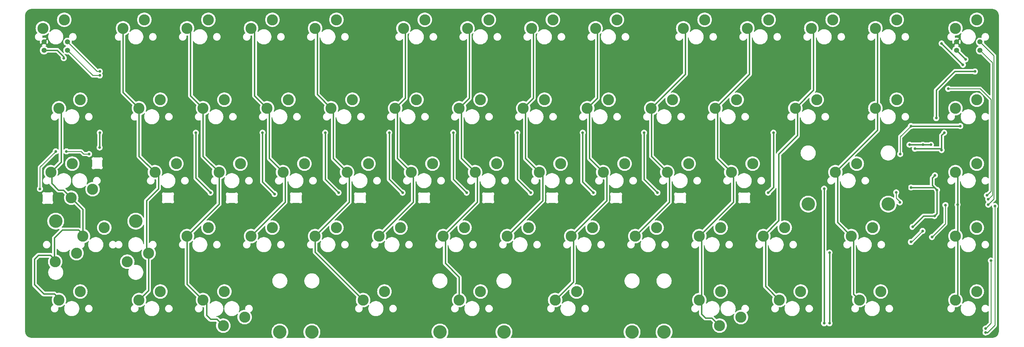
<source format=gbr>
%TF.GenerationSoftware,KiCad,Pcbnew,8.0.4*%
%TF.CreationDate,2024-08-19T01:28:38+08:00*%
%TF.ProjectId,cloak-xt,636c6f61-6b2d-4787-942e-6b696361645f,rev?*%
%TF.SameCoordinates,Original*%
%TF.FileFunction,Copper,L1,Top*%
%TF.FilePolarity,Positive*%
%FSLAX46Y46*%
G04 Gerber Fmt 4.6, Leading zero omitted, Abs format (unit mm)*
G04 Created by KiCad (PCBNEW 8.0.4) date 2024-08-19 01:28:38*
%MOMM*%
%LPD*%
G01*
G04 APERTURE LIST*
%TA.AperFunction,SMDPad,CuDef*%
%ADD10C,1.500000*%
%TD*%
%TA.AperFunction,ComponentPad*%
%ADD11C,4.000000*%
%TD*%
%TA.AperFunction,ComponentPad*%
%ADD12C,3.300000*%
%TD*%
%TA.AperFunction,ViaPad*%
%ADD13C,0.800000*%
%TD*%
%TA.AperFunction,Conductor*%
%ADD14C,0.400000*%
%TD*%
%TA.AperFunction,Conductor*%
%ADD15C,0.250000*%
%TD*%
G04 APERTURE END LIST*
D10*
%TO.P,ENC2,A,A*%
%TO.N,ENC2A*%
X341886411Y-87119536D03*
%TO.P,ENC2,B,B*%
%TO.N,ENC2B*%
X341886411Y-84619536D03*
%TO.P,ENC2,C,C*%
%TO.N,GND*%
X334886411Y-84619536D03*
%TO.P,ENC2,S,S*%
%TO.N,Net-(Q2-G)*%
X334886411Y-87119536D03*
%TD*%
D11*
%TO.P,S44,*%
%TO.N,*%
X66923911Y-138047036D03*
X90736411Y-138047036D03*
%TD*%
%TO.P,S62,*%
%TO.N,*%
X181223911Y-171067036D03*
X143123911Y-171067036D03*
%TD*%
D10*
%TO.P,ENC1,A,A*%
%TO.N,ENC1A*%
X70423911Y-87119536D03*
%TO.P,ENC1,B,B*%
%TO.N,ENC1B*%
X70423911Y-84619536D03*
%TO.P,ENC1,C,C*%
%TO.N,GND*%
X63423911Y-84619536D03*
%TO.P,ENC1,S,S*%
%TO.N,Net-(Q1-G)*%
X63423911Y-87119536D03*
%TD*%
D11*
%TO.P,S41,*%
%TO.N,*%
X314573911Y-132967036D03*
X290761411Y-132967036D03*
%TD*%
%TO.P,S63,*%
%TO.N,*%
X247898911Y-171067036D03*
X133598911Y-171067036D03*
%TD*%
%TO.P,S64,*%
%TO.N,*%
X238373911Y-171067036D03*
X200273911Y-171067036D03*
%TD*%
D12*
%TO.P,MX59,1,1*%
%TO.N,COL1*%
X91688911Y-161542036D03*
%TO.P,MX59,2,2*%
%TO.N,Net-(D59-A)*%
X98038911Y-159002036D03*
%TD*%
%TO.P,MX20,1,1*%
%TO.N,COL5*%
X167888911Y-104392036D03*
%TO.P,MX20,2,2*%
%TO.N,Net-(D20-A)*%
X174238911Y-101852036D03*
%TD*%
%TO.P,MX1,1,1*%
%TO.N,COL0*%
X63113911Y-80579536D03*
%TO.P,MX1,2,2*%
%TO.N,Net-(D1-A)*%
X69463911Y-78039536D03*
%TD*%
%TO.P,MX22,1,1*%
%TO.N,COL7*%
X205988911Y-104392036D03*
%TO.P,MX22,2,2*%
%TO.N,Net-(D22-A)*%
X212338911Y-101852036D03*
%TD*%
%TO.P,MX17,1,1*%
%TO.N,COL2*%
X110738911Y-104392036D03*
%TO.P,MX17,2,2*%
%TO.N,Net-(D17-A)*%
X117088911Y-101852036D03*
%TD*%
%TO.P,MX53,1,1*%
%TO.N,COL9*%
X239326411Y-142492036D03*
%TO.P,MX53,2,2*%
%TO.N,Net-(D53-A)*%
X245676411Y-139952036D03*
%TD*%
%TO.P,MX14,1,1*%
%TO.N,COL13*%
X334576411Y-80579536D03*
%TO.P,MX14,2,2*%
%TO.N,Net-(D14-A)*%
X340926411Y-78039536D03*
%TD*%
%TO.P,MX12,1,1*%
%TO.N,COL11*%
X291713911Y-80579536D03*
%TO.P,MX12,2,2*%
%TO.N,Net-(D12-A)*%
X298063911Y-78039536D03*
%TD*%
%TO.P,MX56,1,1*%
%TO.N,COL12*%
X303620161Y-142492036D03*
%TO.P,MX56,2,2*%
%TO.N,Net-(D56-A)*%
X309970161Y-139952036D03*
%TD*%
%TO.P,MX60,1,1*%
%TO.N,COL2*%
X110738911Y-161542036D03*
%TO.P,MX60,2,2*%
%TO.N,Net-(D60-A)*%
X117088911Y-159002036D03*
%TD*%
%TO.P,MX34,1,1*%
%TO.N,COL4*%
X153601411Y-123442036D03*
%TO.P,MX34,2,2*%
%TO.N,Net-(D34-A)*%
X159951411Y-120902036D03*
%TD*%
%TO.P,MX13,1,1*%
%TO.N,COL12*%
X310763911Y-80579536D03*
%TO.P,MX13,2,2*%
%TO.N,Net-(D13-A)*%
X317113911Y-78039536D03*
%TD*%
%TO.P,MX46,1,1*%
%TO.N,COL2*%
X105976411Y-142492036D03*
%TO.P,MX46,2,2*%
%TO.N,Net-(D46-A)*%
X112326411Y-139952036D03*
%TD*%
%TO.P,MX42,1,1*%
%TO.N,COL13*%
X334576411Y-123442036D03*
%TO.P,MX42,2,2*%
%TO.N,Net-(D42-A)*%
X340926411Y-120902036D03*
%TD*%
%TO.P,MX45,1,1*%
%TO.N,COL1*%
X94546411Y-147572036D03*
%TO.P,MX45,2,2*%
%TO.N,Net-(D45-A)*%
X88196411Y-150112036D03*
%TD*%
%TO.P,MX29,1,1*%
%TO.N,COL0*%
X65495161Y-123442036D03*
%TO.P,MX29,2,2*%
%TO.N,Net-(D29-A)*%
X71845161Y-120902036D03*
%TD*%
%TO.P,MX7,1,1*%
%TO.N,COL6*%
X189415411Y-80579536D03*
%TO.P,MX7,2,2*%
%TO.N,Net-(D7-A)*%
X195765411Y-78039536D03*
%TD*%
%TO.P,MX30,2,2*%
%TO.N,COL0*%
X71527661Y-131062036D03*
%TO.P,MX30,1,1*%
%TO.N,Net-(D29-A)*%
X77877661Y-128522036D03*
%TD*%
%TO.P,MX8,1,1*%
%TO.N,COL7*%
X208465411Y-80579536D03*
%TO.P,MX8,2,2*%
%TO.N,Net-(D8-A)*%
X214815411Y-78039536D03*
%TD*%
%TO.P,MX16,1,1*%
%TO.N,COL1*%
X91688911Y-104392036D03*
%TO.P,MX16,2,2*%
%TO.N,Net-(D16-A)*%
X98038911Y-101852036D03*
%TD*%
%TO.P,MX33,1,1*%
%TO.N,COL3*%
X134551411Y-123442036D03*
%TO.P,MX33,2,2*%
%TO.N,Net-(D33-A)*%
X140901411Y-120902036D03*
%TD*%
%TO.P,MX54,1,1*%
%TO.N,COL10*%
X258376411Y-142492036D03*
%TO.P,MX54,2,2*%
%TO.N,Net-(D54-A)*%
X264726411Y-139952036D03*
%TD*%
%TO.P,MX65,1,1*%
%TO.N,COL10*%
X258376411Y-161542036D03*
%TO.P,MX65,2,2*%
%TO.N,Net-(D65-A)*%
X264726411Y-159002036D03*
%TD*%
%TO.P,MX24,1,1*%
%TO.N,COL9*%
X244088911Y-104392036D03*
%TO.P,MX24,2,2*%
%TO.N,Net-(D24-A)*%
X250438911Y-101852036D03*
%TD*%
%TO.P,MX31,1,1*%
%TO.N,COL1*%
X96451411Y-123442036D03*
%TO.P,MX31,2,2*%
%TO.N,Net-(D31-A)*%
X102801411Y-120902036D03*
%TD*%
%TO.P,MX3,1,1*%
%TO.N,COL2*%
X105976411Y-80579536D03*
%TO.P,MX3,2,2*%
%TO.N,Net-(D3-A)*%
X112326411Y-78039536D03*
%TD*%
%TO.P,MX18,1,1*%
%TO.N,COL3*%
X129788911Y-104392036D03*
%TO.P,MX18,2,2*%
%TO.N,Net-(D18-A)*%
X136138911Y-101852036D03*
%TD*%
%TO.P,MX6,1,1*%
%TO.N,COL5*%
X170365411Y-80579536D03*
%TO.P,MX6,2,2*%
%TO.N,Net-(D6-A)*%
X176715411Y-78039536D03*
%TD*%
%TO.P,MX41,1,1*%
%TO.N,COL12*%
X298857661Y-123442036D03*
%TO.P,MX41,2,2*%
%TO.N,Net-(D41-A)*%
X305207661Y-120902036D03*
%TD*%
%TO.P,MX25,1,1*%
%TO.N,COL10*%
X263138911Y-104392036D03*
%TO.P,MX25,2,2*%
%TO.N,Net-(D25-A)*%
X269488911Y-101852036D03*
%TD*%
%TO.P,MX11,1,1*%
%TO.N,COL10*%
X272663911Y-80579536D03*
%TO.P,MX11,2,2*%
%TO.N,Net-(D11-A)*%
X279013911Y-78039536D03*
%TD*%
%TO.P,MX5,1,1*%
%TO.N,COL4*%
X144076411Y-80579536D03*
%TO.P,MX5,2,2*%
%TO.N,Net-(D5-A)*%
X150426411Y-78039536D03*
%TD*%
%TO.P,MX2,1,1*%
%TO.N,COL1*%
X86926411Y-80579536D03*
%TO.P,MX2,2,2*%
%TO.N,Net-(D2-A)*%
X93276411Y-78039536D03*
%TD*%
%TO.P,MX38,1,1*%
%TO.N,COL8*%
X229801411Y-123442036D03*
%TO.P,MX38,2,2*%
%TO.N,Net-(D38-A)*%
X236151411Y-120902036D03*
%TD*%
%TO.P,MX48,1,1*%
%TO.N,COL4*%
X144076411Y-142492036D03*
%TO.P,MX48,2,2*%
%TO.N,Net-(D48-A)*%
X150426411Y-139952036D03*
%TD*%
%TO.P,MX52,1,1*%
%TO.N,COL8*%
X220276411Y-142492036D03*
%TO.P,MX52,2,2*%
%TO.N,Net-(D52-A)*%
X226626411Y-139952036D03*
%TD*%
%TO.P,MX47,1,1*%
%TO.N,COL3*%
X125026411Y-142492036D03*
%TO.P,MX47,2,2*%
%TO.N,Net-(D47-A)*%
X131376411Y-139952036D03*
%TD*%
%TO.P,MX68,1,1*%
%TO.N,COL12*%
X306001411Y-161542036D03*
%TO.P,MX68,2,2*%
%TO.N,Net-(D68-A)*%
X312351411Y-159002036D03*
%TD*%
%TO.P,MX21,1,1*%
%TO.N,COL6*%
X186938911Y-104392036D03*
%TO.P,MX21,2,2*%
%TO.N,Net-(D21-A)*%
X193288911Y-101852036D03*
%TD*%
%TO.P,MX64,1,1*%
%TO.N,COL8*%
X215513911Y-161542036D03*
%TO.P,MX64,2,2*%
%TO.N,Net-(D64-A)*%
X221863911Y-159002036D03*
%TD*%
%TO.P,MX19,1,1*%
%TO.N,COL4*%
X148838911Y-104392036D03*
%TO.P,MX19,2,2*%
%TO.N,Net-(D19-A)*%
X155188911Y-101852036D03*
%TD*%
%TO.P,MX69,1,1*%
%TO.N,COL13*%
X334576411Y-161542036D03*
%TO.P,MX69,2,2*%
%TO.N,Net-(D69-A)*%
X340926411Y-159002036D03*
%TD*%
%TO.P,MX43,1,1*%
%TO.N,Net-(D43-A)*%
X73115161Y-147572036D03*
%TO.P,MX43,2,2*%
%TO.N,COL0*%
X66765161Y-150112036D03*
%TD*%
%TO.P,MX9,1,1*%
%TO.N,COL8*%
X227515411Y-80579536D03*
%TO.P,MX9,2,2*%
%TO.N,Net-(D9-A)*%
X233865411Y-78039536D03*
%TD*%
%TO.P,MX49,1,1*%
%TO.N,COL5*%
X163126411Y-142492036D03*
%TO.P,MX49,2,2*%
%TO.N,Net-(D49-A)*%
X169476411Y-139952036D03*
%TD*%
%TO.P,MX51,1,1*%
%TO.N,COL7*%
X201226411Y-142492036D03*
%TO.P,MX51,2,2*%
%TO.N,Net-(D51-A)*%
X207576411Y-139952036D03*
%TD*%
%TO.P,MX23,1,1*%
%TO.N,COL8*%
X225038911Y-104392036D03*
%TO.P,MX23,2,2*%
%TO.N,Net-(D23-A)*%
X231388911Y-101852036D03*
%TD*%
%TO.P,MX39,1,1*%
%TO.N,COL9*%
X248851411Y-123442036D03*
%TO.P,MX39,2,2*%
%TO.N,Net-(D39-A)*%
X255201411Y-120902036D03*
%TD*%
%TO.P,MX35,1,1*%
%TO.N,COL5*%
X172651411Y-123442036D03*
%TO.P,MX35,2,2*%
%TO.N,Net-(D35-A)*%
X179001411Y-120902036D03*
%TD*%
%TO.P,MX40,1,1*%
%TO.N,COL10*%
X267901411Y-123442036D03*
%TO.P,MX40,2,2*%
%TO.N,Net-(D40-A)*%
X274251411Y-120902036D03*
%TD*%
%TO.P,MX36,1,1*%
%TO.N,COL6*%
X191701411Y-123442036D03*
%TO.P,MX36,2,2*%
%TO.N,Net-(D36-A)*%
X198051411Y-120902036D03*
%TD*%
%TO.P,MX62,2,2*%
%TO.N,Net-(D62-A)*%
X164713911Y-159002036D03*
%TO.P,MX62,1,1*%
%TO.N,COL4*%
X158363911Y-161542036D03*
%TD*%
%TO.P,MX57,1,1*%
%TO.N,COL13*%
X334576411Y-142492036D03*
%TO.P,MX57,2,2*%
%TO.N,Net-(D57-A)*%
X340926411Y-139952036D03*
%TD*%
%TO.P,MX28,1,1*%
%TO.N,COL13*%
X334576411Y-104392036D03*
%TO.P,MX28,2,2*%
%TO.N,Net-(D28-A)*%
X340926411Y-101852036D03*
%TD*%
%TO.P,MX61,1,1*%
%TO.N,Net-(D60-A)*%
X123121411Y-166622036D03*
%TO.P,MX61,2,2*%
%TO.N,COL2*%
X116771411Y-169162036D03*
%TD*%
%TO.P,MX67,2,2*%
%TO.N,Net-(D67-A)*%
X288538911Y-159002036D03*
%TO.P,MX67,1,1*%
%TO.N,COL11*%
X282188911Y-161542036D03*
%TD*%
%TO.P,MX37,1,1*%
%TO.N,COL7*%
X210751411Y-123442036D03*
%TO.P,MX37,2,2*%
%TO.N,Net-(D37-A)*%
X217101411Y-120902036D03*
%TD*%
%TO.P,MX15,1,1*%
%TO.N,COL0*%
X67876411Y-104392036D03*
%TO.P,MX15,2,2*%
%TO.N,Net-(D15-A)*%
X74226411Y-101852036D03*
%TD*%
%TO.P,MX32,1,1*%
%TO.N,COL2*%
X115501411Y-123442036D03*
%TO.P,MX32,2,2*%
%TO.N,Net-(D32-A)*%
X121851411Y-120902036D03*
%TD*%
%TO.P,MX55,1,1*%
%TO.N,COL11*%
X277426411Y-142492036D03*
%TO.P,MX55,2,2*%
%TO.N,Net-(D55-A)*%
X283776411Y-139952036D03*
%TD*%
%TO.P,MX44,1,1*%
%TO.N,COL0*%
X75020161Y-142492036D03*
%TO.P,MX44,2,2*%
%TO.N,Net-(D43-A)*%
X81370161Y-139952036D03*
%TD*%
%TO.P,MX27,1,1*%
%TO.N,COL12*%
X310763911Y-104392036D03*
%TO.P,MX27,2,2*%
%TO.N,Net-(D27-A)*%
X317113911Y-101852036D03*
%TD*%
%TO.P,MX66,1,1*%
%TO.N,Net-(D65-A)*%
X270758911Y-166622036D03*
%TO.P,MX66,2,2*%
%TO.N,COL10*%
X264408911Y-169162036D03*
%TD*%
%TO.P,MX26,1,1*%
%TO.N,COL11*%
X286951411Y-104392036D03*
%TO.P,MX26,2,2*%
%TO.N,Net-(D26-A)*%
X293301411Y-101852036D03*
%TD*%
%TO.P,MX50,1,1*%
%TO.N,COL6*%
X182176411Y-142492036D03*
%TO.P,MX50,2,2*%
%TO.N,Net-(D50-A)*%
X188526411Y-139952036D03*
%TD*%
%TO.P,MX58,1,1*%
%TO.N,COL0*%
X67876411Y-161542036D03*
%TO.P,MX58,2,2*%
%TO.N,Net-(D58-A)*%
X74226411Y-159002036D03*
%TD*%
%TO.P,MX63,1,1*%
%TO.N,COL6*%
X186938911Y-161542036D03*
%TO.P,MX63,2,2*%
%TO.N,Net-(D63-A)*%
X193288911Y-159002036D03*
%TD*%
%TO.P,MX10,1,1*%
%TO.N,COL9*%
X253613911Y-80579536D03*
%TO.P,MX10,2,2*%
%TO.N,Net-(D10-A)*%
X259963911Y-78039536D03*
%TD*%
%TO.P,MX4,1,1*%
%TO.N,COL3*%
X125026411Y-80579536D03*
%TO.P,MX4,2,2*%
%TO.N,Net-(D4-A)*%
X131376411Y-78039536D03*
%TD*%
D11*
%TO.P,S1,*%
%TO.N,*%
X143123911Y-171067036D03*
X238373911Y-171067036D03*
%TD*%
D13*
%TO.N,GND*%
X174873911Y-137094536D03*
X194320786Y-145032036D03*
X213370786Y-137094536D03*
X234802036Y-138285161D03*
X253852036Y-138285161D03*
X290761411Y-145032036D03*
X272108286Y-139475786D03*
X294333286Y-142650786D03*
X305048911Y-132332036D03*
X286395786Y-121616411D03*
X278061411Y-123997661D03*
X271314536Y-118044536D03*
X260598911Y-123997661D03*
X252264536Y-117250786D03*
X239564536Y-123600786D03*
X230039536Y-117647661D03*
X201861411Y-124394536D03*
X220911411Y-123600786D03*
X212973911Y-118044536D03*
X193923911Y-117647661D03*
X182811411Y-123600786D03*
X174477036Y-117647661D03*
X163364536Y-118044536D03*
X153839536Y-117250786D03*
X144314536Y-117647661D03*
X135583286Y-115266411D03*
X125264536Y-117647661D03*
X114152036Y-115266411D03*
X98673911Y-115266411D03*
X88355161Y-115663286D03*
X82005161Y-120822661D03*
X284014536Y-131141411D03*
X264170786Y-131538286D03*
X225673911Y-131141411D03*
X206227036Y-130744536D03*
X187177036Y-130744536D03*
X168127036Y-130744536D03*
X149077036Y-130744536D03*
X130027036Y-130744536D03*
X110977036Y-130744536D03*
%TO.N,+5V*%
X223689536Y-111694536D03*
X226864536Y-129553911D03*
X204242661Y-111694536D03*
X208211411Y-129553911D03*
X185192661Y-111694536D03*
X189161411Y-129553911D03*
X166142661Y-111694536D03*
X170111411Y-129553911D03*
X147092661Y-111694536D03*
X151061411Y-129553911D03*
X128439536Y-111694536D03*
X132011411Y-129950786D03*
X108595786Y-111694536D03*
X112961411Y-129553911D03*
%TO.N,Net-(LED11-DOUT)*%
X76845786Y-118044536D03*
X70098911Y-117250786D03*
X66923911Y-117250786D03*
X62214536Y-128416411D03*
%TO.N,GND*%
X244327036Y-130744536D03*
%TO.N,+5V*%
X241945786Y-111694536D03*
X245914536Y-129553911D03*
%TO.N,GND*%
X267345786Y-130347661D03*
X76052036Y-116457036D03*
%TO.N,LED*%
X318030008Y-132447814D03*
X316955161Y-129467036D03*
%TO.N,GND*%
X60970786Y-125982036D03*
X69305161Y-122410161D03*
%TO.N,+5V*%
X320923911Y-115266411D03*
X79977036Y-116103911D03*
X80020786Y-111694536D03*
X324892661Y-115266411D03*
X327273911Y-115266411D03*
%TO.N,GND*%
X321585488Y-141243613D03*
X331242661Y-118838286D03*
X328861411Y-118838286D03*
X329348911Y-139007036D03*
X320348911Y-126507036D03*
X318145786Y-143841411D03*
%TO.N,+3V3*%
X321835488Y-139743613D03*
X328861411Y-107328911D03*
X340370786Y-93438286D03*
X329098911Y-128757036D03*
X321348911Y-128007036D03*
X322511411Y-116457036D03*
X328348911Y-136507036D03*
X328464536Y-124394536D03*
X330448911Y-116853911D03*
X331242661Y-111694536D03*
%TO.N,NRST*%
X321320786Y-144238286D03*
X324798911Y-140957036D03*
%TO.N,BOOT0*%
X331598911Y-133257036D03*
X327598911Y-142757036D03*
%TO.N,Net-(D14-A)*%
X336798911Y-91453911D03*
X330448911Y-85103911D03*
%TO.N,ROW1*%
X336005161Y-109710161D03*
X318145786Y-118044536D03*
X321320786Y-109710161D03*
%TO.N,ROW2*%
X346323911Y-133522661D03*
X343545786Y-171225786D03*
X295523911Y-168447661D03*
X295523911Y-128363286D03*
%TO.N,ROW3*%
X297111411Y-147413286D03*
X297111411Y-168447661D03*
X343545786Y-170035161D03*
X345133286Y-149794536D03*
%TO.N,ENC1A*%
X80020786Y-94628911D03*
%TO.N,ENC1B*%
X80020786Y-93438286D03*
%TO.N,Net-(Q1-G)*%
X69305161Y-89469536D03*
%TO.N,ENC2A*%
X344339536Y-131538286D03*
%TO.N,ENC2B*%
X344339536Y-133125786D03*
%TO.N,Net-(Q2-G)*%
X337592661Y-89866411D03*
%TO.N,COL13*%
X335211411Y-133125786D03*
%TO.N,ROW0*%
X343942661Y-130347661D03*
X332433286Y-98597661D03*
%TO.N,+5V*%
X278855161Y-129553911D03*
X280442661Y-111694536D03*
%TO.N,GND*%
X277664536Y-129950786D03*
%TD*%
D14*
%TO.N,+5V*%
X223689536Y-126378911D02*
X223689536Y-111694536D01*
X226864536Y-129553911D02*
X223689536Y-126378911D01*
X204242661Y-125585161D02*
X204242661Y-111694536D01*
X208211411Y-129553911D02*
X204242661Y-125585161D01*
X185192661Y-125585161D02*
X185192661Y-111694536D01*
X189161411Y-129553911D02*
X185192661Y-125585161D01*
X166142661Y-125585161D02*
X166142661Y-111694536D01*
X170111411Y-129553911D02*
X166142661Y-125585161D01*
X147092661Y-125585161D02*
X147092661Y-111694536D01*
X151061411Y-129553911D02*
X147092661Y-125585161D01*
X128439536Y-126378911D02*
X128439536Y-111694536D01*
X132011411Y-129950786D02*
X128439536Y-126378911D01*
X108595786Y-125188286D02*
X108595786Y-111694536D01*
X112961411Y-129553911D02*
X108595786Y-125188286D01*
D15*
%TO.N,Net-(LED11-DOUT)*%
X62214536Y-121960161D02*
X66923911Y-117250786D01*
X62214536Y-128416411D02*
X62214536Y-121960161D01*
X75258286Y-118044536D02*
X76845786Y-118044536D01*
X74464536Y-117250786D02*
X75258286Y-118044536D01*
X70098911Y-117250786D02*
X74464536Y-117250786D01*
D14*
%TO.N,COL0*%
X69225786Y-128760161D02*
X71527661Y-131062036D01*
X65733286Y-126775786D02*
X67717661Y-128760161D01*
X65733286Y-123680161D02*
X65733286Y-126775786D01*
X67717661Y-128760161D02*
X69225786Y-128760161D01*
%TO.N,+5V*%
X245914536Y-129553911D02*
X241945786Y-125585161D01*
X241945786Y-125585161D02*
X241945786Y-111694536D01*
%TO.N,COL7*%
X211783286Y-131935161D02*
X201226411Y-142492036D01*
X211783286Y-124473911D02*
X211783286Y-131935161D01*
X211386411Y-124077036D02*
X211783286Y-124473911D01*
%TO.N,COL8*%
X230833286Y-124473911D02*
X230833286Y-131935161D01*
X230833286Y-131935161D02*
X220276411Y-142492036D01*
X230436411Y-124077036D02*
X230833286Y-124473911D01*
%TO.N,COL9*%
X249486411Y-132332036D02*
X239326411Y-142492036D01*
X249486411Y-124077036D02*
X249486411Y-132332036D01*
D15*
%TO.N,LED*%
X318145786Y-132332036D02*
X318030008Y-132447814D01*
X316955161Y-131141411D02*
X318145786Y-132332036D01*
X316955161Y-129467036D02*
X316955161Y-131141411D01*
%TO.N,ROW1*%
X318145786Y-112885161D02*
X318145786Y-118044536D01*
D14*
%TO.N,+5V*%
X324892661Y-115266411D02*
X320923911Y-115266411D01*
X79977036Y-111738286D02*
X80020786Y-111694536D01*
X79977036Y-116103911D02*
X79977036Y-111738286D01*
X327273911Y-115266411D02*
X324892661Y-115266411D01*
%TO.N,GND*%
X320348911Y-126507036D02*
X320348911Y-140007036D01*
X323822065Y-139007036D02*
X321585488Y-141243613D01*
X331242661Y-118838286D02*
X328861411Y-118838286D01*
X329348911Y-139007036D02*
X323822065Y-139007036D01*
X320348911Y-140007036D02*
X321585488Y-141243613D01*
X320743584Y-141243613D02*
X318145786Y-143841411D01*
X321585488Y-141243613D02*
X320743584Y-141243613D01*
%TO.N,+3V3*%
X329098911Y-128757036D02*
X329098911Y-135757036D01*
X322511411Y-116457036D02*
X330052036Y-116457036D01*
X330052036Y-116457036D02*
X330448911Y-116853911D01*
X340370786Y-93438286D02*
X334417661Y-93438286D01*
X329098911Y-135757036D02*
X328348911Y-136507036D01*
X328861411Y-98994536D02*
X328861411Y-107328911D01*
X334417661Y-93438286D02*
X328861411Y-98994536D01*
X321835488Y-139743613D02*
X325072065Y-136507036D01*
X330448911Y-116853911D02*
X330448911Y-112488286D01*
X321348911Y-128007036D02*
X328348911Y-128007036D01*
X329098911Y-128757036D02*
X327670786Y-127328911D01*
X330448911Y-112488286D02*
X331242661Y-111694536D01*
X325072065Y-136507036D02*
X328348911Y-136507036D01*
X328348911Y-128007036D02*
X329098911Y-128757036D01*
X327670786Y-127328911D02*
X327670786Y-125188286D01*
X327670786Y-125188286D02*
X328464536Y-124394536D01*
D15*
%TO.N,NRST*%
X324798911Y-140957036D02*
X321517661Y-144238286D01*
X321517661Y-144238286D02*
X321320786Y-144238286D01*
%TO.N,BOOT0*%
X331598911Y-138757036D02*
X327598911Y-142757036D01*
X331598911Y-133257036D02*
X331598911Y-138757036D01*
D14*
%TO.N,Net-(D14-A)*%
X336798911Y-91453911D02*
X330448911Y-85103911D01*
D15*
%TO.N,ROW1*%
X321320786Y-109710161D02*
X318145786Y-112885161D01*
D14*
X321320786Y-109710161D02*
X336005161Y-109710161D01*
%TO.N,ROW2*%
X344136411Y-171225786D02*
X343545786Y-171225786D01*
D15*
X346323911Y-169038286D02*
X344136411Y-171225786D01*
X346323911Y-169038286D02*
X346323911Y-133522661D01*
D14*
X295523911Y-128363286D02*
X295523911Y-168447661D01*
%TO.N,ROW3*%
X297111411Y-147413286D02*
X297111411Y-168447661D01*
D15*
X345133286Y-168447661D02*
X345133286Y-149794536D01*
X343545786Y-170035161D02*
X345133286Y-168447661D01*
%TO.N,ENC1A*%
X77933286Y-94628911D02*
X70423911Y-87119536D01*
X80020786Y-94628911D02*
X77933286Y-94628911D01*
%TO.N,ENC1B*%
X79242661Y-93438286D02*
X80020786Y-93438286D01*
X70423911Y-84619536D02*
X79242661Y-93438286D01*
D14*
%TO.N,Net-(Q1-G)*%
X67352036Y-87119536D02*
X69305161Y-89072661D01*
X69305161Y-89072661D02*
X69305161Y-89469536D01*
X63423911Y-87119536D02*
X67352036Y-87119536D01*
D15*
%TO.N,ENC2A*%
X341886411Y-87119536D02*
X345583286Y-90816411D01*
X345583286Y-130294536D02*
X344339536Y-131538286D01*
X345583286Y-90816411D02*
X345583286Y-130294536D01*
%TO.N,ENC2B*%
X346033286Y-88766411D02*
X346033286Y-131432036D01*
X346033286Y-131432036D02*
X344339536Y-133125786D01*
X341886411Y-84619536D02*
X346033286Y-88766411D01*
D14*
%TO.N,Net-(Q2-G)*%
X334886411Y-87119536D02*
X337592661Y-89825786D01*
X337592661Y-89825786D02*
X337592661Y-89866411D01*
%TO.N,COL1*%
X86926411Y-80579536D02*
X86926411Y-99629536D01*
X91688911Y-104392036D02*
X91688911Y-118679536D01*
X94546411Y-147572036D02*
X94546411Y-158684536D01*
X94546411Y-158684536D02*
X91688911Y-161542036D01*
X86926411Y-99629536D02*
X91688911Y-104392036D01*
X93911411Y-131935161D02*
X97483286Y-128363286D01*
X93911411Y-147572036D02*
X93911411Y-131935161D01*
X97483286Y-128363286D02*
X97483286Y-124473911D01*
X91688911Y-118679536D02*
X96451411Y-123442036D01*
%TO.N,COL2*%
X105976411Y-80579536D02*
X107008286Y-81611411D01*
X107008286Y-81611411D02*
X107008286Y-100661411D01*
X111770786Y-162573911D02*
X111770786Y-166066411D01*
X110738911Y-104392036D02*
X110738911Y-118679536D01*
X115501411Y-123442036D02*
X115501411Y-132967036D01*
X114866411Y-167257036D02*
X116771411Y-169162036D01*
X107008286Y-100661411D02*
X110738911Y-104392036D01*
X105976411Y-156779536D02*
X110738911Y-161542036D01*
X110738911Y-118679536D02*
X115501411Y-123442036D01*
X112961411Y-167257036D02*
X114866411Y-167257036D01*
X115501411Y-132967036D02*
X105976411Y-142492036D01*
X105976411Y-142492036D02*
X105976411Y-156779536D01*
%TO.N,COL3*%
X130423911Y-119314536D02*
X134551411Y-123442036D01*
X126058286Y-81611411D02*
X126058286Y-100661411D01*
X135186411Y-132332036D02*
X125026411Y-142492036D01*
X126058286Y-100661411D02*
X129788911Y-104392036D01*
X130423911Y-105027036D02*
X130423911Y-119314536D01*
X125026411Y-80579536D02*
X126058286Y-81611411D01*
X135186411Y-124077036D02*
X135186411Y-132332036D01*
%TO.N,COL4*%
X144076411Y-142492036D02*
X144076411Y-147254536D01*
X154236411Y-124077036D02*
X154236411Y-132332036D01*
X149473911Y-119314536D02*
X153601411Y-123442036D01*
X144711411Y-81214536D02*
X144711411Y-100264536D01*
X149473911Y-105027036D02*
X149473911Y-119314536D01*
X144711411Y-100264536D02*
X148838911Y-104392036D01*
X154236411Y-132332036D02*
X144076411Y-142492036D01*
X144076411Y-147254536D02*
X158363911Y-161542036D01*
%TO.N,COL5*%
X168523911Y-105027036D02*
X168523911Y-119314536D01*
X173286411Y-132332036D02*
X163126411Y-142492036D01*
X170905161Y-81119286D02*
X170905161Y-101375786D01*
X170905161Y-101375786D02*
X167888911Y-104392036D01*
X168523911Y-119314536D02*
X172651411Y-123442036D01*
X173286411Y-124077036D02*
X173286411Y-132332036D01*
%TO.N,COL6*%
X187573911Y-119314536D02*
X191701411Y-123442036D01*
X186938911Y-154715786D02*
X186938911Y-161542036D01*
X189955161Y-81119286D02*
X189955161Y-101375786D01*
X189955161Y-101375786D02*
X186938911Y-104392036D01*
X192336411Y-124077036D02*
X192336411Y-132332036D01*
X192336411Y-132332036D02*
X182176411Y-142492036D01*
X187573911Y-105027036D02*
X187573911Y-119314536D01*
X182811411Y-143127036D02*
X182811411Y-150588286D01*
X182811411Y-150588286D02*
X186938911Y-154715786D01*
%TO.N,COL7*%
X206623911Y-119314536D02*
X210751411Y-123442036D01*
X209005161Y-101375786D02*
X205988911Y-104392036D01*
X209005161Y-81119286D02*
X209005161Y-101375786D01*
X206623911Y-105027036D02*
X206623911Y-119314536D01*
%TO.N,COL8*%
X220911411Y-156144536D02*
X215513911Y-161542036D01*
X225673911Y-105027036D02*
X225673911Y-119314536D01*
X220911411Y-143127036D02*
X220911411Y-156144536D01*
X228055161Y-81119286D02*
X228055161Y-101375786D01*
X225673911Y-119314536D02*
X229801411Y-123442036D01*
X228055161Y-101375786D02*
X225038911Y-104392036D01*
%TO.N,COL9*%
X244143911Y-118734536D02*
X248851411Y-123442036D01*
X254248911Y-81214536D02*
X254248911Y-94232036D01*
X254248911Y-94232036D02*
X244088911Y-104392036D01*
X244143911Y-104447036D02*
X244143911Y-118734536D01*
%TO.N,COL10*%
X260202036Y-166860161D02*
X262107036Y-166860161D01*
X259011411Y-143127036D02*
X259011411Y-160907036D01*
X262107036Y-166860161D02*
X264408911Y-169162036D01*
X273298911Y-94232036D02*
X263138911Y-104392036D01*
X268536411Y-124077036D02*
X268536411Y-132332036D01*
X263773911Y-119314536D02*
X267901411Y-123442036D01*
X259011411Y-162177036D02*
X259011411Y-165669536D01*
X263773911Y-105027036D02*
X263773911Y-119314536D01*
X268536411Y-132332036D02*
X258376411Y-142492036D01*
X273298911Y-81214536D02*
X273298911Y-94232036D01*
%TO.N,COL11*%
X292348911Y-98994536D02*
X286951411Y-104392036D01*
X278061411Y-157414536D02*
X282188911Y-161542036D01*
X287586411Y-105027036D02*
X287586411Y-112488286D01*
X278061411Y-143127036D02*
X278061411Y-157414536D01*
X282030161Y-118044536D02*
X282030161Y-137888286D01*
X287586411Y-112488286D02*
X282030161Y-118044536D01*
X292348911Y-81214536D02*
X292348911Y-98994536D01*
X282030161Y-137888286D02*
X277426411Y-142492036D01*
%TO.N,COL12*%
X311398911Y-105027036D02*
X311398911Y-110900786D01*
X311398911Y-110900786D02*
X298857661Y-123442036D01*
X304255161Y-159795786D02*
X306001411Y-161542036D01*
X304255161Y-143127036D02*
X304255161Y-159795786D01*
X311398911Y-81214536D02*
X311398911Y-103757036D01*
X299492661Y-124077036D02*
X299492661Y-138364536D01*
X299492661Y-138364536D02*
X303620161Y-142492036D01*
%TO.N,COL13*%
X335211411Y-143127036D02*
X335211411Y-160907036D01*
X335211411Y-124077036D02*
X335211411Y-133125786D01*
X335211411Y-133125786D02*
X335211411Y-141857036D01*
D15*
%TO.N,ROW0*%
X341958286Y-98597661D02*
X332433286Y-98597661D01*
X345133286Y-129157036D02*
X345133286Y-101772661D01*
X343942661Y-130347661D02*
X345133286Y-129157036D01*
D14*
%TO.N,COL0*%
X65495161Y-123442036D02*
X68511411Y-120425786D01*
X60573911Y-149397661D02*
X60573911Y-156938286D01*
X75020161Y-142015786D02*
X73670786Y-140666411D01*
X71527661Y-131062036D02*
X75020161Y-134554536D01*
X75020161Y-134554536D02*
X75020161Y-142492036D01*
X68511411Y-120425786D02*
X68511411Y-105027036D01*
X60573911Y-156938286D02*
X63352036Y-159716411D01*
X73670786Y-140666411D02*
X68908286Y-140666411D01*
X66765161Y-149635786D02*
X65336411Y-148207036D01*
X65336411Y-148207036D02*
X61764536Y-148207036D01*
X66527036Y-143047661D02*
X66527036Y-149873911D01*
X63352036Y-159716411D02*
X66527036Y-159716411D01*
X66527036Y-159716411D02*
X67876411Y-161065786D01*
X68908286Y-140666411D02*
X66527036Y-143047661D01*
X61764536Y-148207036D02*
X60573911Y-149397661D01*
D15*
%TO.N,ROW0*%
X345133286Y-101772661D02*
X341958286Y-98597661D01*
D14*
%TO.N,COL10*%
X259011411Y-165669536D02*
X260202036Y-166860161D01*
%TO.N,COL2*%
X110738911Y-161542036D02*
X111770786Y-162573911D01*
X111770786Y-166066411D02*
X112961411Y-167257036D01*
%TO.N,COL1*%
X97483286Y-124473911D02*
X96451411Y-123442036D01*
%TO.N,+5V*%
X280442661Y-127966411D02*
X280442661Y-111694536D01*
X278855161Y-129553911D02*
X280442661Y-127966411D01*
%TD*%
%TA.AperFunction,Conductor*%
%TO.N,GND*%
G36*
X345515596Y-74785179D02*
G01*
X345649604Y-74787454D01*
X345665131Y-74788697D01*
X345931462Y-74826983D01*
X345948740Y-74830740D01*
X346205903Y-74906245D01*
X346222473Y-74912425D01*
X346466267Y-75023758D01*
X346481779Y-75032227D01*
X346707257Y-75177130D01*
X346721413Y-75187728D01*
X346923952Y-75363228D01*
X346936463Y-75375738D01*
X347111970Y-75578284D01*
X347122573Y-75592449D01*
X347267465Y-75817910D01*
X347275944Y-75833438D01*
X347387271Y-76077219D01*
X347393454Y-76093797D01*
X347468956Y-76350952D01*
X347472716Y-76368240D01*
X347511001Y-76634558D01*
X347512245Y-76650099D01*
X347514518Y-76784099D01*
X347514536Y-76786202D01*
X347514536Y-170812132D01*
X347514516Y-170814386D01*
X347512079Y-170948414D01*
X347510837Y-170963806D01*
X347472541Y-171230178D01*
X347468780Y-171247466D01*
X347393285Y-171504586D01*
X347387103Y-171521162D01*
X347275781Y-171764931D01*
X347267302Y-171780460D01*
X347122424Y-172005899D01*
X347111822Y-172020061D01*
X346936338Y-172222586D01*
X346923828Y-172235097D01*
X346721298Y-172410594D01*
X346707135Y-172421196D01*
X346481705Y-172566076D01*
X346466177Y-172574556D01*
X346222413Y-172685884D01*
X346205837Y-172692067D01*
X345948711Y-172767570D01*
X345931423Y-172771331D01*
X345665068Y-172809632D01*
X345649633Y-172810874D01*
X345517953Y-172813225D01*
X345515655Y-172813266D01*
X345513443Y-172813286D01*
X249963041Y-172813286D01*
X249896002Y-172793601D01*
X249850247Y-172740797D01*
X249840303Y-172671639D01*
X249867497Y-172610245D01*
X249925858Y-172539699D01*
X250094448Y-172274043D01*
X250228414Y-171989351D01*
X250325642Y-171690115D01*
X250384599Y-171381051D01*
X250393002Y-171247490D01*
X250404355Y-171067041D01*
X250404355Y-171067030D01*
X250384600Y-170753031D01*
X250384599Y-170753024D01*
X250384599Y-170753021D01*
X250325642Y-170443957D01*
X250228414Y-170144721D01*
X250094448Y-169860029D01*
X249971874Y-169666883D01*
X249925859Y-169594374D01*
X249925856Y-169594370D01*
X249725304Y-169351945D01*
X249725302Y-169351943D01*
X249495942Y-169136559D01*
X249495932Y-169136551D01*
X249241406Y-168951627D01*
X249241399Y-168951622D01*
X249241395Y-168951620D01*
X248965677Y-168800042D01*
X248965674Y-168800040D01*
X248965669Y-168800038D01*
X248965668Y-168800037D01*
X248673139Y-168684217D01*
X248673136Y-168684216D01*
X248368387Y-168605970D01*
X248368374Y-168605968D01*
X248056240Y-168566536D01*
X248056229Y-168566536D01*
X247741593Y-168566536D01*
X247741581Y-168566536D01*
X247429447Y-168605968D01*
X247429434Y-168605970D01*
X247124685Y-168684216D01*
X247124682Y-168684217D01*
X246832153Y-168800037D01*
X246832152Y-168800038D01*
X246556427Y-168951620D01*
X246556415Y-168951627D01*
X246301889Y-169136551D01*
X246301879Y-169136559D01*
X246072519Y-169351943D01*
X246072517Y-169351945D01*
X245871965Y-169594370D01*
X245871962Y-169594374D01*
X245703375Y-169860026D01*
X245703372Y-169860032D01*
X245569410Y-170144714D01*
X245569408Y-170144719D01*
X245472181Y-170443952D01*
X245413222Y-170753024D01*
X245413221Y-170753031D01*
X245393467Y-171067030D01*
X245393467Y-171067041D01*
X245413221Y-171381040D01*
X245413222Y-171381047D01*
X245436797Y-171504631D01*
X245453858Y-171594070D01*
X245472181Y-171690119D01*
X245569408Y-171989352D01*
X245569410Y-171989357D01*
X245703372Y-172274039D01*
X245703375Y-172274045D01*
X245871960Y-172539694D01*
X245930325Y-172610245D01*
X245957890Y-172674448D01*
X245946369Y-172743361D01*
X245899420Y-172795106D01*
X245834781Y-172813286D01*
X240438041Y-172813286D01*
X240371002Y-172793601D01*
X240325247Y-172740797D01*
X240315303Y-172671639D01*
X240342497Y-172610245D01*
X240400858Y-172539699D01*
X240569448Y-172274043D01*
X240703414Y-171989351D01*
X240800642Y-171690115D01*
X240859599Y-171381051D01*
X240868002Y-171247490D01*
X240879355Y-171067041D01*
X240879355Y-171067030D01*
X240859600Y-170753031D01*
X240859599Y-170753024D01*
X240859599Y-170753021D01*
X240800642Y-170443957D01*
X240703414Y-170144721D01*
X240569448Y-169860029D01*
X240446874Y-169666883D01*
X240400859Y-169594374D01*
X240400856Y-169594370D01*
X240200304Y-169351945D01*
X240200302Y-169351943D01*
X239970942Y-169136559D01*
X239970932Y-169136551D01*
X239716406Y-168951627D01*
X239716399Y-168951622D01*
X239716395Y-168951620D01*
X239440677Y-168800042D01*
X239440674Y-168800040D01*
X239440669Y-168800038D01*
X239440668Y-168800037D01*
X239148139Y-168684217D01*
X239148136Y-168684216D01*
X238843387Y-168605970D01*
X238843374Y-168605968D01*
X238531240Y-168566536D01*
X238531229Y-168566536D01*
X238216593Y-168566536D01*
X238216581Y-168566536D01*
X237904447Y-168605968D01*
X237904434Y-168605970D01*
X237599685Y-168684216D01*
X237599682Y-168684217D01*
X237307153Y-168800037D01*
X237307152Y-168800038D01*
X237031427Y-168951620D01*
X237031415Y-168951627D01*
X236776889Y-169136551D01*
X236776879Y-169136559D01*
X236547519Y-169351943D01*
X236547517Y-169351945D01*
X236346965Y-169594370D01*
X236346962Y-169594374D01*
X236178375Y-169860026D01*
X236178372Y-169860032D01*
X236044410Y-170144714D01*
X236044408Y-170144719D01*
X235947181Y-170443952D01*
X235888222Y-170753024D01*
X235888221Y-170753031D01*
X235868467Y-171067030D01*
X235868467Y-171067041D01*
X235888221Y-171381040D01*
X235888222Y-171381047D01*
X235911797Y-171504631D01*
X235928858Y-171594070D01*
X235947181Y-171690119D01*
X236044408Y-171989352D01*
X236044410Y-171989357D01*
X236178372Y-172274039D01*
X236178375Y-172274045D01*
X236346960Y-172539694D01*
X236405325Y-172610245D01*
X236432890Y-172674448D01*
X236421369Y-172743361D01*
X236374420Y-172795106D01*
X236309781Y-172813286D01*
X202338041Y-172813286D01*
X202271002Y-172793601D01*
X202225247Y-172740797D01*
X202215303Y-172671639D01*
X202242497Y-172610245D01*
X202300858Y-172539699D01*
X202469448Y-172274043D01*
X202603414Y-171989351D01*
X202700642Y-171690115D01*
X202759599Y-171381051D01*
X202768002Y-171247490D01*
X202779355Y-171067041D01*
X202779355Y-171067030D01*
X202759600Y-170753031D01*
X202759599Y-170753024D01*
X202759599Y-170753021D01*
X202700642Y-170443957D01*
X202603414Y-170144721D01*
X202469448Y-169860029D01*
X202346874Y-169666883D01*
X202300859Y-169594374D01*
X202300856Y-169594370D01*
X202100304Y-169351945D01*
X202100302Y-169351943D01*
X201870942Y-169136559D01*
X201870932Y-169136551D01*
X201616406Y-168951627D01*
X201616399Y-168951622D01*
X201616395Y-168951620D01*
X201340677Y-168800042D01*
X201340674Y-168800040D01*
X201340669Y-168800038D01*
X201340668Y-168800037D01*
X201048139Y-168684217D01*
X201048136Y-168684216D01*
X200743387Y-168605970D01*
X200743374Y-168605968D01*
X200431240Y-168566536D01*
X200431229Y-168566536D01*
X200116593Y-168566536D01*
X200116581Y-168566536D01*
X199804447Y-168605968D01*
X199804434Y-168605970D01*
X199499685Y-168684216D01*
X199499682Y-168684217D01*
X199207153Y-168800037D01*
X199207152Y-168800038D01*
X198931427Y-168951620D01*
X198931415Y-168951627D01*
X198676889Y-169136551D01*
X198676879Y-169136559D01*
X198447519Y-169351943D01*
X198447517Y-169351945D01*
X198246965Y-169594370D01*
X198246962Y-169594374D01*
X198078375Y-169860026D01*
X198078372Y-169860032D01*
X197944410Y-170144714D01*
X197944408Y-170144719D01*
X197847181Y-170443952D01*
X197788222Y-170753024D01*
X197788221Y-170753031D01*
X197768467Y-171067030D01*
X197768467Y-171067041D01*
X197788221Y-171381040D01*
X197788222Y-171381047D01*
X197811797Y-171504631D01*
X197828858Y-171594070D01*
X197847181Y-171690119D01*
X197944408Y-171989352D01*
X197944410Y-171989357D01*
X198078372Y-172274039D01*
X198078375Y-172274045D01*
X198246960Y-172539694D01*
X198305325Y-172610245D01*
X198332890Y-172674448D01*
X198321369Y-172743361D01*
X198274420Y-172795106D01*
X198209781Y-172813286D01*
X183288041Y-172813286D01*
X183221002Y-172793601D01*
X183175247Y-172740797D01*
X183165303Y-172671639D01*
X183192497Y-172610245D01*
X183250858Y-172539699D01*
X183419448Y-172274043D01*
X183553414Y-171989351D01*
X183650642Y-171690115D01*
X183709599Y-171381051D01*
X183718002Y-171247490D01*
X183729355Y-171067041D01*
X183729355Y-171067030D01*
X183709600Y-170753031D01*
X183709599Y-170753024D01*
X183709599Y-170753021D01*
X183650642Y-170443957D01*
X183553414Y-170144721D01*
X183419448Y-169860029D01*
X183296874Y-169666883D01*
X183250859Y-169594374D01*
X183250856Y-169594370D01*
X183050304Y-169351945D01*
X183050302Y-169351943D01*
X182820942Y-169136559D01*
X182820932Y-169136551D01*
X182566406Y-168951627D01*
X182566399Y-168951622D01*
X182566395Y-168951620D01*
X182290677Y-168800042D01*
X182290674Y-168800040D01*
X182290669Y-168800038D01*
X182290668Y-168800037D01*
X181998139Y-168684217D01*
X181998136Y-168684216D01*
X181693387Y-168605970D01*
X181693374Y-168605968D01*
X181381240Y-168566536D01*
X181381229Y-168566536D01*
X181066593Y-168566536D01*
X181066581Y-168566536D01*
X180754447Y-168605968D01*
X180754434Y-168605970D01*
X180449685Y-168684216D01*
X180449682Y-168684217D01*
X180157153Y-168800037D01*
X180157152Y-168800038D01*
X179881427Y-168951620D01*
X179881415Y-168951627D01*
X179626889Y-169136551D01*
X179626879Y-169136559D01*
X179397519Y-169351943D01*
X179397517Y-169351945D01*
X179196965Y-169594370D01*
X179196962Y-169594374D01*
X179028375Y-169860026D01*
X179028372Y-169860032D01*
X178894410Y-170144714D01*
X178894408Y-170144719D01*
X178797181Y-170443952D01*
X178738222Y-170753024D01*
X178738221Y-170753031D01*
X178718467Y-171067030D01*
X178718467Y-171067041D01*
X178738221Y-171381040D01*
X178738222Y-171381047D01*
X178761797Y-171504631D01*
X178778858Y-171594070D01*
X178797181Y-171690119D01*
X178894408Y-171989352D01*
X178894410Y-171989357D01*
X179028372Y-172274039D01*
X179028375Y-172274045D01*
X179196960Y-172539694D01*
X179255325Y-172610245D01*
X179282890Y-172674448D01*
X179271369Y-172743361D01*
X179224420Y-172795106D01*
X179159781Y-172813286D01*
X145188041Y-172813286D01*
X145121002Y-172793601D01*
X145075247Y-172740797D01*
X145065303Y-172671639D01*
X145092497Y-172610245D01*
X145150858Y-172539699D01*
X145319448Y-172274043D01*
X145453414Y-171989351D01*
X145550642Y-171690115D01*
X145609599Y-171381051D01*
X145618002Y-171247490D01*
X145629355Y-171067041D01*
X145629355Y-171067030D01*
X145609600Y-170753031D01*
X145609599Y-170753024D01*
X145609599Y-170753021D01*
X145550642Y-170443957D01*
X145453414Y-170144721D01*
X145319448Y-169860029D01*
X145196874Y-169666883D01*
X145150859Y-169594374D01*
X145150856Y-169594370D01*
X144950304Y-169351945D01*
X144950302Y-169351943D01*
X144720942Y-169136559D01*
X144720932Y-169136551D01*
X144466406Y-168951627D01*
X144466399Y-168951622D01*
X144466395Y-168951620D01*
X144190677Y-168800042D01*
X144190674Y-168800040D01*
X144190669Y-168800038D01*
X144190668Y-168800037D01*
X143898139Y-168684217D01*
X143898136Y-168684216D01*
X143593387Y-168605970D01*
X143593374Y-168605968D01*
X143281240Y-168566536D01*
X143281229Y-168566536D01*
X142966593Y-168566536D01*
X142966581Y-168566536D01*
X142654447Y-168605968D01*
X142654434Y-168605970D01*
X142349685Y-168684216D01*
X142349682Y-168684217D01*
X142057153Y-168800037D01*
X142057152Y-168800038D01*
X141781427Y-168951620D01*
X141781415Y-168951627D01*
X141526889Y-169136551D01*
X141526879Y-169136559D01*
X141297519Y-169351943D01*
X141297517Y-169351945D01*
X141096965Y-169594370D01*
X141096962Y-169594374D01*
X140928375Y-169860026D01*
X140928372Y-169860032D01*
X140794410Y-170144714D01*
X140794408Y-170144719D01*
X140697181Y-170443952D01*
X140638222Y-170753024D01*
X140638221Y-170753031D01*
X140618467Y-171067030D01*
X140618467Y-171067041D01*
X140638221Y-171381040D01*
X140638222Y-171381047D01*
X140661797Y-171504631D01*
X140678858Y-171594070D01*
X140697181Y-171690119D01*
X140794408Y-171989352D01*
X140794410Y-171989357D01*
X140928372Y-172274039D01*
X140928375Y-172274045D01*
X141096960Y-172539694D01*
X141155325Y-172610245D01*
X141182890Y-172674448D01*
X141171369Y-172743361D01*
X141124420Y-172795106D01*
X141059781Y-172813286D01*
X135663041Y-172813286D01*
X135596002Y-172793601D01*
X135550247Y-172740797D01*
X135540303Y-172671639D01*
X135567497Y-172610245D01*
X135625858Y-172539699D01*
X135794448Y-172274043D01*
X135928414Y-171989351D01*
X136025642Y-171690115D01*
X136084599Y-171381051D01*
X136093002Y-171247490D01*
X136104355Y-171067041D01*
X136104355Y-171067030D01*
X136084600Y-170753031D01*
X136084599Y-170753024D01*
X136084599Y-170753021D01*
X136025642Y-170443957D01*
X135928414Y-170144721D01*
X135794448Y-169860029D01*
X135671874Y-169666883D01*
X135625859Y-169594374D01*
X135625856Y-169594370D01*
X135425304Y-169351945D01*
X135425302Y-169351943D01*
X135195942Y-169136559D01*
X135195932Y-169136551D01*
X134941406Y-168951627D01*
X134941399Y-168951622D01*
X134941395Y-168951620D01*
X134665677Y-168800042D01*
X134665674Y-168800040D01*
X134665669Y-168800038D01*
X134665668Y-168800037D01*
X134373139Y-168684217D01*
X134373136Y-168684216D01*
X134068387Y-168605970D01*
X134068374Y-168605968D01*
X133756240Y-168566536D01*
X133756229Y-168566536D01*
X133441593Y-168566536D01*
X133441581Y-168566536D01*
X133129447Y-168605968D01*
X133129434Y-168605970D01*
X132824685Y-168684216D01*
X132824682Y-168684217D01*
X132532153Y-168800037D01*
X132532152Y-168800038D01*
X132256427Y-168951620D01*
X132256415Y-168951627D01*
X132001889Y-169136551D01*
X132001879Y-169136559D01*
X131772519Y-169351943D01*
X131772517Y-169351945D01*
X131571965Y-169594370D01*
X131571962Y-169594374D01*
X131403375Y-169860026D01*
X131403372Y-169860032D01*
X131269410Y-170144714D01*
X131269408Y-170144719D01*
X131172181Y-170443952D01*
X131113222Y-170753024D01*
X131113221Y-170753031D01*
X131093467Y-171067030D01*
X131093467Y-171067041D01*
X131113221Y-171381040D01*
X131113222Y-171381047D01*
X131136797Y-171504631D01*
X131153858Y-171594070D01*
X131172181Y-171690119D01*
X131269408Y-171989352D01*
X131269410Y-171989357D01*
X131403372Y-172274039D01*
X131403375Y-172274045D01*
X131571960Y-172539694D01*
X131630325Y-172610245D01*
X131657890Y-172674448D01*
X131646369Y-172743361D01*
X131599420Y-172795106D01*
X131534781Y-172813286D01*
X59796862Y-172813286D01*
X59794698Y-172813267D01*
X59793086Y-172813238D01*
X59660700Y-172810927D01*
X59645222Y-172809684D01*
X59378862Y-172771397D01*
X59361575Y-172767637D01*
X59104438Y-172692145D01*
X59087860Y-172685963D01*
X58844076Y-172574639D01*
X58828547Y-172566160D01*
X58603089Y-172421275D01*
X58588925Y-172410672D01*
X58386382Y-172235174D01*
X58373877Y-172222670D01*
X58198364Y-172020125D01*
X58187767Y-172005969D01*
X58119255Y-171899364D01*
X58042871Y-171780510D01*
X58034394Y-171764986D01*
X57956334Y-171594063D01*
X57923061Y-171521206D01*
X57916879Y-171504631D01*
X57880589Y-171381040D01*
X57841375Y-171247490D01*
X57837615Y-171230203D01*
X57799324Y-170963883D01*
X57798080Y-170948342D01*
X57795804Y-170814345D01*
X57795786Y-170812239D01*
X57795786Y-157007282D01*
X59873410Y-157007282D01*
X59900329Y-157142608D01*
X59900332Y-157142618D01*
X59953133Y-157270093D01*
X60029798Y-157384831D01*
X62905490Y-160260523D01*
X63020228Y-160337188D01*
X63147703Y-160389989D01*
X63147708Y-160389991D01*
X63147712Y-160389991D01*
X63147713Y-160389992D01*
X63283039Y-160416911D01*
X63283042Y-160416911D01*
X63283043Y-160416911D01*
X65833447Y-160416911D01*
X65900486Y-160436596D01*
X65946241Y-160489400D01*
X65956185Y-160558558D01*
X65943544Y-160597960D01*
X65899339Y-160683269D01*
X65899338Y-160683271D01*
X65800820Y-160960476D01*
X65800815Y-160960492D01*
X65740963Y-161248522D01*
X65740962Y-161248524D01*
X65720886Y-161542036D01*
X65740962Y-161835547D01*
X65740963Y-161835549D01*
X65800815Y-162123579D01*
X65800820Y-162123595D01*
X65899338Y-162400798D01*
X66034689Y-162662013D01*
X66034693Y-162662019D01*
X66184772Y-162874633D01*
X66207351Y-162940754D01*
X66190597Y-163008585D01*
X66139831Y-163056591D01*
X66139764Y-163056625D01*
X66016522Y-163119420D01*
X65918550Y-163190602D01*
X65873197Y-163223553D01*
X65873195Y-163223555D01*
X65873194Y-163223555D01*
X65747930Y-163348819D01*
X65747930Y-163348820D01*
X65747928Y-163348822D01*
X65740498Y-163359049D01*
X65643797Y-163492145D01*
X65563368Y-163649993D01*
X65563367Y-163649996D01*
X65508625Y-163818479D01*
X65480911Y-163993457D01*
X65480911Y-164170614D01*
X65508625Y-164345592D01*
X65563367Y-164514075D01*
X65563368Y-164514078D01*
X65610514Y-164606605D01*
X65643797Y-164671926D01*
X65747928Y-164815250D01*
X65873197Y-164940519D01*
X66016521Y-165044650D01*
X66079695Y-165076839D01*
X66174368Y-165125078D01*
X66174371Y-165125079D01*
X66258612Y-165152450D01*
X66342856Y-165179822D01*
X66517832Y-165207536D01*
X66517833Y-165207536D01*
X66694989Y-165207536D01*
X66694990Y-165207536D01*
X66869966Y-165179822D01*
X67038453Y-165125078D01*
X67196301Y-165044650D01*
X67339625Y-164940519D01*
X67464894Y-164815250D01*
X67569025Y-164671926D01*
X67649453Y-164514078D01*
X67704197Y-164345591D01*
X67731911Y-164170615D01*
X67731911Y-163993457D01*
X67706961Y-163835932D01*
X67715915Y-163766641D01*
X67760911Y-163713189D01*
X67827663Y-163692549D01*
X67829434Y-163692536D01*
X68023510Y-163692536D01*
X68066907Y-163686571D01*
X68314966Y-163652476D01*
X68598252Y-163573103D01*
X68868093Y-163455895D01*
X69119460Y-163303035D01*
X69347671Y-163117371D01*
X69435900Y-163022900D01*
X69496042Y-162987342D01*
X69565863Y-162989944D01*
X69623194Y-163029882D01*
X69649832Y-163094474D01*
X69641083Y-163154990D01*
X69556563Y-163359041D01*
X69480412Y-163643239D01*
X69442012Y-163934919D01*
X69442011Y-163934936D01*
X69442011Y-164229135D01*
X69442012Y-164229152D01*
X69479953Y-164517349D01*
X69480413Y-164520836D01*
X69499205Y-164590970D01*
X69556563Y-164805030D01*
X69669145Y-165076830D01*
X69669153Y-165076846D01*
X69816251Y-165331625D01*
X69816262Y-165331641D01*
X69995359Y-165565045D01*
X69995365Y-165565052D01*
X70203394Y-165773081D01*
X70203401Y-165773087D01*
X70369616Y-165900628D01*
X70436814Y-165952191D01*
X70436821Y-165952195D01*
X70691600Y-166099293D01*
X70691616Y-166099301D01*
X70963416Y-166211883D01*
X70963418Y-166211883D01*
X70963424Y-166211886D01*
X71247611Y-166288034D01*
X71539305Y-166326436D01*
X71539312Y-166326436D01*
X71833510Y-166326436D01*
X71833517Y-166326436D01*
X72125211Y-166288034D01*
X72409398Y-166211886D01*
X72541587Y-166157132D01*
X72681205Y-166099301D01*
X72681208Y-166099299D01*
X72681214Y-166099297D01*
X72936008Y-165952191D01*
X73169422Y-165773086D01*
X73377461Y-165565047D01*
X73556566Y-165331633D01*
X73703672Y-165076839D01*
X73716156Y-165046701D01*
X73800100Y-164844039D01*
X73816261Y-164805023D01*
X73892409Y-164520836D01*
X73930811Y-164229142D01*
X73930811Y-163993457D01*
X75640911Y-163993457D01*
X75640911Y-164170614D01*
X75668625Y-164345592D01*
X75723367Y-164514075D01*
X75723368Y-164514078D01*
X75770514Y-164606605D01*
X75803797Y-164671926D01*
X75907928Y-164815250D01*
X76033197Y-164940519D01*
X76176521Y-165044650D01*
X76239695Y-165076839D01*
X76334368Y-165125078D01*
X76334371Y-165125079D01*
X76418612Y-165152450D01*
X76502856Y-165179822D01*
X76677832Y-165207536D01*
X76677833Y-165207536D01*
X76854989Y-165207536D01*
X76854990Y-165207536D01*
X77029966Y-165179822D01*
X77198453Y-165125078D01*
X77356301Y-165044650D01*
X77499625Y-164940519D01*
X77624894Y-164815250D01*
X77729025Y-164671926D01*
X77809453Y-164514078D01*
X77864197Y-164345591D01*
X77891911Y-164170615D01*
X77891911Y-163993457D01*
X77864197Y-163818481D01*
X77823276Y-163692536D01*
X77809454Y-163649996D01*
X77809453Y-163649993D01*
X77729024Y-163492145D01*
X77702689Y-163455898D01*
X77624894Y-163348822D01*
X77499625Y-163223553D01*
X77356301Y-163119422D01*
X77352276Y-163117371D01*
X77198453Y-163038993D01*
X77198450Y-163038992D01*
X77029967Y-162984250D01*
X76942478Y-162970393D01*
X76854990Y-162956536D01*
X76677832Y-162956536D01*
X76619506Y-162965774D01*
X76502854Y-162984250D01*
X76334371Y-163038992D01*
X76334368Y-163038993D01*
X76176520Y-163119422D01*
X76094749Y-163178832D01*
X76033197Y-163223553D01*
X76033195Y-163223555D01*
X76033194Y-163223555D01*
X75907930Y-163348819D01*
X75907930Y-163348820D01*
X75907928Y-163348822D01*
X75900498Y-163359049D01*
X75803797Y-163492145D01*
X75723368Y-163649993D01*
X75723367Y-163649996D01*
X75668625Y-163818479D01*
X75640911Y-163993457D01*
X73930811Y-163993457D01*
X73930811Y-163934930D01*
X73892409Y-163643236D01*
X73816261Y-163359049D01*
X73812024Y-163348819D01*
X73703676Y-163087241D01*
X73703668Y-163087225D01*
X73556570Y-162832446D01*
X73556566Y-162832439D01*
X73425798Y-162662019D01*
X73377462Y-162599026D01*
X73377456Y-162599019D01*
X73169427Y-162390990D01*
X73169420Y-162390984D01*
X72936016Y-162211887D01*
X72936014Y-162211885D01*
X72936008Y-162211881D01*
X72936003Y-162211878D01*
X72936000Y-162211876D01*
X72681221Y-162064778D01*
X72681205Y-162064770D01*
X72409405Y-161952188D01*
X72125207Y-161876037D01*
X71833527Y-161837637D01*
X71833522Y-161837636D01*
X71833517Y-161837636D01*
X71539305Y-161837636D01*
X71539299Y-161837636D01*
X71539294Y-161837637D01*
X71247614Y-161876037D01*
X70963416Y-161952188D01*
X70691616Y-162064770D01*
X70691600Y-162064778D01*
X70436821Y-162211876D01*
X70436805Y-162211887D01*
X70203402Y-162390983D01*
X70053667Y-162540718D01*
X69992344Y-162574202D01*
X69922652Y-162569218D01*
X69866719Y-162527346D01*
X69842302Y-162461882D01*
X69852252Y-162403633D01*
X69853478Y-162400809D01*
X69853483Y-162400800D01*
X69856970Y-162390990D01*
X69920622Y-162211887D01*
X69952003Y-162123590D01*
X69952003Y-162123585D01*
X69952006Y-162123579D01*
X69987621Y-161952186D01*
X70011859Y-161835547D01*
X70031936Y-161542036D01*
X70011859Y-161248525D01*
X69983588Y-161112476D01*
X69952006Y-160960492D01*
X69952001Y-160960476D01*
X69881831Y-160763037D01*
X69853483Y-160683272D01*
X69718133Y-160422060D01*
X69718132Y-160422058D01*
X69718128Y-160422052D01*
X69548478Y-160181712D01*
X69378880Y-160000118D01*
X69347671Y-159966701D01*
X69347669Y-159966700D01*
X69347667Y-159966697D01*
X69119456Y-159781034D01*
X68868091Y-159628175D01*
X68868086Y-159628173D01*
X68598256Y-159510970D01*
X68314971Y-159431597D01*
X68314967Y-159431596D01*
X68314966Y-159431596D01*
X68169237Y-159411566D01*
X68023510Y-159391536D01*
X68023509Y-159391536D01*
X67729313Y-159391536D01*
X67729312Y-159391536D01*
X67437856Y-159431596D01*
X67437845Y-159431598D01*
X67347584Y-159456888D01*
X67277720Y-159456020D01*
X67226449Y-159425167D01*
X66973582Y-159172299D01*
X66973581Y-159172298D01*
X66858843Y-159095633D01*
X66731368Y-159042832D01*
X66731358Y-159042829D01*
X66596032Y-159015911D01*
X66596030Y-159015911D01*
X66596029Y-159015911D01*
X63693555Y-159015911D01*
X63646302Y-159002036D01*
X72070886Y-159002036D01*
X72090962Y-159295547D01*
X72090963Y-159295549D01*
X72150815Y-159583579D01*
X72150820Y-159583595D01*
X72249338Y-159860798D01*
X72384689Y-160122013D01*
X72384693Y-160122019D01*
X72554343Y-160362359D01*
X72554346Y-160362362D01*
X72715603Y-160535026D01*
X72755154Y-160577374D01*
X72864141Y-160666041D01*
X72983362Y-160763035D01*
X72983364Y-160763036D01*
X72983365Y-160763037D01*
X73234730Y-160915896D01*
X73234735Y-160915898D01*
X73504565Y-161033101D01*
X73504570Y-161033103D01*
X73787856Y-161112476D01*
X74044092Y-161147695D01*
X74079312Y-161152536D01*
X74079313Y-161152536D01*
X74373510Y-161152536D01*
X74404931Y-161148216D01*
X74664966Y-161112476D01*
X74948252Y-161033103D01*
X75218093Y-160915895D01*
X75469460Y-160763035D01*
X75697671Y-160577371D01*
X75898476Y-160362362D01*
X76068133Y-160122012D01*
X76203483Y-159860800D01*
X76302003Y-159583590D01*
X76302003Y-159583585D01*
X76302006Y-159583579D01*
X76335921Y-159420367D01*
X76361859Y-159295547D01*
X76381936Y-159002036D01*
X76361859Y-158708525D01*
X76323236Y-158522659D01*
X76302006Y-158420492D01*
X76302001Y-158420476D01*
X76203483Y-158143273D01*
X76203483Y-158143272D01*
X76068133Y-157882060D01*
X76068132Y-157882058D01*
X76068128Y-157882052D01*
X75898478Y-157641712D01*
X75783014Y-157518081D01*
X75697671Y-157426701D01*
X75697669Y-157426700D01*
X75697667Y-157426697D01*
X75505179Y-157270097D01*
X75469460Y-157241037D01*
X75469458Y-157241036D01*
X75469456Y-157241034D01*
X75218091Y-157088175D01*
X75218086Y-157088173D01*
X74948256Y-156970970D01*
X74664971Y-156891597D01*
X74664967Y-156891596D01*
X74664966Y-156891596D01*
X74502693Y-156869292D01*
X74373510Y-156851536D01*
X74373509Y-156851536D01*
X74079313Y-156851536D01*
X74079312Y-156851536D01*
X73787856Y-156891596D01*
X73787850Y-156891597D01*
X73504565Y-156970970D01*
X73234735Y-157088173D01*
X73234730Y-157088175D01*
X72983365Y-157241034D01*
X72755154Y-157426697D01*
X72554343Y-157641712D01*
X72384693Y-157882052D01*
X72384689Y-157882058D01*
X72249338Y-158143273D01*
X72150820Y-158420476D01*
X72150815Y-158420492D01*
X72090963Y-158708522D01*
X72090962Y-158708524D01*
X72070886Y-159002036D01*
X63646302Y-159002036D01*
X63626516Y-158996226D01*
X63605874Y-158979592D01*
X61310730Y-156684448D01*
X61277245Y-156623125D01*
X61274411Y-156596767D01*
X61274411Y-149739180D01*
X61294096Y-149672141D01*
X61310730Y-149651499D01*
X62018374Y-148943855D01*
X62079697Y-148910370D01*
X62106055Y-148907536D01*
X64763326Y-148907536D01*
X64830365Y-148927221D01*
X64876120Y-148980025D01*
X64886064Y-149049183D01*
X64873424Y-149088584D01*
X64788088Y-149253273D01*
X64689570Y-149530476D01*
X64689565Y-149530492D01*
X64629713Y-149818522D01*
X64629712Y-149818524D01*
X64609636Y-150112036D01*
X64629712Y-150405547D01*
X64629713Y-150405549D01*
X64689565Y-150693579D01*
X64689570Y-150693595D01*
X64788088Y-150970798D01*
X64923439Y-151232013D01*
X64923443Y-151232019D01*
X65093093Y-151472359D01*
X65093096Y-151472362D01*
X65238964Y-151628548D01*
X65270335Y-151690976D01*
X65262975Y-151760457D01*
X65236029Y-151800857D01*
X65232857Y-151804028D01*
X65232855Y-151804030D01*
X65053762Y-152037430D01*
X65053751Y-152037446D01*
X64906653Y-152292225D01*
X64906645Y-152292241D01*
X64794063Y-152564041D01*
X64717912Y-152848239D01*
X64679512Y-153139919D01*
X64679511Y-153139936D01*
X64679511Y-153434135D01*
X64679512Y-153434152D01*
X64699060Y-153582637D01*
X64717913Y-153725836D01*
X64740404Y-153809775D01*
X64794063Y-154010030D01*
X64906645Y-154281830D01*
X64906653Y-154281846D01*
X65053751Y-154536625D01*
X65053762Y-154536641D01*
X65232859Y-154770045D01*
X65232865Y-154770052D01*
X65440894Y-154978081D01*
X65440901Y-154978087D01*
X65509788Y-155030946D01*
X65674314Y-155157191D01*
X65674321Y-155157195D01*
X65929100Y-155304293D01*
X65929116Y-155304301D01*
X66200916Y-155416883D01*
X66200918Y-155416883D01*
X66200924Y-155416886D01*
X66485111Y-155493034D01*
X66776805Y-155531436D01*
X66776812Y-155531436D01*
X67071010Y-155531436D01*
X67071017Y-155531436D01*
X67362711Y-155493034D01*
X67646898Y-155416886D01*
X67720229Y-155386511D01*
X67918705Y-155304301D01*
X67918708Y-155304299D01*
X67918714Y-155304297D01*
X68173508Y-155157191D01*
X68406922Y-154978086D01*
X68614961Y-154770047D01*
X68794066Y-154536633D01*
X68941172Y-154281839D01*
X69053761Y-154010023D01*
X69129909Y-153725836D01*
X69168311Y-153434142D01*
X69168311Y-153139930D01*
X69129909Y-152848236D01*
X69053761Y-152564049D01*
X68988184Y-152405730D01*
X68941176Y-152292241D01*
X68941168Y-152292225D01*
X68794070Y-152037446D01*
X68794066Y-152037439D01*
X68614965Y-151804030D01*
X68614962Y-151804026D01*
X68614957Y-151804020D01*
X68447303Y-151636367D01*
X68413818Y-151575044D01*
X68418802Y-151505353D01*
X68435446Y-151476291D01*
X68434783Y-151475823D01*
X68606878Y-151232019D01*
X68606882Y-151232013D01*
X68606883Y-151232012D01*
X68742233Y-150970800D01*
X68840753Y-150693590D01*
X68840753Y-150693585D01*
X68840756Y-150693579D01*
X68873672Y-150535171D01*
X68900609Y-150405547D01*
X68920686Y-150112036D01*
X86040886Y-150112036D01*
X86060962Y-150405547D01*
X86060963Y-150405549D01*
X86120815Y-150693579D01*
X86120820Y-150693595D01*
X86219338Y-150970798D01*
X86354689Y-151232013D01*
X86354693Y-151232019D01*
X86524343Y-151472359D01*
X86604254Y-151557922D01*
X86677516Y-151636367D01*
X86725154Y-151687374D01*
X86755816Y-151712319D01*
X86953362Y-151873035D01*
X86953364Y-151873036D01*
X86953365Y-151873037D01*
X87204730Y-152025896D01*
X87204735Y-152025898D01*
X87474565Y-152143101D01*
X87474570Y-152143103D01*
X87757856Y-152222476D01*
X88014092Y-152257695D01*
X88049312Y-152262536D01*
X88049313Y-152262536D01*
X88343510Y-152262536D01*
X88370917Y-152258768D01*
X88540693Y-152235433D01*
X88609786Y-152245805D01*
X88662305Y-152291887D01*
X88681574Y-152359047D01*
X88672137Y-152405730D01*
X88606563Y-152564041D01*
X88530412Y-152848239D01*
X88492012Y-153139919D01*
X88492011Y-153139936D01*
X88492011Y-153434135D01*
X88492012Y-153434152D01*
X88511560Y-153582637D01*
X88530413Y-153725836D01*
X88552904Y-153809775D01*
X88606563Y-154010030D01*
X88719145Y-154281830D01*
X88719153Y-154281846D01*
X88866251Y-154536625D01*
X88866262Y-154536641D01*
X89045359Y-154770045D01*
X89045365Y-154770052D01*
X89253394Y-154978081D01*
X89253401Y-154978087D01*
X89322288Y-155030946D01*
X89486814Y-155157191D01*
X89486821Y-155157195D01*
X89741600Y-155304293D01*
X89741616Y-155304301D01*
X90013416Y-155416883D01*
X90013418Y-155416883D01*
X90013424Y-155416886D01*
X90297611Y-155493034D01*
X90589305Y-155531436D01*
X90589312Y-155531436D01*
X90883510Y-155531436D01*
X90883517Y-155531436D01*
X91175211Y-155493034D01*
X91459398Y-155416886D01*
X91532729Y-155386511D01*
X91731205Y-155304301D01*
X91731208Y-155304299D01*
X91731214Y-155304297D01*
X91986008Y-155157191D01*
X92219422Y-154978086D01*
X92427461Y-154770047D01*
X92606566Y-154536633D01*
X92753672Y-154281839D01*
X92866261Y-154010023D01*
X92942409Y-153725836D01*
X92980811Y-153434142D01*
X92980811Y-153139930D01*
X92942409Y-152848236D01*
X92866261Y-152564049D01*
X92800684Y-152405730D01*
X92753676Y-152292241D01*
X92753668Y-152292225D01*
X92606570Y-152037446D01*
X92606566Y-152037439D01*
X92427465Y-151804030D01*
X92427462Y-151804026D01*
X92427456Y-151804019D01*
X92219427Y-151595990D01*
X92219420Y-151595984D01*
X91986016Y-151416887D01*
X91986014Y-151416885D01*
X91986008Y-151416881D01*
X91986003Y-151416878D01*
X91986000Y-151416876D01*
X91731221Y-151269778D01*
X91731205Y-151269770D01*
X91459405Y-151157188D01*
X91175207Y-151081037D01*
X90883527Y-151042637D01*
X90883522Y-151042636D01*
X90883517Y-151042636D01*
X90589305Y-151042636D01*
X90589299Y-151042636D01*
X90589294Y-151042637D01*
X90327163Y-151077147D01*
X90258128Y-151066381D01*
X90205872Y-151020001D01*
X90186987Y-150952732D01*
X90194138Y-150912683D01*
X90272001Y-150693595D01*
X90272006Y-150693579D01*
X90304922Y-150535171D01*
X90331859Y-150405547D01*
X90351936Y-150112036D01*
X90331859Y-149818525D01*
X90303588Y-149682476D01*
X90272006Y-149530492D01*
X90272001Y-149530476D01*
X90201831Y-149333037D01*
X90173483Y-149253272D01*
X90038133Y-148992060D01*
X90038132Y-148992058D01*
X90038128Y-148992052D01*
X89868478Y-148751712D01*
X89667667Y-148536697D01*
X89439456Y-148351034D01*
X89188091Y-148198175D01*
X89188086Y-148198173D01*
X88918256Y-148080970D01*
X88634971Y-148001597D01*
X88634967Y-148001596D01*
X88634966Y-148001596D01*
X88485687Y-147981078D01*
X88343510Y-147961536D01*
X88343509Y-147961536D01*
X88049313Y-147961536D01*
X88049312Y-147961536D01*
X87757856Y-148001596D01*
X87757850Y-148001597D01*
X87474565Y-148080970D01*
X87204735Y-148198173D01*
X87204730Y-148198175D01*
X86953365Y-148351034D01*
X86725154Y-148536697D01*
X86524343Y-148751712D01*
X86354693Y-148992052D01*
X86354689Y-148992058D01*
X86219338Y-149253273D01*
X86120820Y-149530476D01*
X86120815Y-149530492D01*
X86060963Y-149818522D01*
X86060962Y-149818524D01*
X86040886Y-150112036D01*
X68920686Y-150112036D01*
X68900609Y-149818525D01*
X68872338Y-149682476D01*
X68840756Y-149530492D01*
X68840751Y-149530476D01*
X68770581Y-149333037D01*
X68742233Y-149253272D01*
X68606883Y-148992060D01*
X68606882Y-148992058D01*
X68606878Y-148992052D01*
X68437228Y-148751712D01*
X68236417Y-148536697D01*
X68008206Y-148351034D01*
X67756841Y-148198175D01*
X67756836Y-148198173D01*
X67487006Y-148080970D01*
X67318081Y-148033639D01*
X67258838Y-147996597D01*
X67229027Y-147933406D01*
X67227536Y-147914237D01*
X67227536Y-146376545D01*
X67247221Y-146309506D01*
X67300025Y-146263751D01*
X67369183Y-146253807D01*
X67432739Y-146282832D01*
X67449912Y-146301059D01*
X67614109Y-146515045D01*
X67614115Y-146515052D01*
X67822144Y-146723081D01*
X67822151Y-146723087D01*
X67844710Y-146740397D01*
X68055564Y-146902191D01*
X68055571Y-146902195D01*
X68310350Y-147049293D01*
X68310366Y-147049301D01*
X68582166Y-147161883D01*
X68582168Y-147161883D01*
X68582174Y-147161886D01*
X68866361Y-147238034D01*
X69158055Y-147276436D01*
X69158062Y-147276436D01*
X69452260Y-147276436D01*
X69452267Y-147276436D01*
X69743961Y-147238034D01*
X70028148Y-147161886D01*
X70101479Y-147131511D01*
X70299955Y-147049301D01*
X70299958Y-147049299D01*
X70299964Y-147049297D01*
X70554758Y-146902191D01*
X70788172Y-146723086D01*
X70937905Y-146573352D01*
X70999227Y-146539869D01*
X71068918Y-146544853D01*
X71124852Y-146586724D01*
X71149269Y-146652189D01*
X71139328Y-146710418D01*
X71138087Y-146713275D01*
X71039570Y-146990476D01*
X71039565Y-146990492D01*
X70979713Y-147278522D01*
X70979712Y-147278524D01*
X70959636Y-147572036D01*
X70979712Y-147865547D01*
X70979713Y-147865549D01*
X71039565Y-148153579D01*
X71039570Y-148153595D01*
X71138088Y-148430798D01*
X71273439Y-148692013D01*
X71273443Y-148692019D01*
X71443093Y-148932359D01*
X71515964Y-149010384D01*
X71619876Y-149121647D01*
X71643904Y-149147374D01*
X71771545Y-149251217D01*
X71872112Y-149333035D01*
X71872114Y-149333036D01*
X71872115Y-149333037D01*
X72123480Y-149485896D01*
X72123485Y-149485898D01*
X72340062Y-149579970D01*
X72393320Y-149603103D01*
X72676606Y-149682476D01*
X72932842Y-149717695D01*
X72968062Y-149722536D01*
X72968063Y-149722536D01*
X73262260Y-149722536D01*
X73293681Y-149718216D01*
X73553716Y-149682476D01*
X73837002Y-149603103D01*
X74106843Y-149485895D01*
X74358210Y-149333035D01*
X74586421Y-149147371D01*
X74787226Y-148932362D01*
X74956883Y-148692012D01*
X75092233Y-148430800D01*
X75190753Y-148153590D01*
X75190753Y-148153585D01*
X75190756Y-148153579D01*
X75233994Y-147945501D01*
X75250609Y-147865547D01*
X75270686Y-147572036D01*
X75250609Y-147278525D01*
X75202976Y-147049301D01*
X75190756Y-146990492D01*
X75190751Y-146990476D01*
X75159376Y-146902195D01*
X75092233Y-146713272D01*
X74956883Y-146452060D01*
X74956882Y-146452058D01*
X74956878Y-146452052D01*
X74806799Y-146239438D01*
X74784220Y-146173317D01*
X74800973Y-146105486D01*
X74851739Y-146057480D01*
X74975051Y-145994650D01*
X75118375Y-145890519D01*
X75243644Y-145765250D01*
X75347775Y-145621926D01*
X75428203Y-145464078D01*
X75482947Y-145295591D01*
X75510661Y-145120615D01*
X75510661Y-144943457D01*
X75482947Y-144768481D01*
X75482946Y-144768479D01*
X75471409Y-144732970D01*
X75469414Y-144663129D01*
X75505494Y-144603296D01*
X75555883Y-144575251D01*
X75742002Y-144523103D01*
X76011843Y-144405895D01*
X76263210Y-144253035D01*
X76491421Y-144067371D01*
X76579650Y-143972900D01*
X76639792Y-143937342D01*
X76709613Y-143939944D01*
X76766944Y-143979882D01*
X76793582Y-144044474D01*
X76784833Y-144104990D01*
X76700313Y-144309041D01*
X76624162Y-144593239D01*
X76585762Y-144884919D01*
X76585761Y-144884936D01*
X76585761Y-145179135D01*
X76585762Y-145179152D01*
X76623272Y-145464075D01*
X76624163Y-145470836D01*
X76642955Y-145540970D01*
X76700313Y-145755030D01*
X76812895Y-146026830D01*
X76812903Y-146026846D01*
X76960001Y-146281625D01*
X76960012Y-146281641D01*
X77139109Y-146515045D01*
X77139115Y-146515052D01*
X77347144Y-146723081D01*
X77347151Y-146723087D01*
X77369710Y-146740397D01*
X77580564Y-146902191D01*
X77580571Y-146902195D01*
X77835350Y-147049293D01*
X77835366Y-147049301D01*
X78107166Y-147161883D01*
X78107168Y-147161883D01*
X78107174Y-147161886D01*
X78391361Y-147238034D01*
X78683055Y-147276436D01*
X78683062Y-147276436D01*
X78977260Y-147276436D01*
X78977267Y-147276436D01*
X79268961Y-147238034D01*
X79553148Y-147161886D01*
X79626479Y-147131511D01*
X79824955Y-147049301D01*
X79824958Y-147049299D01*
X79824964Y-147049297D01*
X80079758Y-146902191D01*
X80313172Y-146723086D01*
X80521211Y-146515047D01*
X80700316Y-146281633D01*
X80847422Y-146026839D01*
X80859906Y-145996701D01*
X80960008Y-145755030D01*
X80960009Y-145755027D01*
X80960011Y-145755023D01*
X81036159Y-145470836D01*
X81074561Y-145179142D01*
X81074561Y-144943457D01*
X82784661Y-144943457D01*
X82784661Y-145120614D01*
X82812375Y-145295592D01*
X82867117Y-145464075D01*
X82867118Y-145464078D01*
X82914264Y-145556605D01*
X82947547Y-145621926D01*
X83051678Y-145765250D01*
X83176947Y-145890519D01*
X83320271Y-145994650D01*
X83383445Y-146026839D01*
X83478118Y-146075078D01*
X83478121Y-146075079D01*
X83562362Y-146102450D01*
X83646606Y-146129822D01*
X83821582Y-146157536D01*
X83821583Y-146157536D01*
X83998739Y-146157536D01*
X83998740Y-146157536D01*
X84173716Y-146129822D01*
X84342203Y-146075078D01*
X84500051Y-145994650D01*
X84643375Y-145890519D01*
X84695605Y-145838289D01*
X84756928Y-145804804D01*
X84826620Y-145809788D01*
X84870967Y-145838289D01*
X84923197Y-145890519D01*
X85066521Y-145994650D01*
X85129695Y-146026839D01*
X85224368Y-146075078D01*
X85224371Y-146075079D01*
X85308612Y-146102450D01*
X85392856Y-146129822D01*
X85567832Y-146157536D01*
X85567833Y-146157536D01*
X85744989Y-146157536D01*
X85744990Y-146157536D01*
X85919966Y-146129822D01*
X86088453Y-146075078D01*
X86246301Y-145994650D01*
X86389625Y-145890519D01*
X86514894Y-145765250D01*
X86619025Y-145621926D01*
X86699453Y-145464078D01*
X86754197Y-145295591D01*
X86781911Y-145120615D01*
X86781911Y-144943457D01*
X86754197Y-144768481D01*
X86701589Y-144606567D01*
X86699454Y-144599996D01*
X86699453Y-144599993D01*
X86619024Y-144442145D01*
X86607688Y-144426542D01*
X86514894Y-144298822D01*
X86389625Y-144173553D01*
X86246301Y-144069422D01*
X86242276Y-144067371D01*
X86088453Y-143988993D01*
X86088450Y-143988992D01*
X85919967Y-143934250D01*
X85832478Y-143920393D01*
X85744990Y-143906536D01*
X85567832Y-143906536D01*
X85509506Y-143915774D01*
X85392854Y-143934250D01*
X85224371Y-143988992D01*
X85224368Y-143988993D01*
X85066520Y-144069422D01*
X84984749Y-144128832D01*
X84923197Y-144173553D01*
X84923195Y-144173555D01*
X84923193Y-144173556D01*
X84870966Y-144225783D01*
X84809643Y-144259267D01*
X84739951Y-144254282D01*
X84695606Y-144225783D01*
X84643378Y-144173556D01*
X84643375Y-144173553D01*
X84500051Y-144069422D01*
X84496026Y-144067371D01*
X84342203Y-143988993D01*
X84342200Y-143988992D01*
X84173717Y-143934250D01*
X84086228Y-143920393D01*
X83998740Y-143906536D01*
X83821582Y-143906536D01*
X83763256Y-143915774D01*
X83646604Y-143934250D01*
X83478121Y-143988992D01*
X83478118Y-143988993D01*
X83320270Y-144069422D01*
X83238499Y-144128832D01*
X83176947Y-144173553D01*
X83176945Y-144173555D01*
X83176944Y-144173555D01*
X83051680Y-144298819D01*
X83051680Y-144298820D01*
X83051678Y-144298822D01*
X83044248Y-144309049D01*
X82947547Y-144442145D01*
X82867118Y-144599993D01*
X82867117Y-144599996D01*
X82812375Y-144768479D01*
X82784661Y-144943457D01*
X81074561Y-144943457D01*
X81074561Y-144884930D01*
X81036159Y-144593236D01*
X80960011Y-144309049D01*
X80937326Y-144254282D01*
X80847426Y-144037241D01*
X80847418Y-144037225D01*
X80700320Y-143782446D01*
X80700316Y-143782439D01*
X80627487Y-143687526D01*
X80521212Y-143549026D01*
X80521206Y-143549019D01*
X80313177Y-143340990D01*
X80313170Y-143340984D01*
X80079766Y-143161887D01*
X80079764Y-143161885D01*
X80079758Y-143161881D01*
X80079753Y-143161878D01*
X80079750Y-143161876D01*
X79824971Y-143014778D01*
X79824955Y-143014770D01*
X79553155Y-142902188D01*
X79333506Y-142843333D01*
X79268961Y-142826038D01*
X79268960Y-142826037D01*
X79268957Y-142826037D01*
X78977277Y-142787637D01*
X78977272Y-142787636D01*
X78977267Y-142787636D01*
X78683055Y-142787636D01*
X78683049Y-142787636D01*
X78683044Y-142787637D01*
X78391364Y-142826037D01*
X78107166Y-142902188D01*
X77835366Y-143014770D01*
X77835350Y-143014778D01*
X77580571Y-143161876D01*
X77580555Y-143161887D01*
X77347152Y-143340983D01*
X77197417Y-143490718D01*
X77136094Y-143524202D01*
X77066402Y-143519218D01*
X77010469Y-143477346D01*
X76986052Y-143411882D01*
X76996002Y-143353633D01*
X76997228Y-143350809D01*
X76997233Y-143350800D01*
X77000720Y-143340990D01*
X77064372Y-143161887D01*
X77095753Y-143073590D01*
X77095753Y-143073585D01*
X77095756Y-143073579D01*
X77143602Y-142843328D01*
X77155609Y-142785547D01*
X77175686Y-142492036D01*
X77155609Y-142198525D01*
X77127338Y-142062476D01*
X77095756Y-141910492D01*
X77095751Y-141910476D01*
X77025581Y-141713037D01*
X76997233Y-141633272D01*
X76861883Y-141372060D01*
X76861882Y-141372058D01*
X76861878Y-141372052D01*
X76692228Y-141131712D01*
X76625291Y-141060040D01*
X76491421Y-140916701D01*
X76491419Y-140916700D01*
X76491417Y-140916697D01*
X76263206Y-140731034D01*
X76011841Y-140578175D01*
X75795259Y-140484101D01*
X75741612Y-140439338D01*
X75720683Y-140372677D01*
X75720661Y-140370367D01*
X75720661Y-139952036D01*
X79214636Y-139952036D01*
X79234712Y-140245547D01*
X79234713Y-140245549D01*
X79294565Y-140533579D01*
X79294570Y-140533595D01*
X79393088Y-140810798D01*
X79528439Y-141072013D01*
X79528443Y-141072019D01*
X79698093Y-141312359D01*
X79698096Y-141312362D01*
X79859352Y-141485025D01*
X79898904Y-141527374D01*
X80024729Y-141629740D01*
X80127112Y-141713035D01*
X80127114Y-141713036D01*
X80127115Y-141713037D01*
X80378480Y-141865896D01*
X80378485Y-141865898D01*
X80624800Y-141972887D01*
X80648320Y-141983103D01*
X80931606Y-142062476D01*
X81187842Y-142097695D01*
X81223062Y-142102536D01*
X81223063Y-142102536D01*
X81517260Y-142102536D01*
X81548681Y-142098216D01*
X81808716Y-142062476D01*
X82092002Y-141983103D01*
X82361843Y-141865895D01*
X82613210Y-141713035D01*
X82841421Y-141527371D01*
X83042226Y-141312362D01*
X83211883Y-141072012D01*
X83347233Y-140810800D01*
X83445753Y-140533590D01*
X83445753Y-140533585D01*
X83445756Y-140533579D01*
X83483619Y-140351370D01*
X83505609Y-140245547D01*
X83525686Y-139952036D01*
X83505609Y-139658525D01*
X83487670Y-139572196D01*
X83445756Y-139370492D01*
X83445751Y-139370476D01*
X83419012Y-139295240D01*
X83347233Y-139093272D01*
X83211883Y-138832060D01*
X83211882Y-138832058D01*
X83211878Y-138832052D01*
X83042228Y-138591712D01*
X82906687Y-138446584D01*
X82841421Y-138376701D01*
X82841419Y-138376700D01*
X82841417Y-138376697D01*
X82613206Y-138191034D01*
X82361841Y-138038175D01*
X82361836Y-138038173D01*
X82092006Y-137920970D01*
X81808721Y-137841597D01*
X81808717Y-137841596D01*
X81808716Y-137841596D01*
X81646443Y-137819292D01*
X81517260Y-137801536D01*
X81517259Y-137801536D01*
X81223063Y-137801536D01*
X81223062Y-137801536D01*
X80931606Y-137841596D01*
X80931600Y-137841597D01*
X80648315Y-137920970D01*
X80378485Y-138038173D01*
X80378480Y-138038175D01*
X80127115Y-138191034D01*
X79898904Y-138376697D01*
X79698093Y-138591712D01*
X79528443Y-138832052D01*
X79528439Y-138832058D01*
X79393088Y-139093273D01*
X79294570Y-139370476D01*
X79294565Y-139370492D01*
X79234713Y-139658522D01*
X79234712Y-139658524D01*
X79214636Y-139952036D01*
X75720661Y-139952036D01*
X75720661Y-134485540D01*
X75693742Y-134350213D01*
X75693741Y-134350212D01*
X75693741Y-134350208D01*
X75693739Y-134350203D01*
X75640939Y-134222731D01*
X75640937Y-134222727D01*
X75640936Y-134222725D01*
X75597378Y-134157536D01*
X75597378Y-134157535D01*
X75564276Y-134107994D01*
X75564270Y-134107987D01*
X73525327Y-132069045D01*
X73491842Y-132007722D01*
X73496826Y-131938030D01*
X73502911Y-131924315D01*
X73504733Y-131920800D01*
X73506582Y-131915599D01*
X73603251Y-131643595D01*
X73603256Y-131643579D01*
X73660016Y-131370429D01*
X73663109Y-131355547D01*
X73683186Y-131062036D01*
X73663109Y-130768525D01*
X73634838Y-130632476D01*
X73603256Y-130480492D01*
X73603251Y-130480476D01*
X73573421Y-130396543D01*
X73504733Y-130203272D01*
X73369383Y-129942060D01*
X73369382Y-129942058D01*
X73369378Y-129942052D01*
X73199728Y-129701712D01*
X73102497Y-129597604D01*
X72998921Y-129486701D01*
X72998919Y-129486700D01*
X72998917Y-129486697D01*
X72818636Y-129340028D01*
X72770710Y-129301037D01*
X72770708Y-129301036D01*
X72770706Y-129301034D01*
X72519341Y-129148175D01*
X72519336Y-129148173D01*
X72249506Y-129030970D01*
X71966221Y-128951597D01*
X71966217Y-128951596D01*
X71966216Y-128951596D01*
X71816937Y-128931078D01*
X71674760Y-128911536D01*
X71674759Y-128911536D01*
X71380563Y-128911536D01*
X71380562Y-128911536D01*
X71089106Y-128951596D01*
X71089100Y-128951597D01*
X70805822Y-129030968D01*
X70661127Y-129093817D01*
X70591795Y-129102470D01*
X70528791Y-129072266D01*
X70524045Y-129067763D01*
X69817241Y-128360959D01*
X69783756Y-128299636D01*
X69788740Y-128229944D01*
X69830612Y-128174011D01*
X69872825Y-128153504D01*
X70028148Y-128111886D01*
X70095114Y-128084148D01*
X70299955Y-127999301D01*
X70299958Y-127999299D01*
X70299964Y-127999297D01*
X70554758Y-127852191D01*
X70788172Y-127673086D01*
X70996211Y-127465047D01*
X71175316Y-127231633D01*
X71322422Y-126976839D01*
X71333487Y-126950127D01*
X71418850Y-126744039D01*
X71435011Y-126705023D01*
X71511159Y-126420836D01*
X71549561Y-126129142D01*
X71549561Y-125834936D01*
X71823261Y-125834936D01*
X71823261Y-126129135D01*
X71823262Y-126129152D01*
X71861203Y-126417349D01*
X71861663Y-126420836D01*
X71880455Y-126490970D01*
X71937813Y-126705030D01*
X72050395Y-126976830D01*
X72050403Y-126976846D01*
X72197501Y-127231625D01*
X72197512Y-127231641D01*
X72376609Y-127465045D01*
X72376615Y-127465052D01*
X72584644Y-127673081D01*
X72584651Y-127673087D01*
X72730189Y-127784762D01*
X72818064Y-127852191D01*
X72818071Y-127852195D01*
X73072850Y-127999293D01*
X73072866Y-127999301D01*
X73344666Y-128111883D01*
X73344668Y-128111883D01*
X73344674Y-128111886D01*
X73628861Y-128188034D01*
X73920555Y-128226436D01*
X73920562Y-128226436D01*
X74214760Y-128226436D01*
X74214767Y-128226436D01*
X74506461Y-128188034D01*
X74790648Y-128111886D01*
X74944577Y-128048127D01*
X75062455Y-127999301D01*
X75062458Y-127999299D01*
X75062464Y-127999297D01*
X75317258Y-127852191D01*
X75550672Y-127673086D01*
X75700405Y-127523352D01*
X75761727Y-127489869D01*
X75831418Y-127494853D01*
X75887352Y-127536724D01*
X75911769Y-127602189D01*
X75901828Y-127660418D01*
X75900587Y-127663275D01*
X75802070Y-127940476D01*
X75802065Y-127940492D01*
X75742213Y-128228522D01*
X75742212Y-128228524D01*
X75722136Y-128522036D01*
X75742212Y-128815547D01*
X75742213Y-128815549D01*
X75802065Y-129103579D01*
X75802070Y-129103595D01*
X75900588Y-129380798D01*
X75900589Y-129380800D01*
X75900661Y-129380938D01*
X76035939Y-129642013D01*
X76035943Y-129642019D01*
X76205593Y-129882359D01*
X76290342Y-129973103D01*
X76403906Y-130094700D01*
X76406404Y-130097374D01*
X76491911Y-130166939D01*
X76634612Y-130283035D01*
X76634614Y-130283036D01*
X76634615Y-130283037D01*
X76885980Y-130435896D01*
X76885985Y-130435898D01*
X77155815Y-130553101D01*
X77155820Y-130553103D01*
X77439106Y-130632476D01*
X77695342Y-130667695D01*
X77730562Y-130672536D01*
X77730563Y-130672536D01*
X78024760Y-130672536D01*
X78056181Y-130668216D01*
X78316216Y-130632476D01*
X78599502Y-130553103D01*
X78869343Y-130435895D01*
X79120710Y-130283035D01*
X79348921Y-130097371D01*
X79549726Y-129882362D01*
X79719383Y-129642012D01*
X79854733Y-129380800D01*
X79953253Y-129103590D01*
X79953253Y-129103585D01*
X79953256Y-129103579D01*
X79989101Y-128931078D01*
X80013109Y-128815547D01*
X80033186Y-128522036D01*
X80013109Y-128228525D01*
X79983107Y-128084147D01*
X79953256Y-127940492D01*
X79953251Y-127940476D01*
X79921876Y-127852195D01*
X79854733Y-127663272D01*
X79719383Y-127402060D01*
X79719382Y-127402058D01*
X79719378Y-127402052D01*
X79569299Y-127189438D01*
X79546720Y-127123317D01*
X79563473Y-127055486D01*
X79614239Y-127007480D01*
X79737551Y-126944650D01*
X79880875Y-126840519D01*
X80006144Y-126715250D01*
X80110275Y-126571926D01*
X80190703Y-126414078D01*
X80245447Y-126245591D01*
X80273161Y-126070615D01*
X80273161Y-125893457D01*
X80245447Y-125718481D01*
X80204526Y-125592536D01*
X80190704Y-125549996D01*
X80190703Y-125549993D01*
X80110274Y-125392145D01*
X80006144Y-125248822D01*
X79880875Y-125123553D01*
X79737551Y-125019422D01*
X79733526Y-125017371D01*
X79579703Y-124938993D01*
X79579700Y-124938992D01*
X79411217Y-124884250D01*
X79323728Y-124870393D01*
X79236240Y-124856536D01*
X79059082Y-124856536D01*
X79000756Y-124865774D01*
X78884104Y-124884250D01*
X78715621Y-124938992D01*
X78715618Y-124938993D01*
X78557770Y-125019422D01*
X78491702Y-125067424D01*
X78414447Y-125123553D01*
X78414445Y-125123555D01*
X78414444Y-125123555D01*
X78289180Y-125248819D01*
X78289180Y-125248820D01*
X78289178Y-125248822D01*
X78260271Y-125288609D01*
X78185047Y-125392145D01*
X78104618Y-125549993D01*
X78104617Y-125549996D01*
X78049875Y-125718479D01*
X78035476Y-125809391D01*
X78022161Y-125893457D01*
X78022161Y-126070615D01*
X78039410Y-126179520D01*
X78047111Y-126228138D01*
X78038157Y-126297431D01*
X77993161Y-126350883D01*
X77926409Y-126371523D01*
X77924638Y-126371536D01*
X77730562Y-126371536D01*
X77439106Y-126411596D01*
X77439100Y-126411597D01*
X77155815Y-126490970D01*
X76885985Y-126608173D01*
X76885980Y-126608175D01*
X76634615Y-126761034D01*
X76406404Y-126946698D01*
X76318172Y-127041170D01*
X76258027Y-127076729D01*
X76188206Y-127074126D01*
X76130876Y-127034188D01*
X76104239Y-126969596D01*
X76112988Y-126909080D01*
X76123295Y-126884198D01*
X76197511Y-126705023D01*
X76273659Y-126420836D01*
X76312061Y-126129142D01*
X76312061Y-125834930D01*
X76273659Y-125543236D01*
X76197511Y-125259049D01*
X76196779Y-125257282D01*
X76084926Y-124987241D01*
X76084918Y-124987225D01*
X75937820Y-124732446D01*
X75937816Y-124732439D01*
X75807048Y-124562019D01*
X75758712Y-124499026D01*
X75758706Y-124499019D01*
X75550677Y-124290990D01*
X75550670Y-124290984D01*
X75317266Y-124111887D01*
X75317264Y-124111885D01*
X75317258Y-124111881D01*
X75317253Y-124111878D01*
X75317250Y-124111876D01*
X75062471Y-123964778D01*
X75062455Y-123964770D01*
X74790655Y-123852188D01*
X74506457Y-123776037D01*
X74214777Y-123737637D01*
X74214772Y-123737636D01*
X74214767Y-123737636D01*
X73920555Y-123737636D01*
X73920549Y-123737636D01*
X73920544Y-123737637D01*
X73628864Y-123776037D01*
X73344666Y-123852188D01*
X73072866Y-123964770D01*
X73072850Y-123964778D01*
X72818071Y-124111876D01*
X72818055Y-124111887D01*
X72584651Y-124290984D01*
X72584644Y-124290990D01*
X72376615Y-124499019D01*
X72376609Y-124499026D01*
X72197512Y-124732430D01*
X72197501Y-124732446D01*
X72050403Y-124987225D01*
X72050395Y-124987241D01*
X71937813Y-125259041D01*
X71861662Y-125543239D01*
X71823262Y-125834919D01*
X71823261Y-125834936D01*
X71549561Y-125834936D01*
X71549561Y-125834930D01*
X71511159Y-125543236D01*
X71435011Y-125259049D01*
X71434279Y-125257282D01*
X71322426Y-124987241D01*
X71322418Y-124987225D01*
X71175320Y-124732446D01*
X71175316Y-124732439D01*
X71044548Y-124562019D01*
X70996212Y-124499026D01*
X70996206Y-124499019D01*
X70788177Y-124290990D01*
X70788170Y-124290984D01*
X70554766Y-124111887D01*
X70554764Y-124111885D01*
X70554758Y-124111881D01*
X70554753Y-124111878D01*
X70554750Y-124111876D01*
X70299971Y-123964778D01*
X70299955Y-123964770D01*
X70028155Y-123852188D01*
X69743957Y-123776037D01*
X69452277Y-123737637D01*
X69452272Y-123737636D01*
X69452267Y-123737636D01*
X69158055Y-123737636D01*
X69158049Y-123737636D01*
X69158044Y-123737637D01*
X68866364Y-123776037D01*
X68582166Y-123852188D01*
X68310366Y-123964770D01*
X68310350Y-123964778D01*
X68055571Y-124111876D01*
X68055555Y-124111887D01*
X67822152Y-124290983D01*
X67672417Y-124440718D01*
X67611094Y-124474202D01*
X67541402Y-124469218D01*
X67485469Y-124427346D01*
X67461052Y-124361882D01*
X67471002Y-124303633D01*
X67472228Y-124300809D01*
X67472233Y-124300800D01*
X67475720Y-124290990D01*
X67539372Y-124111887D01*
X67570753Y-124023590D01*
X67570753Y-124023585D01*
X67570756Y-124023579D01*
X67606371Y-123852186D01*
X67630609Y-123735547D01*
X67650686Y-123442036D01*
X67630609Y-123148525D01*
X67602338Y-123012476D01*
X67570756Y-122860492D01*
X67570751Y-122860476D01*
X67472236Y-122583279D01*
X67472234Y-122583275D01*
X67472233Y-122583273D01*
X67472233Y-122583272D01*
X67470408Y-122579751D01*
X67457046Y-122511172D01*
X67482880Y-122446255D01*
X67492818Y-122435034D01*
X69025818Y-120902036D01*
X69689636Y-120902036D01*
X69709712Y-121195547D01*
X69709713Y-121195549D01*
X69769565Y-121483579D01*
X69769570Y-121483595D01*
X69868088Y-121760798D01*
X70003439Y-122022013D01*
X70003443Y-122022019D01*
X70173093Y-122262359D01*
X70173096Y-122262362D01*
X70366627Y-122469583D01*
X70373904Y-122477374D01*
X70488896Y-122570927D01*
X70602112Y-122663035D01*
X70602114Y-122663036D01*
X70602115Y-122663037D01*
X70853480Y-122815896D01*
X70853485Y-122815898D01*
X71123315Y-122933101D01*
X71123320Y-122933103D01*
X71406606Y-123012476D01*
X71662842Y-123047695D01*
X71698062Y-123052536D01*
X71698063Y-123052536D01*
X71992260Y-123052536D01*
X72023681Y-123048216D01*
X72283716Y-123012476D01*
X72567002Y-122933103D01*
X72836843Y-122815895D01*
X73088210Y-122663035D01*
X73316421Y-122477371D01*
X73517226Y-122262362D01*
X73686883Y-122022012D01*
X73689855Y-122016277D01*
X77634349Y-122016277D01*
X77634349Y-122016279D01*
X77639662Y-122157998D01*
X77639663Y-122158001D01*
X77684357Y-122292596D01*
X77764873Y-122409345D01*
X77874785Y-122498941D01*
X77874799Y-122498952D01*
X77874799Y-122498953D01*
X77922109Y-122518998D01*
X78005384Y-122554282D01*
X78146225Y-122570927D01*
X78286109Y-122547563D01*
X78351068Y-122519020D01*
X78351067Y-122519020D01*
X78351116Y-122518998D01*
X78393536Y-122500359D01*
X78415837Y-122492989D01*
X78499899Y-122473814D01*
X78524009Y-122470759D01*
X78562474Y-122469687D01*
X78566225Y-122469583D01*
X78569678Y-122469535D01*
X79971920Y-122469535D01*
X79975358Y-122469583D01*
X79978351Y-122469666D01*
X80017548Y-122470753D01*
X80041691Y-122473813D01*
X80117506Y-122491117D01*
X80127333Y-122493360D01*
X80150390Y-122501067D01*
X80190507Y-122519020D01*
X80255477Y-122547540D01*
X80395359Y-122570910D01*
X80495297Y-122559101D01*
X80536195Y-122554270D01*
X80536196Y-122554269D01*
X80536200Y-122554269D01*
X80666784Y-122498942D01*
X80776711Y-122409337D01*
X80857228Y-122292588D01*
X80901921Y-122157994D01*
X80907233Y-122016273D01*
X80872739Y-121878711D01*
X80872736Y-121878705D01*
X80839206Y-121816469D01*
X80834311Y-121807471D01*
X80814384Y-121770840D01*
X80803621Y-121743995D01*
X80776620Y-121644254D01*
X80772371Y-121615664D01*
X80770844Y-121565878D01*
X80770786Y-121562076D01*
X80770786Y-120872331D01*
X80770786Y-119976922D01*
X80770842Y-119973257D01*
X80772370Y-119923413D01*
X80776622Y-119894807D01*
X80786891Y-119856883D01*
X80803627Y-119795070D01*
X80814384Y-119768241D01*
X80839086Y-119722825D01*
X80872797Y-119660388D01*
X80907288Y-119522814D01*
X80901971Y-119381082D01*
X80857270Y-119246479D01*
X80776746Y-119129722D01*
X80772280Y-119126082D01*
X80666809Y-119040111D01*
X80536216Y-118984781D01*
X80536211Y-118984779D01*
X80395362Y-118968136D01*
X80255472Y-118991505D01*
X80190439Y-119020081D01*
X80150371Y-119037998D01*
X80127349Y-119045690D01*
X80041676Y-119065245D01*
X80017558Y-119068305D01*
X79979000Y-119069386D01*
X79975375Y-119069488D01*
X79971902Y-119069537D01*
X78569701Y-119069537D01*
X78566208Y-119069488D01*
X78562246Y-119069376D01*
X78523990Y-119068297D01*
X78499908Y-119065240D01*
X78414239Y-119045697D01*
X78391193Y-119037998D01*
X78360829Y-119024418D01*
X78351067Y-119020052D01*
X78286096Y-118991542D01*
X78286094Y-118991541D01*
X78286093Y-118991541D01*
X78181291Y-118974039D01*
X78146218Y-118968182D01*
X78146217Y-118968182D01*
X78005382Y-118984828D01*
X77874807Y-119040154D01*
X77874804Y-119040156D01*
X77764885Y-119129755D01*
X77764883Y-119129757D01*
X77684383Y-119246480D01*
X77684368Y-119246502D01*
X77639674Y-119381088D01*
X77634357Y-119522802D01*
X77634358Y-119522808D01*
X77668839Y-119660360D01*
X77677670Y-119676751D01*
X77677819Y-119677457D01*
X77727186Y-119768251D01*
X77737937Y-119795071D01*
X77764947Y-119894813D01*
X77769199Y-119923416D01*
X77770728Y-119973164D01*
X77770787Y-119976973D01*
X77770787Y-121562095D01*
X77770728Y-121565906D01*
X77769198Y-121615661D01*
X77764948Y-121644254D01*
X77737945Y-121743995D01*
X77727187Y-121770832D01*
X77717698Y-121788279D01*
X77702464Y-121816290D01*
X77668840Y-121878716D01*
X77634349Y-122016277D01*
X73689855Y-122016277D01*
X73822233Y-121760800D01*
X73920753Y-121483590D01*
X73920753Y-121483585D01*
X73920756Y-121483579D01*
X73960662Y-121291536D01*
X73980609Y-121195547D01*
X74000686Y-120902036D01*
X73980609Y-120608525D01*
X73941986Y-120422659D01*
X73920756Y-120320492D01*
X73920751Y-120320476D01*
X73860628Y-120151305D01*
X73822233Y-120043272D01*
X73686883Y-119782060D01*
X73686882Y-119782058D01*
X73686878Y-119782052D01*
X73517228Y-119541712D01*
X73401764Y-119418081D01*
X73316421Y-119326701D01*
X73316419Y-119326700D01*
X73316417Y-119326697D01*
X73137432Y-119181082D01*
X73088210Y-119141037D01*
X73088208Y-119141036D01*
X73088206Y-119141034D01*
X72836841Y-118988175D01*
X72836836Y-118988173D01*
X72567006Y-118870970D01*
X72283721Y-118791597D01*
X72283717Y-118791596D01*
X72283716Y-118791596D01*
X72137987Y-118771566D01*
X71992260Y-118751536D01*
X71992259Y-118751536D01*
X71698063Y-118751536D01*
X71698062Y-118751536D01*
X71406606Y-118791596D01*
X71406600Y-118791597D01*
X71123315Y-118870970D01*
X70853485Y-118988173D01*
X70853480Y-118988175D01*
X70602115Y-119141034D01*
X70373904Y-119326697D01*
X70173093Y-119541712D01*
X70003443Y-119782052D01*
X70003439Y-119782058D01*
X69868088Y-120043273D01*
X69769570Y-120320476D01*
X69769565Y-120320492D01*
X69709713Y-120608522D01*
X69709712Y-120608524D01*
X69689636Y-120902036D01*
X69025818Y-120902036D01*
X69055525Y-120872329D01*
X69132186Y-120757597D01*
X69184991Y-120630114D01*
X69211911Y-120494780D01*
X69211911Y-120356792D01*
X69211911Y-117934479D01*
X69231596Y-117867440D01*
X69284400Y-117821685D01*
X69353558Y-117811741D01*
X69417114Y-117840766D01*
X69428055Y-117851501D01*
X69468096Y-117895971D01*
X69493040Y-117923674D01*
X69646176Y-118034934D01*
X69646181Y-118034937D01*
X69819103Y-118111928D01*
X69819108Y-118111930D01*
X70004265Y-118151286D01*
X70004266Y-118151286D01*
X70193555Y-118151286D01*
X70193557Y-118151286D01*
X70378714Y-118111930D01*
X70551641Y-118034937D01*
X70704782Y-117923674D01*
X70708836Y-117919172D01*
X70710511Y-117917312D01*
X70769998Y-117880665D01*
X70802659Y-117876286D01*
X74154084Y-117876286D01*
X74221123Y-117895971D01*
X74241765Y-117912605D01*
X74769302Y-118440142D01*
X74769331Y-118440173D01*
X74859550Y-118530392D01*
X74859553Y-118530394D01*
X74910776Y-118564620D01*
X74962000Y-118598848D01*
X75025790Y-118625270D01*
X75075834Y-118645999D01*
X75136257Y-118658017D01*
X75196679Y-118670036D01*
X75196680Y-118670036D01*
X76142038Y-118670036D01*
X76209077Y-118689721D01*
X76234186Y-118711062D01*
X76239912Y-118717421D01*
X76239916Y-118717425D01*
X76393051Y-118828684D01*
X76393056Y-118828687D01*
X76565978Y-118905678D01*
X76565983Y-118905680D01*
X76751140Y-118945036D01*
X76751141Y-118945036D01*
X76940430Y-118945036D01*
X76940432Y-118945036D01*
X77125589Y-118905680D01*
X77298516Y-118828687D01*
X77451657Y-118717424D01*
X77578319Y-118576752D01*
X77672965Y-118412820D01*
X77731460Y-118232792D01*
X77751246Y-118044536D01*
X77731460Y-117856280D01*
X77672965Y-117676252D01*
X77578319Y-117512320D01*
X77451657Y-117371648D01*
X77451656Y-117371647D01*
X77298520Y-117260387D01*
X77298515Y-117260384D01*
X77125593Y-117183393D01*
X77125588Y-117183391D01*
X76979787Y-117152401D01*
X76940432Y-117144036D01*
X76751140Y-117144036D01*
X76718683Y-117150934D01*
X76565983Y-117183391D01*
X76565978Y-117183393D01*
X76393056Y-117260384D01*
X76393051Y-117260387D01*
X76239916Y-117371646D01*
X76239912Y-117371650D01*
X76234186Y-117378010D01*
X76174699Y-117414657D01*
X76142038Y-117419036D01*
X75568738Y-117419036D01*
X75501699Y-117399351D01*
X75481057Y-117382717D01*
X74954734Y-116856394D01*
X74954714Y-116856372D01*
X74863272Y-116764930D01*
X74863268Y-116764927D01*
X74803043Y-116724686D01*
X74803042Y-116724685D01*
X74760827Y-116696476D01*
X74760819Y-116696472D01*
X74676059Y-116661364D01*
X74676059Y-116661365D01*
X74676057Y-116661364D01*
X74646988Y-116649323D01*
X74646983Y-116649322D01*
X74646980Y-116649321D01*
X74580644Y-116636126D01*
X74580643Y-116636126D01*
X74526147Y-116625286D01*
X74526143Y-116625286D01*
X74526142Y-116625286D01*
X70802659Y-116625286D01*
X70735620Y-116605601D01*
X70710511Y-116584260D01*
X70704784Y-116577900D01*
X70704780Y-116577896D01*
X70551645Y-116466637D01*
X70551640Y-116466634D01*
X70378718Y-116389643D01*
X70378713Y-116389641D01*
X70232912Y-116358651D01*
X70193557Y-116350286D01*
X70004265Y-116350286D01*
X69971808Y-116357184D01*
X69819108Y-116389641D01*
X69819103Y-116389643D01*
X69646181Y-116466634D01*
X69646176Y-116466637D01*
X69493043Y-116577895D01*
X69493040Y-116577897D01*
X69493040Y-116577898D01*
X69428059Y-116650065D01*
X69368574Y-116686713D01*
X69298717Y-116685382D01*
X69240669Y-116646495D01*
X69212859Y-116582399D01*
X69211911Y-116567092D01*
X69211911Y-116103911D01*
X79071576Y-116103911D01*
X79091362Y-116292167D01*
X79091363Y-116292170D01*
X79149854Y-116472188D01*
X79149857Y-116472195D01*
X79244503Y-116636127D01*
X79331045Y-116732241D01*
X79371165Y-116776799D01*
X79524301Y-116888059D01*
X79524306Y-116888062D01*
X79697228Y-116965053D01*
X79697233Y-116965055D01*
X79882390Y-117004411D01*
X79882391Y-117004411D01*
X80071680Y-117004411D01*
X80071682Y-117004411D01*
X80256839Y-116965055D01*
X80429766Y-116888062D01*
X80582907Y-116776799D01*
X80709569Y-116636127D01*
X80804215Y-116472195D01*
X80862710Y-116292167D01*
X80882496Y-116103911D01*
X80862710Y-115915655D01*
X80804215Y-115735627D01*
X80745938Y-115634688D01*
X80709571Y-115571698D01*
X80709567Y-115571693D01*
X80709380Y-115571485D01*
X80709309Y-115571338D01*
X80705750Y-115566439D01*
X80706646Y-115565787D01*
X80679155Y-115508491D01*
X80677536Y-115488519D01*
X80677536Y-112358516D01*
X80697221Y-112291477D01*
X80709379Y-112275551D01*
X80753319Y-112226752D01*
X80847965Y-112062820D01*
X80906460Y-111882792D01*
X80926246Y-111694536D01*
X80906460Y-111506280D01*
X80847965Y-111326252D01*
X80753319Y-111162320D01*
X80626657Y-111021648D01*
X80626656Y-111021647D01*
X80473520Y-110910387D01*
X80473515Y-110910384D01*
X80300593Y-110833393D01*
X80300588Y-110833391D01*
X80154787Y-110802401D01*
X80115432Y-110794036D01*
X79926140Y-110794036D01*
X79893683Y-110800934D01*
X79740983Y-110833391D01*
X79740978Y-110833393D01*
X79568056Y-110910384D01*
X79568051Y-110910387D01*
X79414915Y-111021647D01*
X79288252Y-111162321D01*
X79193607Y-111326251D01*
X79193604Y-111326258D01*
X79135113Y-111506276D01*
X79135112Y-111506280D01*
X79115326Y-111694536D01*
X79135112Y-111882792D01*
X79135113Y-111882795D01*
X79193604Y-112062813D01*
X79193607Y-112062820D01*
X79242073Y-112146766D01*
X79259923Y-112177682D01*
X79276536Y-112239682D01*
X79276536Y-115488519D01*
X79256851Y-115555558D01*
X79244692Y-115571485D01*
X79244504Y-115571693D01*
X79244500Y-115571698D01*
X79149857Y-115735626D01*
X79149854Y-115735633D01*
X79091363Y-115915651D01*
X79091362Y-115915655D01*
X79071576Y-116103911D01*
X69211911Y-116103911D01*
X69211911Y-107223233D01*
X69231596Y-107156194D01*
X69284400Y-107110439D01*
X69353558Y-107100495D01*
X69417114Y-107129520D01*
X69454888Y-107188298D01*
X69458850Y-107207048D01*
X69479953Y-107367349D01*
X69480413Y-107370836D01*
X69519622Y-107517167D01*
X69556563Y-107655030D01*
X69669145Y-107926830D01*
X69669153Y-107926846D01*
X69816251Y-108181625D01*
X69816262Y-108181641D01*
X69995359Y-108415045D01*
X69995365Y-108415052D01*
X70203394Y-108623081D01*
X70203400Y-108623086D01*
X70436814Y-108802191D01*
X70436821Y-108802195D01*
X70691600Y-108949293D01*
X70691616Y-108949301D01*
X70963416Y-109061883D01*
X70963418Y-109061883D01*
X70963424Y-109061886D01*
X71247611Y-109138034D01*
X71539305Y-109176436D01*
X71539312Y-109176436D01*
X71833510Y-109176436D01*
X71833517Y-109176436D01*
X72125211Y-109138034D01*
X72409398Y-109061886D01*
X72535969Y-109009459D01*
X72681205Y-108949301D01*
X72681208Y-108949299D01*
X72681214Y-108949297D01*
X72936008Y-108802191D01*
X73169422Y-108623086D01*
X73377461Y-108415047D01*
X73556566Y-108181633D01*
X73703672Y-107926839D01*
X73717006Y-107894649D01*
X73800100Y-107694039D01*
X73816261Y-107655023D01*
X73892409Y-107370836D01*
X73930811Y-107079142D01*
X73930811Y-106843457D01*
X75640911Y-106843457D01*
X75640911Y-107020614D01*
X75668625Y-107195592D01*
X75723367Y-107364075D01*
X75723368Y-107364078D01*
X75761956Y-107439809D01*
X75803797Y-107521926D01*
X75907928Y-107665250D01*
X76033197Y-107790519D01*
X76176521Y-107894650D01*
X76239695Y-107926839D01*
X76334368Y-107975078D01*
X76334371Y-107975079D01*
X76416609Y-108001799D01*
X76502856Y-108029822D01*
X76677832Y-108057536D01*
X76677833Y-108057536D01*
X76854989Y-108057536D01*
X76854990Y-108057536D01*
X77029966Y-108029822D01*
X77198453Y-107975078D01*
X77356301Y-107894650D01*
X77499625Y-107790519D01*
X77624894Y-107665250D01*
X77729025Y-107521926D01*
X77809453Y-107364078D01*
X77864197Y-107195591D01*
X77891911Y-107020615D01*
X77891911Y-106843457D01*
X77864197Y-106668481D01*
X77813908Y-106513704D01*
X77809454Y-106499996D01*
X77809453Y-106499993D01*
X77729024Y-106342145D01*
X77702689Y-106305898D01*
X77624894Y-106198822D01*
X77499625Y-106073553D01*
X77356301Y-105969422D01*
X77352276Y-105967371D01*
X77198453Y-105888993D01*
X77198450Y-105888992D01*
X77029967Y-105834250D01*
X76942478Y-105820393D01*
X76854990Y-105806536D01*
X76677832Y-105806536D01*
X76619506Y-105815774D01*
X76502854Y-105834250D01*
X76334371Y-105888992D01*
X76334368Y-105888993D01*
X76176520Y-105969422D01*
X76094749Y-106028832D01*
X76033197Y-106073553D01*
X76033195Y-106073555D01*
X76033194Y-106073555D01*
X75907930Y-106198819D01*
X75907930Y-106198820D01*
X75907928Y-106198822D01*
X75900498Y-106209049D01*
X75803797Y-106342145D01*
X75723368Y-106499993D01*
X75723367Y-106499996D01*
X75668625Y-106668479D01*
X75640911Y-106843457D01*
X73930811Y-106843457D01*
X73930811Y-106784930D01*
X73892409Y-106493236D01*
X73816261Y-106209049D01*
X73812024Y-106198819D01*
X73703676Y-105937241D01*
X73703668Y-105937225D01*
X73556570Y-105682446D01*
X73556566Y-105682439D01*
X73425798Y-105512019D01*
X73377462Y-105449026D01*
X73377456Y-105449019D01*
X73169427Y-105240990D01*
X73169420Y-105240984D01*
X72936016Y-105061887D01*
X72936014Y-105061885D01*
X72936008Y-105061881D01*
X72936003Y-105061878D01*
X72936000Y-105061876D01*
X72681221Y-104914778D01*
X72681205Y-104914770D01*
X72409405Y-104802188D01*
X72125207Y-104726037D01*
X71833527Y-104687637D01*
X71833522Y-104687636D01*
X71833517Y-104687636D01*
X71539305Y-104687636D01*
X71539299Y-104687636D01*
X71539294Y-104687637D01*
X71247614Y-104726037D01*
X70963416Y-104802188D01*
X70691616Y-104914770D01*
X70691600Y-104914778D01*
X70436821Y-105061876D01*
X70436805Y-105061887D01*
X70203402Y-105240983D01*
X70053667Y-105390718D01*
X69992344Y-105424202D01*
X69922652Y-105419218D01*
X69866719Y-105377346D01*
X69842302Y-105311882D01*
X69852252Y-105253633D01*
X69853478Y-105250809D01*
X69853483Y-105250800D01*
X69856970Y-105240990D01*
X69920622Y-105061887D01*
X69952003Y-104973590D01*
X69952003Y-104973585D01*
X69952006Y-104973579D01*
X69987621Y-104802186D01*
X70011859Y-104685547D01*
X70031936Y-104392036D01*
X70011859Y-104098525D01*
X69983588Y-103962476D01*
X69952006Y-103810492D01*
X69952001Y-103810476D01*
X69881831Y-103613037D01*
X69853483Y-103533272D01*
X69718133Y-103272060D01*
X69718132Y-103272058D01*
X69718128Y-103272052D01*
X69548478Y-103031712D01*
X69347667Y-102816697D01*
X69119456Y-102631034D01*
X68868091Y-102478175D01*
X68868086Y-102478173D01*
X68598256Y-102360970D01*
X68314971Y-102281597D01*
X68314967Y-102281596D01*
X68314966Y-102281596D01*
X68169237Y-102261566D01*
X68023510Y-102241536D01*
X68023509Y-102241536D01*
X67729313Y-102241536D01*
X67729312Y-102241536D01*
X67437856Y-102281596D01*
X67437850Y-102281597D01*
X67154565Y-102360970D01*
X66884735Y-102478173D01*
X66884730Y-102478175D01*
X66633365Y-102631034D01*
X66405154Y-102816697D01*
X66204343Y-103031712D01*
X66034693Y-103272052D01*
X66034689Y-103272058D01*
X65899338Y-103533273D01*
X65800820Y-103810476D01*
X65800815Y-103810492D01*
X65740963Y-104098522D01*
X65740962Y-104098524D01*
X65720886Y-104392036D01*
X65740962Y-104685547D01*
X65740963Y-104685549D01*
X65800815Y-104973579D01*
X65800820Y-104973595D01*
X65899338Y-105250798D01*
X66034689Y-105512013D01*
X66034693Y-105512019D01*
X66184772Y-105724633D01*
X66207351Y-105790754D01*
X66190597Y-105858585D01*
X66139831Y-105906591D01*
X66139764Y-105906625D01*
X66016522Y-105969420D01*
X65918550Y-106040602D01*
X65873197Y-106073553D01*
X65873195Y-106073555D01*
X65873194Y-106073555D01*
X65747930Y-106198819D01*
X65747930Y-106198820D01*
X65747928Y-106198822D01*
X65740498Y-106209049D01*
X65643797Y-106342145D01*
X65563368Y-106499993D01*
X65563367Y-106499996D01*
X65508625Y-106668479D01*
X65480911Y-106843457D01*
X65480911Y-107020614D01*
X65508625Y-107195592D01*
X65563367Y-107364075D01*
X65563368Y-107364078D01*
X65601956Y-107439809D01*
X65643797Y-107521926D01*
X65747928Y-107665250D01*
X65873197Y-107790519D01*
X66016521Y-107894650D01*
X66079695Y-107926839D01*
X66174368Y-107975078D01*
X66174371Y-107975079D01*
X66256609Y-108001799D01*
X66342856Y-108029822D01*
X66517832Y-108057536D01*
X66517833Y-108057536D01*
X66694989Y-108057536D01*
X66694990Y-108057536D01*
X66869966Y-108029822D01*
X67038453Y-107975078D01*
X67196301Y-107894650D01*
X67339625Y-107790519D01*
X67464894Y-107665250D01*
X67569025Y-107521926D01*
X67576426Y-107507401D01*
X67624400Y-107456605D01*
X67692220Y-107439809D01*
X67758356Y-107462346D01*
X67801808Y-107517060D01*
X67810911Y-107563695D01*
X67810911Y-116567092D01*
X67791226Y-116634131D01*
X67738422Y-116679886D01*
X67669264Y-116689830D01*
X67605708Y-116660805D01*
X67594766Y-116650070D01*
X67529782Y-116577898D01*
X67514909Y-116567092D01*
X67376645Y-116466637D01*
X67376640Y-116466634D01*
X67203718Y-116389643D01*
X67203713Y-116389641D01*
X67057912Y-116358651D01*
X67018557Y-116350286D01*
X66829265Y-116350286D01*
X66796808Y-116357184D01*
X66644108Y-116389641D01*
X66644103Y-116389643D01*
X66471181Y-116466634D01*
X66471176Y-116466637D01*
X66318040Y-116577897D01*
X66191377Y-116718571D01*
X66096732Y-116882501D01*
X66096729Y-116882508D01*
X66057121Y-117004411D01*
X66038237Y-117062530D01*
X66031154Y-117129924D01*
X66020589Y-117230437D01*
X65994004Y-117295052D01*
X65984949Y-117305156D01*
X61815806Y-121474300D01*
X61728680Y-121561425D01*
X61728674Y-121561433D01*
X61660228Y-121663866D01*
X61660220Y-121663880D01*
X61626883Y-121744368D01*
X61621359Y-121757704D01*
X61613073Y-121777706D01*
X61613071Y-121777714D01*
X61589036Y-121898550D01*
X61589036Y-127717723D01*
X61569351Y-127784762D01*
X61557186Y-127800695D01*
X61482002Y-127884195D01*
X61387357Y-128048126D01*
X61387354Y-128048133D01*
X61328863Y-128228151D01*
X61328862Y-128228155D01*
X61309076Y-128416411D01*
X61328862Y-128604667D01*
X61328863Y-128604670D01*
X61387354Y-128784688D01*
X61387357Y-128784695D01*
X61482003Y-128948627D01*
X61579323Y-129056711D01*
X61608665Y-129089299D01*
X61761801Y-129200559D01*
X61761806Y-129200562D01*
X61934728Y-129277553D01*
X61934733Y-129277555D01*
X62119890Y-129316911D01*
X62119891Y-129316911D01*
X62309180Y-129316911D01*
X62309182Y-129316911D01*
X62494339Y-129277555D01*
X62667266Y-129200562D01*
X62820407Y-129089299D01*
X62947069Y-128948627D01*
X63041715Y-128784695D01*
X63100210Y-128604667D01*
X63119996Y-128416411D01*
X63100210Y-128228155D01*
X63041715Y-128048127D01*
X62947069Y-127884195D01*
X62918256Y-127852195D01*
X62871886Y-127800695D01*
X62841656Y-127737703D01*
X62840036Y-127717723D01*
X62840036Y-122270613D01*
X62859721Y-122203574D01*
X62876355Y-122182932D01*
X66871682Y-118187605D01*
X66933005Y-118154120D01*
X66959363Y-118151286D01*
X67018555Y-118151286D01*
X67018557Y-118151286D01*
X67203714Y-118111930D01*
X67376641Y-118034937D01*
X67529782Y-117923674D01*
X67594762Y-117851506D01*
X67654247Y-117814858D01*
X67724104Y-117816188D01*
X67782153Y-117855075D01*
X67809963Y-117919172D01*
X67810911Y-117934479D01*
X67810911Y-120084266D01*
X67791226Y-120151305D01*
X67774592Y-120171947D01*
X66498775Y-121447763D01*
X66437452Y-121481248D01*
X66367760Y-121476264D01*
X66361693Y-121473816D01*
X66217006Y-121410970D01*
X65933721Y-121331597D01*
X65933717Y-121331596D01*
X65933716Y-121331596D01*
X65787987Y-121311566D01*
X65642260Y-121291536D01*
X65642259Y-121291536D01*
X65348063Y-121291536D01*
X65348062Y-121291536D01*
X65056606Y-121331596D01*
X65056600Y-121331597D01*
X64773315Y-121410970D01*
X64503485Y-121528173D01*
X64503480Y-121528175D01*
X64252115Y-121681034D01*
X64023904Y-121866697D01*
X63823093Y-122081712D01*
X63653443Y-122322052D01*
X63653439Y-122322058D01*
X63518088Y-122583273D01*
X63419570Y-122860476D01*
X63419565Y-122860492D01*
X63359713Y-123148522D01*
X63359712Y-123148524D01*
X63339636Y-123442036D01*
X63359712Y-123735547D01*
X63359713Y-123735549D01*
X63419565Y-124023579D01*
X63419570Y-124023595D01*
X63518088Y-124300798D01*
X63653439Y-124562013D01*
X63653443Y-124562019D01*
X63803522Y-124774633D01*
X63826101Y-124840754D01*
X63809347Y-124908585D01*
X63758581Y-124956591D01*
X63758514Y-124956625D01*
X63635272Y-125019420D01*
X63537300Y-125090602D01*
X63491947Y-125123553D01*
X63491945Y-125123555D01*
X63491944Y-125123555D01*
X63366680Y-125248819D01*
X63366680Y-125248820D01*
X63366678Y-125248822D01*
X63337771Y-125288609D01*
X63262547Y-125392145D01*
X63182118Y-125549993D01*
X63182117Y-125549996D01*
X63127375Y-125718479D01*
X63112976Y-125809391D01*
X63099661Y-125893457D01*
X63099661Y-126070615D01*
X63108930Y-126129135D01*
X63127375Y-126245592D01*
X63182117Y-126414075D01*
X63182118Y-126414078D01*
X63255146Y-126557401D01*
X63262547Y-126571926D01*
X63366678Y-126715250D01*
X63491947Y-126840519D01*
X63635271Y-126944650D01*
X63712690Y-126984097D01*
X63793118Y-127025078D01*
X63793121Y-127025079D01*
X63877362Y-127052450D01*
X63961606Y-127079822D01*
X64136582Y-127107536D01*
X64136583Y-127107536D01*
X64313739Y-127107536D01*
X64313740Y-127107536D01*
X64488716Y-127079822D01*
X64657203Y-127025078D01*
X64815051Y-126944650D01*
X64865937Y-126907678D01*
X64931740Y-126884198D01*
X64999794Y-126900022D01*
X65048490Y-126950127D01*
X65057148Y-126974521D01*
X65057937Y-126974282D01*
X65059707Y-126980118D01*
X65112508Y-127107593D01*
X65189173Y-127222331D01*
X67271115Y-129304273D01*
X67385853Y-129380938D01*
X67476709Y-129418571D01*
X67513333Y-129433741D01*
X67513337Y-129433741D01*
X67513338Y-129433742D01*
X67648664Y-129460661D01*
X67648667Y-129460661D01*
X67648668Y-129460661D01*
X68884267Y-129460661D01*
X68951306Y-129480346D01*
X68971948Y-129496980D01*
X69529994Y-130055026D01*
X69563479Y-130116349D01*
X69558495Y-130186041D01*
X69552412Y-130199753D01*
X69550588Y-130203272D01*
X69452070Y-130480476D01*
X69452065Y-130480492D01*
X69392213Y-130768522D01*
X69392212Y-130768524D01*
X69372136Y-131062036D01*
X69392212Y-131355547D01*
X69392213Y-131355549D01*
X69452065Y-131643579D01*
X69452070Y-131643595D01*
X69550588Y-131920798D01*
X69685939Y-132182013D01*
X69685943Y-132182019D01*
X69855593Y-132422359D01*
X69922225Y-132493704D01*
X70049992Y-132630509D01*
X70056404Y-132637374D01*
X70175837Y-132734540D01*
X70284612Y-132823035D01*
X70284614Y-132823036D01*
X70284615Y-132823037D01*
X70535980Y-132975896D01*
X70535985Y-132975898D01*
X70805815Y-133093101D01*
X70805820Y-133093103D01*
X71089106Y-133172476D01*
X71345342Y-133207695D01*
X71380562Y-133212536D01*
X71380563Y-133212536D01*
X71674760Y-133212536D01*
X71706181Y-133208216D01*
X71966216Y-133172476D01*
X72249502Y-133093103D01*
X72394196Y-133030253D01*
X72463523Y-133021600D01*
X72526527Y-133051803D01*
X72531275Y-133056307D01*
X74283342Y-134808374D01*
X74316827Y-134869697D01*
X74319661Y-134896055D01*
X74319661Y-140026170D01*
X74299976Y-140093209D01*
X74247172Y-140138964D01*
X74178014Y-140148908D01*
X74123055Y-140124693D01*
X74122395Y-140125682D01*
X74002593Y-140045633D01*
X73875118Y-139992832D01*
X73875108Y-139992829D01*
X73739782Y-139965911D01*
X73739780Y-139965911D01*
X73739779Y-139965911D01*
X68977280Y-139965911D01*
X68845232Y-139965911D01*
X68778193Y-139946226D01*
X68732438Y-139893422D01*
X68722494Y-139824264D01*
X68749689Y-139762870D01*
X68836013Y-139658522D01*
X68950858Y-139519699D01*
X69119448Y-139254043D01*
X69253414Y-138969351D01*
X69350642Y-138670115D01*
X69409599Y-138361051D01*
X69409600Y-138361040D01*
X69429355Y-138047041D01*
X69429355Y-138047030D01*
X69409600Y-137733031D01*
X69409599Y-137733024D01*
X69409599Y-137733021D01*
X69350642Y-137423957D01*
X69253414Y-137124721D01*
X69119448Y-136840029D01*
X68968542Y-136602238D01*
X68950859Y-136574374D01*
X68950856Y-136574370D01*
X68750304Y-136331945D01*
X68750302Y-136331943D01*
X68520942Y-136116559D01*
X68520932Y-136116551D01*
X68266406Y-135931627D01*
X68266399Y-135931622D01*
X68266395Y-135931620D01*
X67990677Y-135780042D01*
X67990674Y-135780040D01*
X67990669Y-135780038D01*
X67990668Y-135780037D01*
X67698139Y-135664217D01*
X67698136Y-135664216D01*
X67393387Y-135585970D01*
X67393374Y-135585968D01*
X67081240Y-135546536D01*
X67081229Y-135546536D01*
X66766593Y-135546536D01*
X66766581Y-135546536D01*
X66454447Y-135585968D01*
X66454434Y-135585970D01*
X66149685Y-135664216D01*
X66149682Y-135664217D01*
X65857153Y-135780037D01*
X65857152Y-135780038D01*
X65581427Y-135931620D01*
X65581415Y-135931627D01*
X65326889Y-136116551D01*
X65326879Y-136116559D01*
X65097519Y-136331943D01*
X65097517Y-136331945D01*
X64896965Y-136574370D01*
X64896962Y-136574374D01*
X64728375Y-136840026D01*
X64728372Y-136840032D01*
X64594410Y-137124714D01*
X64594408Y-137124719D01*
X64497181Y-137423952D01*
X64438222Y-137733024D01*
X64438221Y-137733031D01*
X64418467Y-138047030D01*
X64418467Y-138047041D01*
X64438221Y-138361040D01*
X64438222Y-138361047D01*
X64441208Y-138376701D01*
X64482223Y-138591710D01*
X64497181Y-138670119D01*
X64594408Y-138969352D01*
X64594410Y-138969357D01*
X64728372Y-139254039D01*
X64728375Y-139254045D01*
X64896962Y-139519697D01*
X64896965Y-139519701D01*
X65097517Y-139762126D01*
X65097519Y-139762128D01*
X65097521Y-139762130D01*
X65237333Y-139893422D01*
X65326879Y-139977512D01*
X65326889Y-139977520D01*
X65581415Y-140162444D01*
X65581420Y-140162446D01*
X65581427Y-140162452D01*
X65857145Y-140314030D01*
X65857150Y-140314032D01*
X65857152Y-140314033D01*
X65857153Y-140314034D01*
X66149682Y-140429854D01*
X66149685Y-140429855D01*
X66360960Y-140484101D01*
X66454438Y-140508102D01*
X66519921Y-140516374D01*
X66766581Y-140547535D01*
X66766590Y-140547535D01*
X66766593Y-140547536D01*
X66766595Y-140547536D01*
X67081227Y-140547536D01*
X67081229Y-140547536D01*
X67081232Y-140547535D01*
X67081240Y-140547535D01*
X67268994Y-140523816D01*
X67393384Y-140508102D01*
X67698136Y-140429855D01*
X67896367Y-140351369D01*
X67965944Y-140344993D01*
X68027925Y-140377245D01*
X68062629Y-140437887D01*
X68059039Y-140507664D01*
X68029695Y-140554343D01*
X65982923Y-142601115D01*
X65968197Y-142623156D01*
X65906259Y-142715852D01*
X65853457Y-142843328D01*
X65853454Y-142843338D01*
X65826536Y-142978665D01*
X65826536Y-147466257D01*
X65806851Y-147533296D01*
X65754047Y-147579051D01*
X65684889Y-147588995D01*
X65655084Y-147580818D01*
X65540743Y-147533457D01*
X65540733Y-147533454D01*
X65405407Y-147506536D01*
X65405405Y-147506536D01*
X65405404Y-147506536D01*
X61833530Y-147506536D01*
X61695542Y-147506536D01*
X61695540Y-147506536D01*
X61560213Y-147533454D01*
X61560203Y-147533457D01*
X61432728Y-147586258D01*
X61317990Y-147662923D01*
X60029798Y-148951115D01*
X59953134Y-149065853D01*
X59900332Y-149193329D01*
X59900331Y-149193333D01*
X59886609Y-149262320D01*
X59873411Y-149328668D01*
X59873411Y-156869292D01*
X59873411Y-157007280D01*
X59873411Y-157007282D01*
X59873410Y-157007282D01*
X57795786Y-157007282D01*
X57795786Y-144943457D01*
X63099661Y-144943457D01*
X63099661Y-145120614D01*
X63127375Y-145295592D01*
X63182117Y-145464075D01*
X63182118Y-145464078D01*
X63229264Y-145556605D01*
X63262547Y-145621926D01*
X63366678Y-145765250D01*
X63491947Y-145890519D01*
X63635271Y-145994650D01*
X63698445Y-146026839D01*
X63793118Y-146075078D01*
X63793121Y-146075079D01*
X63877362Y-146102450D01*
X63961606Y-146129822D01*
X64136582Y-146157536D01*
X64136583Y-146157536D01*
X64313739Y-146157536D01*
X64313740Y-146157536D01*
X64488716Y-146129822D01*
X64657203Y-146075078D01*
X64815051Y-145994650D01*
X64958375Y-145890519D01*
X65083644Y-145765250D01*
X65187775Y-145621926D01*
X65268203Y-145464078D01*
X65322947Y-145295591D01*
X65350661Y-145120615D01*
X65350661Y-144943457D01*
X65322947Y-144768481D01*
X65270339Y-144606567D01*
X65268204Y-144599996D01*
X65268203Y-144599993D01*
X65187774Y-144442145D01*
X65176438Y-144426542D01*
X65083644Y-144298822D01*
X64958375Y-144173553D01*
X64815051Y-144069422D01*
X64811026Y-144067371D01*
X64657203Y-143988993D01*
X64657200Y-143988992D01*
X64488717Y-143934250D01*
X64401228Y-143920393D01*
X64313740Y-143906536D01*
X64136582Y-143906536D01*
X64078256Y-143915774D01*
X63961604Y-143934250D01*
X63793121Y-143988992D01*
X63793118Y-143988993D01*
X63635270Y-144069422D01*
X63553499Y-144128832D01*
X63491947Y-144173553D01*
X63491945Y-144173555D01*
X63491944Y-144173555D01*
X63366680Y-144298819D01*
X63366680Y-144298820D01*
X63366678Y-144298822D01*
X63359248Y-144309049D01*
X63262547Y-144442145D01*
X63182118Y-144599993D01*
X63182117Y-144599996D01*
X63127375Y-144768479D01*
X63099661Y-144943457D01*
X57795786Y-144943457D01*
X57795786Y-132388159D01*
X62906208Y-132388159D01*
X62906208Y-132388165D01*
X62911518Y-132529899D01*
X62956213Y-132664505D01*
X62956214Y-132664506D01*
X63036733Y-132781266D01*
X63146666Y-132870882D01*
X63146667Y-132870882D01*
X63146668Y-132870883D01*
X63277260Y-132926220D01*
X63418113Y-132942870D01*
X63558008Y-132919508D01*
X63622940Y-132890895D01*
X63663065Y-132872943D01*
X63686105Y-132865244D01*
X63771785Y-132845697D01*
X63795875Y-132842642D01*
X63835105Y-132841542D01*
X63838073Y-132841459D01*
X63841548Y-132841410D01*
X65243762Y-132841410D01*
X65247246Y-132841459D01*
X65289442Y-132842645D01*
X65313545Y-132845704D01*
X65399217Y-132865254D01*
X65422241Y-132872945D01*
X65462380Y-132890895D01*
X65527341Y-132919447D01*
X65667235Y-132942826D01*
X65808089Y-132926189D01*
X65938686Y-132870861D01*
X66048624Y-132781248D01*
X66129147Y-132664489D01*
X66173841Y-132529881D01*
X66179147Y-132388147D01*
X66144643Y-132250575D01*
X66135817Y-132234212D01*
X66135687Y-132233598D01*
X66086265Y-132142706D01*
X66075509Y-132115869D01*
X66048507Y-132016105D01*
X66044262Y-131987563D01*
X66042718Y-131937721D01*
X66042660Y-131933925D01*
X66042660Y-130348856D01*
X66042719Y-130345042D01*
X66043281Y-130326775D01*
X66044250Y-130295289D01*
X66048502Y-130266692D01*
X66049819Y-130261832D01*
X66075516Y-130166939D01*
X66086262Y-130140130D01*
X66086852Y-130139046D01*
X66110959Y-130094700D01*
X66144622Y-130032235D01*
X66179130Y-129894664D01*
X66178431Y-129875995D01*
X66173827Y-129752934D01*
X66173826Y-129752930D01*
X66156809Y-129701675D01*
X66129137Y-129618327D01*
X66114989Y-129597812D01*
X66048615Y-129501565D01*
X65938678Y-129411953D01*
X65933775Y-129409876D01*
X65808086Y-129356627D01*
X65808084Y-129356626D01*
X65808083Y-129356626D01*
X65808081Y-129356625D01*
X65808078Y-129356625D01*
X65667229Y-129339990D01*
X65527341Y-129363369D01*
X65527339Y-129363369D01*
X65527338Y-129363370D01*
X65462379Y-129391927D01*
X65420030Y-129410544D01*
X65397713Y-129417921D01*
X65313555Y-129437124D01*
X65289437Y-129440183D01*
X65248939Y-129441315D01*
X65247217Y-129441364D01*
X65243752Y-129441412D01*
X63841560Y-129441412D01*
X63838101Y-129441364D01*
X63833750Y-129441242D01*
X63795878Y-129440184D01*
X63771765Y-129437126D01*
X63686124Y-129417590D01*
X63663044Y-129409876D01*
X63623005Y-129391955D01*
X63590537Y-129377690D01*
X63557986Y-129363388D01*
X63418115Y-129340028D01*
X63418113Y-129340028D01*
X63277289Y-129356673D01*
X63277287Y-129356674D01*
X63146717Y-129412002D01*
X63146716Y-129412003D01*
X63036803Y-129501603D01*
X63036800Y-129501606D01*
X62956298Y-129618345D01*
X62911612Y-129752931D01*
X62906767Y-129882359D01*
X62906307Y-129894639D01*
X62925986Y-129973108D01*
X62940802Y-130032190D01*
X62964463Y-130076261D01*
X62974362Y-130094700D01*
X62998487Y-130139046D01*
X62999067Y-130140112D01*
X63009826Y-130166941D01*
X63026039Y-130226799D01*
X63036835Y-130266659D01*
X63041090Y-130295306D01*
X63042604Y-130345080D01*
X63042661Y-130348850D01*
X63042661Y-131933922D01*
X63042603Y-131937721D01*
X63041076Y-131987536D01*
X63036826Y-132016138D01*
X63009830Y-132115863D01*
X62999061Y-132142722D01*
X62974424Y-132188004D01*
X62940703Y-132250592D01*
X62906208Y-132388159D01*
X57795786Y-132388159D01*
X57795786Y-101852036D01*
X72070886Y-101852036D01*
X72090962Y-102145547D01*
X72090963Y-102145549D01*
X72150815Y-102433579D01*
X72150820Y-102433595D01*
X72249338Y-102710798D01*
X72384689Y-102972013D01*
X72384693Y-102972019D01*
X72554343Y-103212359D01*
X72554346Y-103212362D01*
X72715603Y-103385026D01*
X72755154Y-103427374D01*
X72864141Y-103516041D01*
X72983362Y-103613035D01*
X72983364Y-103613036D01*
X72983365Y-103613037D01*
X73234730Y-103765896D01*
X73234735Y-103765898D01*
X73504565Y-103883101D01*
X73504570Y-103883103D01*
X73787856Y-103962476D01*
X74044092Y-103997695D01*
X74079312Y-104002536D01*
X74079313Y-104002536D01*
X74373510Y-104002536D01*
X74404931Y-103998216D01*
X74664966Y-103962476D01*
X74948252Y-103883103D01*
X75218093Y-103765895D01*
X75469460Y-103613035D01*
X75697671Y-103427371D01*
X75898476Y-103212362D01*
X76068133Y-102972012D01*
X76203483Y-102710800D01*
X76302003Y-102433590D01*
X76302003Y-102433585D01*
X76302006Y-102433579D01*
X76334922Y-102275171D01*
X76361859Y-102145547D01*
X76381936Y-101852036D01*
X76361859Y-101558525D01*
X76323236Y-101372659D01*
X76302006Y-101270492D01*
X76302001Y-101270476D01*
X76244242Y-101107957D01*
X76203483Y-100993272D01*
X76068133Y-100732060D01*
X76068132Y-100732058D01*
X76068128Y-100732052D01*
X75898478Y-100491712D01*
X75762625Y-100346250D01*
X75697671Y-100276701D01*
X75697669Y-100276700D01*
X75697667Y-100276697D01*
X75469456Y-100091034D01*
X75218091Y-99938175D01*
X75218086Y-99938173D01*
X74948256Y-99820970D01*
X74664971Y-99741597D01*
X74664967Y-99741596D01*
X74664966Y-99741596D01*
X74519237Y-99721566D01*
X74373510Y-99701536D01*
X74373509Y-99701536D01*
X74079313Y-99701536D01*
X74079312Y-99701536D01*
X73787856Y-99741596D01*
X73787850Y-99741597D01*
X73504565Y-99820970D01*
X73234735Y-99938173D01*
X73234730Y-99938175D01*
X72983365Y-100091034D01*
X72755154Y-100276697D01*
X72554343Y-100491712D01*
X72384693Y-100732052D01*
X72384689Y-100732058D01*
X72249338Y-100993273D01*
X72150820Y-101270476D01*
X72150815Y-101270492D01*
X72090963Y-101558522D01*
X72090962Y-101558524D01*
X72070886Y-101852036D01*
X57795786Y-101852036D01*
X57795786Y-87119533D01*
X62168634Y-87119533D01*
X62168634Y-87119538D01*
X62187704Y-87337511D01*
X62187704Y-87337515D01*
X62244333Y-87548858D01*
X62244335Y-87548862D01*
X62244336Y-87548866D01*
X62290572Y-87648020D01*
X62336808Y-87747174D01*
X62336809Y-87747175D01*
X62462313Y-87926413D01*
X62617034Y-88081134D01*
X62796272Y-88206638D01*
X62994581Y-88299111D01*
X63205934Y-88355743D01*
X63388837Y-88371744D01*
X63423909Y-88374813D01*
X63423911Y-88374813D01*
X63423913Y-88374813D01*
X63452281Y-88372331D01*
X63641888Y-88355743D01*
X63853241Y-88299111D01*
X64051550Y-88206638D01*
X64230788Y-88081134D01*
X64385509Y-87926413D01*
X64422970Y-87872912D01*
X64477546Y-87829288D01*
X64524545Y-87820036D01*
X67010517Y-87820036D01*
X67077556Y-87839721D01*
X67098198Y-87856355D01*
X68391171Y-89149328D01*
X68424656Y-89210651D01*
X68421423Y-89275322D01*
X68419488Y-89281277D01*
X68419487Y-89281279D01*
X68413925Y-89334196D01*
X68399701Y-89469536D01*
X68419487Y-89657792D01*
X68419488Y-89657795D01*
X68477979Y-89837813D01*
X68477982Y-89837820D01*
X68572628Y-90001752D01*
X68699290Y-90142424D01*
X68852426Y-90253684D01*
X68852431Y-90253687D01*
X69025353Y-90330678D01*
X69025358Y-90330680D01*
X69210515Y-90370036D01*
X69210516Y-90370036D01*
X69399805Y-90370036D01*
X69399807Y-90370036D01*
X69584964Y-90330680D01*
X69757891Y-90253687D01*
X69911032Y-90142424D01*
X70037694Y-90001752D01*
X70132340Y-89837820D01*
X70190835Y-89657792D01*
X70210621Y-89469536D01*
X70190835Y-89281280D01*
X70132340Y-89101252D01*
X70037694Y-88937320D01*
X69995691Y-88890671D01*
X69973281Y-88855152D01*
X69925937Y-88740853D01*
X69925936Y-88740850D01*
X69849275Y-88626118D01*
X69849273Y-88626115D01*
X69576038Y-88352880D01*
X69542553Y-88291557D01*
X69547537Y-88221865D01*
X69589409Y-88165932D01*
X69654873Y-88141515D01*
X69723146Y-88156367D01*
X69734844Y-88163625D01*
X69796272Y-88206638D01*
X69994581Y-88299111D01*
X70205934Y-88355743D01*
X70388837Y-88371744D01*
X70423909Y-88374813D01*
X70423911Y-88374813D01*
X70423913Y-88374813D01*
X70454123Y-88372169D01*
X70641888Y-88355743D01*
X70678132Y-88346031D01*
X70747982Y-88347692D01*
X70797909Y-88378124D01*
X77444302Y-95024517D01*
X77444331Y-95024548D01*
X77534549Y-95114766D01*
X77534553Y-95114769D01*
X77603933Y-95161127D01*
X77637001Y-95183223D01*
X77700790Y-95209645D01*
X77750834Y-95230374D01*
X77811257Y-95242392D01*
X77871679Y-95254411D01*
X77871680Y-95254411D01*
X79317038Y-95254411D01*
X79384077Y-95274096D01*
X79409186Y-95295437D01*
X79414912Y-95301796D01*
X79414916Y-95301800D01*
X79568051Y-95413059D01*
X79568056Y-95413062D01*
X79740978Y-95490053D01*
X79740983Y-95490055D01*
X79926140Y-95529411D01*
X79926141Y-95529411D01*
X80115430Y-95529411D01*
X80115432Y-95529411D01*
X80300589Y-95490055D01*
X80473516Y-95413062D01*
X80626657Y-95301799D01*
X80753319Y-95161127D01*
X80847965Y-94997195D01*
X80906460Y-94817167D01*
X80926246Y-94628911D01*
X80906460Y-94440655D01*
X80847965Y-94260627D01*
X80788985Y-94158471D01*
X80752686Y-94095598D01*
X80736213Y-94027697D01*
X80752686Y-93971598D01*
X80769844Y-93941879D01*
X80847965Y-93806570D01*
X80906460Y-93626542D01*
X80926246Y-93438286D01*
X80906460Y-93250030D01*
X80847965Y-93070002D01*
X80753319Y-92906070D01*
X80626657Y-92765398D01*
X80603809Y-92748798D01*
X80473520Y-92654137D01*
X80473515Y-92654134D01*
X80300593Y-92577143D01*
X80300588Y-92577141D01*
X80154787Y-92546151D01*
X80115432Y-92537786D01*
X79926140Y-92537786D01*
X79893683Y-92544684D01*
X79740983Y-92577141D01*
X79740978Y-92577143D01*
X79568056Y-92654134D01*
X79568051Y-92654137D01*
X79523442Y-92686548D01*
X79457635Y-92710028D01*
X79389582Y-92694202D01*
X79362876Y-92673911D01*
X71682499Y-84993534D01*
X71649014Y-84932211D01*
X71650406Y-84873757D01*
X71660117Y-84837517D01*
X71660117Y-84837515D01*
X71660118Y-84837513D01*
X71679188Y-84619536D01*
X71660118Y-84401559D01*
X71654427Y-84380320D01*
X71656090Y-84310472D01*
X71695252Y-84252610D01*
X71759480Y-84225105D01*
X71793598Y-84225754D01*
X71915332Y-84245036D01*
X71915333Y-84245036D01*
X72092489Y-84245036D01*
X72092490Y-84245036D01*
X72267466Y-84217322D01*
X72435953Y-84162578D01*
X72593801Y-84082150D01*
X72737125Y-83978019D01*
X72862394Y-83852750D01*
X72966525Y-83709426D01*
X73046953Y-83551578D01*
X73101697Y-83383091D01*
X73129411Y-83208115D01*
X73129411Y-83030957D01*
X84530911Y-83030957D01*
X84530911Y-83208114D01*
X84558625Y-83383092D01*
X84613367Y-83551575D01*
X84613368Y-83551578D01*
X84651956Y-83627309D01*
X84693797Y-83709426D01*
X84797928Y-83852750D01*
X84923197Y-83978019D01*
X85066521Y-84082150D01*
X85129695Y-84114339D01*
X85224368Y-84162578D01*
X85224371Y-84162579D01*
X85308612Y-84189950D01*
X85392856Y-84217322D01*
X85567832Y-84245036D01*
X85567833Y-84245036D01*
X85744989Y-84245036D01*
X85744990Y-84245036D01*
X85919966Y-84217322D01*
X86063594Y-84170654D01*
X86133434Y-84168660D01*
X86193267Y-84204740D01*
X86224095Y-84267441D01*
X86225911Y-84288586D01*
X86225911Y-99560542D01*
X86225911Y-99698530D01*
X86225911Y-99698532D01*
X86225910Y-99698532D01*
X86252829Y-99833858D01*
X86252832Y-99833868D01*
X86305633Y-99961343D01*
X86382298Y-100076081D01*
X86382299Y-100076082D01*
X89691244Y-103385026D01*
X89724729Y-103446349D01*
X89719745Y-103516041D01*
X89713662Y-103529753D01*
X89711838Y-103533272D01*
X89613320Y-103810476D01*
X89613315Y-103810492D01*
X89553463Y-104098522D01*
X89553462Y-104098524D01*
X89533386Y-104392036D01*
X89553462Y-104685547D01*
X89553463Y-104685549D01*
X89613315Y-104973579D01*
X89613320Y-104973595D01*
X89711838Y-105250798D01*
X89847189Y-105512013D01*
X89847193Y-105512019D01*
X89997272Y-105724633D01*
X90019851Y-105790754D01*
X90003097Y-105858585D01*
X89952331Y-105906591D01*
X89952264Y-105906625D01*
X89829022Y-105969420D01*
X89731050Y-106040602D01*
X89685697Y-106073553D01*
X89685695Y-106073555D01*
X89685694Y-106073555D01*
X89560430Y-106198819D01*
X89560430Y-106198820D01*
X89560428Y-106198822D01*
X89552998Y-106209049D01*
X89456297Y-106342145D01*
X89375868Y-106499993D01*
X89375867Y-106499996D01*
X89321125Y-106668479D01*
X89293411Y-106843457D01*
X89293411Y-107020614D01*
X89321125Y-107195592D01*
X89375867Y-107364075D01*
X89375868Y-107364078D01*
X89414456Y-107439809D01*
X89456297Y-107521926D01*
X89560428Y-107665250D01*
X89685697Y-107790519D01*
X89829021Y-107894650D01*
X89892195Y-107926839D01*
X89986868Y-107975078D01*
X89986871Y-107975079D01*
X90069109Y-108001799D01*
X90155356Y-108029822D01*
X90330332Y-108057536D01*
X90330333Y-108057536D01*
X90507489Y-108057536D01*
X90507490Y-108057536D01*
X90682466Y-108029822D01*
X90826094Y-107983154D01*
X90895934Y-107981160D01*
X90955767Y-108017240D01*
X90986595Y-108079941D01*
X90988411Y-108101086D01*
X90988411Y-118610542D01*
X90988411Y-118748530D01*
X90988411Y-118748532D01*
X90988410Y-118748532D01*
X91015329Y-118883858D01*
X91015332Y-118883868D01*
X91068133Y-119011343D01*
X91144798Y-119126081D01*
X91144799Y-119126082D01*
X94453744Y-122435026D01*
X94487229Y-122496349D01*
X94482245Y-122566041D01*
X94476162Y-122579753D01*
X94474338Y-122583272D01*
X94375820Y-122860476D01*
X94375815Y-122860492D01*
X94315963Y-123148522D01*
X94315962Y-123148524D01*
X94295886Y-123442036D01*
X94315962Y-123735547D01*
X94315963Y-123735549D01*
X94375815Y-124023579D01*
X94375820Y-124023595D01*
X94474338Y-124300798D01*
X94609689Y-124562013D01*
X94609693Y-124562019D01*
X94759772Y-124774633D01*
X94782351Y-124840754D01*
X94765597Y-124908585D01*
X94714831Y-124956591D01*
X94714764Y-124956625D01*
X94591522Y-125019420D01*
X94493550Y-125090602D01*
X94448197Y-125123553D01*
X94448195Y-125123555D01*
X94448194Y-125123555D01*
X94322930Y-125248819D01*
X94322930Y-125248820D01*
X94322928Y-125248822D01*
X94294021Y-125288609D01*
X94218797Y-125392145D01*
X94138368Y-125549993D01*
X94138367Y-125549996D01*
X94083625Y-125718479D01*
X94069226Y-125809391D01*
X94055911Y-125893457D01*
X94055911Y-126070615D01*
X94065180Y-126129135D01*
X94083625Y-126245592D01*
X94138367Y-126414075D01*
X94138368Y-126414078D01*
X94211396Y-126557401D01*
X94218797Y-126571926D01*
X94322928Y-126715250D01*
X94448197Y-126840519D01*
X94591521Y-126944650D01*
X94668940Y-126984097D01*
X94749368Y-127025078D01*
X94749371Y-127025079D01*
X94833612Y-127052450D01*
X94917856Y-127079822D01*
X95092832Y-127107536D01*
X95092833Y-127107536D01*
X95269989Y-127107536D01*
X95269990Y-127107536D01*
X95444966Y-127079822D01*
X95613453Y-127025078D01*
X95771301Y-126944650D01*
X95914625Y-126840519D01*
X96039894Y-126715250D01*
X96144025Y-126571926D01*
X96224453Y-126414078D01*
X96279197Y-126245591D01*
X96306911Y-126070615D01*
X96306911Y-125893457D01*
X96281961Y-125735932D01*
X96290915Y-125666641D01*
X96335911Y-125613189D01*
X96402663Y-125592549D01*
X96404434Y-125592536D01*
X96598507Y-125592536D01*
X96598509Y-125592536D01*
X96641902Y-125586571D01*
X96710994Y-125596942D01*
X96763514Y-125643023D01*
X96782786Y-125709416D01*
X96782786Y-128021766D01*
X96763101Y-128088805D01*
X96746467Y-128109447D01*
X93367299Y-131488614D01*
X93367298Y-131488615D01*
X93290634Y-131603353D01*
X93237832Y-131730829D01*
X93237831Y-131730834D01*
X93232025Y-131760026D01*
X93232024Y-131760029D01*
X93210911Y-131866165D01*
X93210911Y-136878111D01*
X93191226Y-136945150D01*
X93138422Y-136990905D01*
X93069264Y-137000849D01*
X93005708Y-136971824D01*
X92974713Y-136930908D01*
X92931950Y-136840032D01*
X92931946Y-136840026D01*
X92763359Y-136574374D01*
X92763356Y-136574370D01*
X92562804Y-136331945D01*
X92562802Y-136331943D01*
X92333442Y-136116559D01*
X92333432Y-136116551D01*
X92078906Y-135931627D01*
X92078899Y-135931622D01*
X92078895Y-135931620D01*
X91803177Y-135780042D01*
X91803174Y-135780040D01*
X91803169Y-135780038D01*
X91803168Y-135780037D01*
X91510639Y-135664217D01*
X91510636Y-135664216D01*
X91205887Y-135585970D01*
X91205874Y-135585968D01*
X90893740Y-135546536D01*
X90893729Y-135546536D01*
X90579093Y-135546536D01*
X90579081Y-135546536D01*
X90266947Y-135585968D01*
X90266934Y-135585970D01*
X89962185Y-135664216D01*
X89962182Y-135664217D01*
X89669653Y-135780037D01*
X89669652Y-135780038D01*
X89393927Y-135931620D01*
X89393915Y-135931627D01*
X89139389Y-136116551D01*
X89139379Y-136116559D01*
X88910019Y-136331943D01*
X88910017Y-136331945D01*
X88709465Y-136574370D01*
X88709462Y-136574374D01*
X88540875Y-136840026D01*
X88540872Y-136840032D01*
X88406910Y-137124714D01*
X88406908Y-137124719D01*
X88309681Y-137423952D01*
X88250722Y-137733024D01*
X88250721Y-137733031D01*
X88230967Y-138047030D01*
X88230967Y-138047041D01*
X88250721Y-138361040D01*
X88250722Y-138361047D01*
X88253708Y-138376701D01*
X88294723Y-138591710D01*
X88309681Y-138670119D01*
X88406908Y-138969352D01*
X88406910Y-138969357D01*
X88540872Y-139254039D01*
X88540875Y-139254045D01*
X88709462Y-139519697D01*
X88709465Y-139519701D01*
X88910017Y-139762126D01*
X88910019Y-139762128D01*
X88910021Y-139762130D01*
X89049833Y-139893422D01*
X89139379Y-139977512D01*
X89139389Y-139977520D01*
X89393915Y-140162444D01*
X89393920Y-140162446D01*
X89393927Y-140162452D01*
X89669645Y-140314030D01*
X89669650Y-140314032D01*
X89669652Y-140314033D01*
X89669653Y-140314034D01*
X89962182Y-140429854D01*
X89962185Y-140429855D01*
X90173460Y-140484101D01*
X90266938Y-140508102D01*
X90332421Y-140516374D01*
X90579081Y-140547535D01*
X90579090Y-140547535D01*
X90579093Y-140547536D01*
X90579095Y-140547536D01*
X90893727Y-140547536D01*
X90893729Y-140547536D01*
X90893732Y-140547535D01*
X90893740Y-140547535D01*
X91081494Y-140523816D01*
X91205884Y-140508102D01*
X91510636Y-140429855D01*
X91510639Y-140429854D01*
X91803168Y-140314034D01*
X91803169Y-140314033D01*
X91803167Y-140314033D01*
X91803177Y-140314030D01*
X92078895Y-140162452D01*
X92333441Y-139977514D01*
X92562801Y-139762130D01*
X92763358Y-139519699D01*
X92931948Y-139254043D01*
X92974713Y-139163160D01*
X93021068Y-139110886D01*
X93088327Y-139091968D01*
X93155138Y-139112417D01*
X93200286Y-139165740D01*
X93210911Y-139215960D01*
X93210911Y-144740838D01*
X93191226Y-144807877D01*
X93138422Y-144853632D01*
X93069264Y-144863576D01*
X93005708Y-144834551D01*
X92967934Y-144775773D01*
X92963972Y-144757023D01*
X92951618Y-144663189D01*
X92942409Y-144593236D01*
X92866261Y-144309049D01*
X92843576Y-144254282D01*
X92753676Y-144037241D01*
X92753668Y-144037225D01*
X92606570Y-143782446D01*
X92606566Y-143782439D01*
X92533737Y-143687526D01*
X92427462Y-143549026D01*
X92427456Y-143549019D01*
X92219427Y-143340990D01*
X92219420Y-143340984D01*
X91986016Y-143161887D01*
X91986014Y-143161885D01*
X91986008Y-143161881D01*
X91986003Y-143161878D01*
X91986000Y-143161876D01*
X91731221Y-143014778D01*
X91731205Y-143014770D01*
X91459405Y-142902188D01*
X91239756Y-142843333D01*
X91175211Y-142826038D01*
X91175210Y-142826037D01*
X91175207Y-142826037D01*
X90883527Y-142787637D01*
X90883522Y-142787636D01*
X90883517Y-142787636D01*
X90589305Y-142787636D01*
X90589299Y-142787636D01*
X90589294Y-142787637D01*
X90297614Y-142826037D01*
X90013416Y-142902188D01*
X89741616Y-143014770D01*
X89741600Y-143014778D01*
X89486821Y-143161876D01*
X89486805Y-143161887D01*
X89253401Y-143340984D01*
X89253394Y-143340990D01*
X89045365Y-143549019D01*
X89045359Y-143549026D01*
X88866262Y-143782430D01*
X88866251Y-143782446D01*
X88719153Y-144037225D01*
X88719145Y-144037241D01*
X88606563Y-144309041D01*
X88530412Y-144593239D01*
X88492012Y-144884919D01*
X88492011Y-144884936D01*
X88492011Y-145179135D01*
X88492012Y-145179152D01*
X88529522Y-145464075D01*
X88530413Y-145470836D01*
X88549205Y-145540970D01*
X88606563Y-145755030D01*
X88719145Y-146026830D01*
X88719153Y-146026846D01*
X88866251Y-146281625D01*
X88866262Y-146281641D01*
X89045359Y-146515045D01*
X89045365Y-146515052D01*
X89253394Y-146723081D01*
X89253401Y-146723087D01*
X89275960Y-146740397D01*
X89486814Y-146902191D01*
X89486821Y-146902195D01*
X89741600Y-147049293D01*
X89741616Y-147049301D01*
X90013416Y-147161883D01*
X90013418Y-147161883D01*
X90013424Y-147161886D01*
X90297611Y-147238034D01*
X90589305Y-147276436D01*
X90589312Y-147276436D01*
X90883510Y-147276436D01*
X90883517Y-147276436D01*
X91175211Y-147238034D01*
X91459398Y-147161886D01*
X91532729Y-147131511D01*
X91731205Y-147049301D01*
X91731208Y-147049299D01*
X91731214Y-147049297D01*
X91986008Y-146902191D01*
X92219422Y-146723086D01*
X92369155Y-146573352D01*
X92430477Y-146539869D01*
X92500168Y-146544853D01*
X92556102Y-146586724D01*
X92580519Y-146652189D01*
X92570578Y-146710418D01*
X92569337Y-146713275D01*
X92470820Y-146990476D01*
X92470815Y-146990492D01*
X92410963Y-147278522D01*
X92410962Y-147278524D01*
X92390886Y-147572036D01*
X92410962Y-147865547D01*
X92410963Y-147865549D01*
X92470815Y-148153579D01*
X92470820Y-148153595D01*
X92569338Y-148430798D01*
X92704689Y-148692013D01*
X92704693Y-148692019D01*
X92874343Y-148932359D01*
X92947214Y-149010384D01*
X93051126Y-149121647D01*
X93075154Y-149147374D01*
X93202795Y-149251217D01*
X93303362Y-149333035D01*
X93303364Y-149333036D01*
X93303365Y-149333037D01*
X93554730Y-149485896D01*
X93554734Y-149485898D01*
X93771312Y-149579970D01*
X93824959Y-149624733D01*
X93845889Y-149691394D01*
X93845911Y-149693704D01*
X93845911Y-158343016D01*
X93826226Y-158410055D01*
X93809592Y-158430697D01*
X92692525Y-159547763D01*
X92631202Y-159581248D01*
X92561510Y-159576264D01*
X92555443Y-159573816D01*
X92410756Y-159510970D01*
X92127471Y-159431597D01*
X92127467Y-159431596D01*
X92127466Y-159431596D01*
X91981737Y-159411566D01*
X91836010Y-159391536D01*
X91836009Y-159391536D01*
X91541813Y-159391536D01*
X91541812Y-159391536D01*
X91250356Y-159431596D01*
X91250350Y-159431597D01*
X90967065Y-159510970D01*
X90697235Y-159628173D01*
X90697230Y-159628175D01*
X90445865Y-159781034D01*
X90217654Y-159966697D01*
X90016843Y-160181712D01*
X89847193Y-160422052D01*
X89847189Y-160422058D01*
X89711838Y-160683273D01*
X89613320Y-160960476D01*
X89613315Y-160960492D01*
X89553463Y-161248522D01*
X89553462Y-161248524D01*
X89533386Y-161542036D01*
X89553462Y-161835547D01*
X89553463Y-161835549D01*
X89613315Y-162123579D01*
X89613320Y-162123595D01*
X89711838Y-162400798D01*
X89847189Y-162662013D01*
X89847193Y-162662019D01*
X89997272Y-162874633D01*
X90019851Y-162940754D01*
X90003097Y-163008585D01*
X89952331Y-163056591D01*
X89952264Y-163056625D01*
X89829022Y-163119420D01*
X89731050Y-163190602D01*
X89685697Y-163223553D01*
X89685695Y-163223555D01*
X89685694Y-163223555D01*
X89560430Y-163348819D01*
X89560430Y-163348820D01*
X89560428Y-163348822D01*
X89552998Y-163359049D01*
X89456297Y-163492145D01*
X89375868Y-163649993D01*
X89375867Y-163649996D01*
X89321125Y-163818479D01*
X89293411Y-163993457D01*
X89293411Y-164170614D01*
X89321125Y-164345592D01*
X89375867Y-164514075D01*
X89375868Y-164514078D01*
X89423014Y-164606605D01*
X89456297Y-164671926D01*
X89560428Y-164815250D01*
X89685697Y-164940519D01*
X89829021Y-165044650D01*
X89892195Y-165076839D01*
X89986868Y-165125078D01*
X89986871Y-165125079D01*
X90071112Y-165152450D01*
X90155356Y-165179822D01*
X90330332Y-165207536D01*
X90330333Y-165207536D01*
X90507489Y-165207536D01*
X90507490Y-165207536D01*
X90682466Y-165179822D01*
X90850953Y-165125078D01*
X91008801Y-165044650D01*
X91152125Y-164940519D01*
X91277394Y-164815250D01*
X91381525Y-164671926D01*
X91461953Y-164514078D01*
X91516697Y-164345591D01*
X91544411Y-164170615D01*
X91544411Y-163993457D01*
X91519461Y-163835932D01*
X91528415Y-163766641D01*
X91573411Y-163713189D01*
X91640163Y-163692549D01*
X91641934Y-163692536D01*
X91836010Y-163692536D01*
X91879407Y-163686571D01*
X92127466Y-163652476D01*
X92410752Y-163573103D01*
X92680593Y-163455895D01*
X92931960Y-163303035D01*
X93160171Y-163117371D01*
X93248400Y-163022900D01*
X93308542Y-162987342D01*
X93378363Y-162989944D01*
X93435694Y-163029882D01*
X93462332Y-163094474D01*
X93453583Y-163154990D01*
X93369063Y-163359041D01*
X93292912Y-163643239D01*
X93254512Y-163934919D01*
X93254511Y-163934936D01*
X93254511Y-164229135D01*
X93254512Y-164229152D01*
X93292453Y-164517349D01*
X93292913Y-164520836D01*
X93311705Y-164590970D01*
X93369063Y-164805030D01*
X93481645Y-165076830D01*
X93481653Y-165076846D01*
X93628751Y-165331625D01*
X93628762Y-165331641D01*
X93807859Y-165565045D01*
X93807865Y-165565052D01*
X94015894Y-165773081D01*
X94015901Y-165773087D01*
X94182116Y-165900628D01*
X94249314Y-165952191D01*
X94249321Y-165952195D01*
X94504100Y-166099293D01*
X94504116Y-166099301D01*
X94775916Y-166211883D01*
X94775918Y-166211883D01*
X94775924Y-166211886D01*
X95060111Y-166288034D01*
X95351805Y-166326436D01*
X95351812Y-166326436D01*
X95646010Y-166326436D01*
X95646017Y-166326436D01*
X95937711Y-166288034D01*
X96221898Y-166211886D01*
X96354087Y-166157132D01*
X96493705Y-166099301D01*
X96493708Y-166099299D01*
X96493714Y-166099297D01*
X96748508Y-165952191D01*
X96981922Y-165773086D01*
X97189961Y-165565047D01*
X97369066Y-165331633D01*
X97516172Y-165076839D01*
X97528656Y-165046701D01*
X97612600Y-164844039D01*
X97628761Y-164805023D01*
X97704909Y-164520836D01*
X97743311Y-164229142D01*
X97743311Y-163993457D01*
X99453411Y-163993457D01*
X99453411Y-164170614D01*
X99481125Y-164345592D01*
X99535867Y-164514075D01*
X99535868Y-164514078D01*
X99583014Y-164606605D01*
X99616297Y-164671926D01*
X99720428Y-164815250D01*
X99845697Y-164940519D01*
X99989021Y-165044650D01*
X100052195Y-165076839D01*
X100146868Y-165125078D01*
X100146871Y-165125079D01*
X100231112Y-165152450D01*
X100315356Y-165179822D01*
X100490332Y-165207536D01*
X100490333Y-165207536D01*
X100667489Y-165207536D01*
X100667490Y-165207536D01*
X100842466Y-165179822D01*
X101010953Y-165125078D01*
X101168801Y-165044650D01*
X101312125Y-164940519D01*
X101437394Y-164815250D01*
X101541525Y-164671926D01*
X101621953Y-164514078D01*
X101676697Y-164345591D01*
X101704411Y-164170615D01*
X101704411Y-163993457D01*
X101676697Y-163818481D01*
X101635776Y-163692536D01*
X101621954Y-163649996D01*
X101621953Y-163649993D01*
X101541524Y-163492145D01*
X101515189Y-163455898D01*
X101437394Y-163348822D01*
X101312125Y-163223553D01*
X101168801Y-163119422D01*
X101164776Y-163117371D01*
X101010953Y-163038993D01*
X101010950Y-163038992D01*
X100842467Y-162984250D01*
X100754978Y-162970393D01*
X100667490Y-162956536D01*
X100490332Y-162956536D01*
X100432006Y-162965774D01*
X100315354Y-162984250D01*
X100146871Y-163038992D01*
X100146868Y-163038993D01*
X99989020Y-163119422D01*
X99907249Y-163178832D01*
X99845697Y-163223553D01*
X99845695Y-163223555D01*
X99845694Y-163223555D01*
X99720430Y-163348819D01*
X99720430Y-163348820D01*
X99720428Y-163348822D01*
X99712998Y-163359049D01*
X99616297Y-163492145D01*
X99535868Y-163649993D01*
X99535867Y-163649996D01*
X99481125Y-163818479D01*
X99453411Y-163993457D01*
X97743311Y-163993457D01*
X97743311Y-163934930D01*
X97704909Y-163643236D01*
X97628761Y-163359049D01*
X97624524Y-163348819D01*
X97516176Y-163087241D01*
X97516168Y-163087225D01*
X97369070Y-162832446D01*
X97369066Y-162832439D01*
X97238298Y-162662019D01*
X97189962Y-162599026D01*
X97189956Y-162599019D01*
X96981927Y-162390990D01*
X96981920Y-162390984D01*
X96748516Y-162211887D01*
X96748514Y-162211885D01*
X96748508Y-162211881D01*
X96748503Y-162211878D01*
X96748500Y-162211876D01*
X96493721Y-162064778D01*
X96493705Y-162064770D01*
X96221905Y-161952188D01*
X95937707Y-161876037D01*
X95646027Y-161837637D01*
X95646022Y-161837636D01*
X95646017Y-161837636D01*
X95351805Y-161837636D01*
X95351799Y-161837636D01*
X95351794Y-161837637D01*
X95060114Y-161876037D01*
X94775916Y-161952188D01*
X94504116Y-162064770D01*
X94504100Y-162064778D01*
X94249321Y-162211876D01*
X94249305Y-162211887D01*
X94015902Y-162390983D01*
X93866167Y-162540718D01*
X93804844Y-162574202D01*
X93735152Y-162569218D01*
X93679219Y-162527346D01*
X93654802Y-162461882D01*
X93664752Y-162403633D01*
X93665978Y-162400809D01*
X93665983Y-162400800D01*
X93669470Y-162390990D01*
X93733122Y-162211887D01*
X93764503Y-162123590D01*
X93764503Y-162123585D01*
X93764506Y-162123579D01*
X93800121Y-161952186D01*
X93824359Y-161835547D01*
X93844436Y-161542036D01*
X93824359Y-161248525D01*
X93796088Y-161112476D01*
X93764506Y-160960492D01*
X93764501Y-160960476D01*
X93665986Y-160683279D01*
X93665984Y-160683275D01*
X93665983Y-160683273D01*
X93665983Y-160683272D01*
X93664158Y-160679751D01*
X93650796Y-160611172D01*
X93676630Y-160546255D01*
X93686568Y-160535034D01*
X95090525Y-159131079D01*
X95167186Y-159016347D01*
X95173114Y-159002036D01*
X95883386Y-159002036D01*
X95903462Y-159295547D01*
X95903463Y-159295549D01*
X95963315Y-159583579D01*
X95963320Y-159583595D01*
X96061838Y-159860798D01*
X96197189Y-160122013D01*
X96197193Y-160122019D01*
X96366843Y-160362359D01*
X96366846Y-160362362D01*
X96528103Y-160535026D01*
X96567654Y-160577374D01*
X96676641Y-160666041D01*
X96795862Y-160763035D01*
X96795864Y-160763036D01*
X96795865Y-160763037D01*
X97047230Y-160915896D01*
X97047235Y-160915898D01*
X97317065Y-161033101D01*
X97317070Y-161033103D01*
X97600356Y-161112476D01*
X97856592Y-161147695D01*
X97891812Y-161152536D01*
X97891813Y-161152536D01*
X98186010Y-161152536D01*
X98217431Y-161148216D01*
X98477466Y-161112476D01*
X98760752Y-161033103D01*
X99030593Y-160915895D01*
X99281960Y-160763035D01*
X99510171Y-160577371D01*
X99710976Y-160362362D01*
X99880633Y-160122012D01*
X100015983Y-159860800D01*
X100114503Y-159583590D01*
X100114503Y-159583585D01*
X100114506Y-159583579D01*
X100148421Y-159420367D01*
X100174359Y-159295547D01*
X100194436Y-159002036D01*
X100174359Y-158708525D01*
X100135736Y-158522659D01*
X100114506Y-158420492D01*
X100114501Y-158420476D01*
X100015983Y-158143273D01*
X100015983Y-158143272D01*
X99880633Y-157882060D01*
X99880632Y-157882058D01*
X99880628Y-157882052D01*
X99710978Y-157641712D01*
X99595514Y-157518081D01*
X99510171Y-157426701D01*
X99510169Y-157426700D01*
X99510167Y-157426697D01*
X99317679Y-157270097D01*
X99281960Y-157241037D01*
X99281958Y-157241036D01*
X99281956Y-157241034D01*
X99030591Y-157088175D01*
X99030586Y-157088173D01*
X98760756Y-156970970D01*
X98477471Y-156891597D01*
X98477467Y-156891596D01*
X98477466Y-156891596D01*
X98315193Y-156869292D01*
X98186010Y-156851536D01*
X98186009Y-156851536D01*
X97891813Y-156851536D01*
X97891812Y-156851536D01*
X97600356Y-156891596D01*
X97600350Y-156891597D01*
X97317065Y-156970970D01*
X97047235Y-157088173D01*
X97047230Y-157088175D01*
X96795865Y-157241034D01*
X96567654Y-157426697D01*
X96366843Y-157641712D01*
X96197193Y-157882052D01*
X96197189Y-157882058D01*
X96061838Y-158143273D01*
X95963320Y-158420476D01*
X95963315Y-158420492D01*
X95903463Y-158708522D01*
X95903462Y-158708524D01*
X95883386Y-159002036D01*
X95173114Y-159002036D01*
X95219991Y-158888865D01*
X95219991Y-158888861D01*
X95219993Y-158888858D01*
X95225345Y-158861947D01*
X95225345Y-158861945D01*
X95246911Y-158753529D01*
X95246911Y-149693704D01*
X95266596Y-149626665D01*
X95319400Y-149580910D01*
X95321510Y-149579970D01*
X95538087Y-149485898D01*
X95538091Y-149485896D01*
X95538093Y-149485895D01*
X95789460Y-149333035D01*
X96017671Y-149147371D01*
X96218476Y-148932362D01*
X96388133Y-148692012D01*
X96523483Y-148430800D01*
X96622003Y-148153590D01*
X96622003Y-148153585D01*
X96622006Y-148153579D01*
X96665244Y-147945501D01*
X96681859Y-147865547D01*
X96701936Y-147572036D01*
X96681859Y-147278525D01*
X96634226Y-147049301D01*
X96622006Y-146990492D01*
X96622001Y-146990476D01*
X96590626Y-146902195D01*
X96523483Y-146713272D01*
X96388133Y-146452060D01*
X96388132Y-146452058D01*
X96388128Y-146452052D01*
X96238049Y-146239438D01*
X96215470Y-146173317D01*
X96232223Y-146105486D01*
X96282989Y-146057480D01*
X96406301Y-145994650D01*
X96549625Y-145890519D01*
X96674894Y-145765250D01*
X96779025Y-145621926D01*
X96859453Y-145464078D01*
X96914197Y-145295591D01*
X96941911Y-145120615D01*
X96941911Y-144943457D01*
X96914197Y-144768481D01*
X96861589Y-144606567D01*
X96859454Y-144599996D01*
X96859453Y-144599993D01*
X96779024Y-144442145D01*
X96767688Y-144426542D01*
X96674894Y-144298822D01*
X96549625Y-144173553D01*
X96406301Y-144069422D01*
X96402276Y-144067371D01*
X96248453Y-143988993D01*
X96248450Y-143988992D01*
X96079967Y-143934250D01*
X95992478Y-143920393D01*
X95904990Y-143906536D01*
X95727832Y-143906536D01*
X95669506Y-143915774D01*
X95552854Y-143934250D01*
X95384371Y-143988992D01*
X95384368Y-143988993D01*
X95226520Y-144069422D01*
X95144749Y-144128832D01*
X95083197Y-144173553D01*
X95083195Y-144173555D01*
X95083194Y-144173555D01*
X94957930Y-144298819D01*
X94957930Y-144298820D01*
X94957928Y-144298822D01*
X94950498Y-144309049D01*
X94853795Y-144442148D01*
X94846395Y-144456672D01*
X94798420Y-144507468D01*
X94730599Y-144524262D01*
X94664464Y-144501724D01*
X94621013Y-144447008D01*
X94611911Y-144400376D01*
X94611911Y-132276680D01*
X94631596Y-132209641D01*
X94648230Y-132188999D01*
X96864134Y-129973095D01*
X98513158Y-129973095D01*
X98513159Y-129973100D01*
X98536514Y-130112979D01*
X98565055Y-130177947D01*
X98583002Y-130218057D01*
X98590708Y-130241116D01*
X98606335Y-130309608D01*
X98610249Y-130326761D01*
X98610250Y-130326763D01*
X98613309Y-130350882D01*
X98614489Y-130393099D01*
X98614537Y-130396564D01*
X98614537Y-131798762D01*
X98614489Y-131802225D01*
X98613310Y-131844431D01*
X98610250Y-131868557D01*
X98590703Y-131954209D01*
X98583002Y-131977254D01*
X98565020Y-132017450D01*
X98536600Y-132082375D01*
X98526520Y-132142706D01*
X98513230Y-132222246D01*
X98513229Y-132222249D01*
X98529865Y-132363081D01*
X98576385Y-132472884D01*
X98585185Y-132493654D01*
X98674781Y-132603575D01*
X98791519Y-132684088D01*
X98926102Y-132728782D01*
X99067813Y-132734096D01*
X99205365Y-132699608D01*
X99218456Y-132692555D01*
X99221751Y-132690780D01*
X99222459Y-132690629D01*
X99267825Y-132665958D01*
X99267826Y-132665959D01*
X99313244Y-132641259D01*
X99340073Y-132630505D01*
X99439823Y-132603496D01*
X99468399Y-132599248D01*
X99518226Y-132597717D01*
X99521973Y-132597660D01*
X101107079Y-132597660D01*
X101110899Y-132597719D01*
X101116669Y-132597896D01*
X101160669Y-132599253D01*
X101189241Y-132603501D01*
X101288993Y-132630505D01*
X101288997Y-132630506D01*
X101315829Y-132641261D01*
X101361247Y-132665959D01*
X101423685Y-132699672D01*
X101561262Y-132734172D01*
X101702999Y-132728861D01*
X101837608Y-132684163D01*
X101954369Y-132603636D01*
X102043982Y-132493695D01*
X102099311Y-132363096D01*
X102115949Y-132222239D01*
X102092572Y-132082342D01*
X102064020Y-132017379D01*
X102064020Y-132017380D01*
X102045397Y-131975007D01*
X102038024Y-131952701D01*
X102034676Y-131938030D01*
X102018822Y-131868552D01*
X102015763Y-131844439D01*
X102014583Y-131802216D01*
X102014535Y-131798752D01*
X102014535Y-130396541D01*
X102014584Y-130393071D01*
X102014882Y-130382425D01*
X102015766Y-130350876D01*
X102018820Y-130326786D01*
X102038368Y-130241105D01*
X102046071Y-130218057D01*
X102064020Y-130177940D01*
X102092598Y-130112996D01*
X102115957Y-129973107D01*
X102115957Y-129973103D01*
X102115957Y-129973102D01*
X102105229Y-129882359D01*
X102099306Y-129832262D01*
X102043972Y-129701676D01*
X101995336Y-129642013D01*
X101954361Y-129591747D01*
X101954360Y-129591746D01*
X101837607Y-129511230D01*
X101837602Y-129511227D01*
X101703007Y-129466533D01*
X101561282Y-129461220D01*
X101561279Y-129461220D01*
X101423710Y-129495710D01*
X101361320Y-129529322D01*
X101315833Y-129554061D01*
X101288995Y-129564820D01*
X101189260Y-129591823D01*
X101160658Y-129596074D01*
X101110877Y-129597602D01*
X101107073Y-129597660D01*
X99521967Y-129597660D01*
X99518185Y-129597602D01*
X99513107Y-129597447D01*
X99468425Y-129596082D01*
X99439799Y-129591829D01*
X99340074Y-129564823D01*
X99313234Y-129554061D01*
X99267803Y-129529348D01*
X99205361Y-129495716D01*
X99089104Y-129466575D01*
X99067797Y-129461234D01*
X99067795Y-129461234D01*
X98973319Y-129464780D01*
X98926080Y-129466553D01*
X98810450Y-129504953D01*
X98791491Y-129511249D01*
X98674750Y-129591760D01*
X98674747Y-129591762D01*
X98674746Y-129591764D01*
X98622957Y-129655295D01*
X98585139Y-129701687D01*
X98529810Y-129832262D01*
X98529809Y-129832266D01*
X98513158Y-129973095D01*
X96864134Y-129973095D01*
X98027398Y-128809831D01*
X98027400Y-128809829D01*
X98104061Y-128695097D01*
X98109120Y-128682885D01*
X98156383Y-128568780D01*
X98156866Y-128567614D01*
X98183786Y-128432280D01*
X98183786Y-128294292D01*
X98183786Y-127326545D01*
X98203471Y-127259506D01*
X98256275Y-127213751D01*
X98325433Y-127203807D01*
X98388989Y-127232832D01*
X98406162Y-127251059D01*
X98570359Y-127465045D01*
X98570365Y-127465052D01*
X98778394Y-127673081D01*
X98778401Y-127673087D01*
X98923939Y-127784762D01*
X99011814Y-127852191D01*
X99011821Y-127852195D01*
X99266600Y-127999293D01*
X99266616Y-127999301D01*
X99538416Y-128111883D01*
X99538418Y-128111883D01*
X99538424Y-128111886D01*
X99822611Y-128188034D01*
X100114305Y-128226436D01*
X100114312Y-128226436D01*
X100408510Y-128226436D01*
X100408517Y-128226436D01*
X100700211Y-128188034D01*
X100984398Y-128111886D01*
X101138327Y-128048127D01*
X101256205Y-127999301D01*
X101256208Y-127999299D01*
X101256214Y-127999297D01*
X101511008Y-127852191D01*
X101744422Y-127673086D01*
X101952461Y-127465047D01*
X102131566Y-127231633D01*
X102278672Y-126976839D01*
X102289737Y-126950127D01*
X102375100Y-126744039D01*
X102391261Y-126705023D01*
X102467409Y-126420836D01*
X102505811Y-126129142D01*
X102505811Y-125893457D01*
X104215911Y-125893457D01*
X104215911Y-126070615D01*
X104225180Y-126129135D01*
X104243625Y-126245592D01*
X104298367Y-126414075D01*
X104298368Y-126414078D01*
X104371396Y-126557401D01*
X104378797Y-126571926D01*
X104482928Y-126715250D01*
X104608197Y-126840519D01*
X104751521Y-126944650D01*
X104828940Y-126984097D01*
X104909368Y-127025078D01*
X104909371Y-127025079D01*
X104993612Y-127052450D01*
X105077856Y-127079822D01*
X105252832Y-127107536D01*
X105252833Y-127107536D01*
X105429989Y-127107536D01*
X105429990Y-127107536D01*
X105604966Y-127079822D01*
X105773453Y-127025078D01*
X105931301Y-126944650D01*
X106074625Y-126840519D01*
X106199894Y-126715250D01*
X106304025Y-126571926D01*
X106384453Y-126414078D01*
X106439197Y-126245591D01*
X106466911Y-126070615D01*
X106466911Y-125893457D01*
X106439197Y-125718481D01*
X106398276Y-125592536D01*
X106384454Y-125549996D01*
X106384453Y-125549993D01*
X106304024Y-125392145D01*
X106199894Y-125248822D01*
X106074625Y-125123553D01*
X105931301Y-125019422D01*
X105927276Y-125017371D01*
X105773453Y-124938993D01*
X105773450Y-124938992D01*
X105604967Y-124884250D01*
X105517478Y-124870393D01*
X105429990Y-124856536D01*
X105252832Y-124856536D01*
X105194506Y-124865774D01*
X105077854Y-124884250D01*
X104909371Y-124938992D01*
X104909368Y-124938993D01*
X104751520Y-125019422D01*
X104685452Y-125067424D01*
X104608197Y-125123553D01*
X104608195Y-125123555D01*
X104608194Y-125123555D01*
X104482930Y-125248819D01*
X104482930Y-125248820D01*
X104482928Y-125248822D01*
X104454021Y-125288609D01*
X104378797Y-125392145D01*
X104298368Y-125549993D01*
X104298367Y-125549996D01*
X104243625Y-125718479D01*
X104229226Y-125809391D01*
X104215911Y-125893457D01*
X102505811Y-125893457D01*
X102505811Y-125834930D01*
X102467409Y-125543236D01*
X102391261Y-125259049D01*
X102390529Y-125257282D01*
X102278676Y-124987241D01*
X102278668Y-124987225D01*
X102131570Y-124732446D01*
X102131566Y-124732439D01*
X102000798Y-124562019D01*
X101952462Y-124499026D01*
X101952456Y-124499019D01*
X101744427Y-124290990D01*
X101744420Y-124290984D01*
X101511016Y-124111887D01*
X101511014Y-124111885D01*
X101511008Y-124111881D01*
X101511003Y-124111878D01*
X101511000Y-124111876D01*
X101256221Y-123964778D01*
X101256205Y-123964770D01*
X100984405Y-123852188D01*
X100700207Y-123776037D01*
X100408527Y-123737637D01*
X100408522Y-123737636D01*
X100408517Y-123737636D01*
X100114305Y-123737636D01*
X100114299Y-123737636D01*
X100114294Y-123737637D01*
X99822614Y-123776037D01*
X99538416Y-123852188D01*
X99266616Y-123964770D01*
X99266600Y-123964778D01*
X99011821Y-124111876D01*
X99011805Y-124111887D01*
X98778402Y-124290983D01*
X98628667Y-124440718D01*
X98567344Y-124474202D01*
X98497652Y-124469218D01*
X98441719Y-124427346D01*
X98417302Y-124361882D01*
X98427252Y-124303633D01*
X98428478Y-124300809D01*
X98428483Y-124300800D01*
X98431970Y-124290990D01*
X98495622Y-124111887D01*
X98527003Y-124023590D01*
X98527003Y-124023585D01*
X98527006Y-124023579D01*
X98562621Y-123852186D01*
X98586859Y-123735547D01*
X98606936Y-123442036D01*
X98586859Y-123148525D01*
X98558588Y-123012476D01*
X98527006Y-122860492D01*
X98527001Y-122860476D01*
X98456831Y-122663037D01*
X98428483Y-122583272D01*
X98293133Y-122322060D01*
X98293132Y-122322058D01*
X98293128Y-122322052D01*
X98123478Y-122081712D01*
X98056541Y-122010040D01*
X97922671Y-121866701D01*
X97922669Y-121866700D01*
X97922667Y-121866697D01*
X97694456Y-121681034D01*
X97443091Y-121528175D01*
X97443086Y-121528173D01*
X97173256Y-121410970D01*
X96889971Y-121331597D01*
X96889967Y-121331596D01*
X96889966Y-121331596D01*
X96744237Y-121311566D01*
X96598510Y-121291536D01*
X96598509Y-121291536D01*
X96304313Y-121291536D01*
X96304312Y-121291536D01*
X96012856Y-121331596D01*
X96012850Y-121331597D01*
X95729572Y-121410968D01*
X95584877Y-121473817D01*
X95515545Y-121482470D01*
X95452541Y-121452266D01*
X95447795Y-121447763D01*
X94902068Y-120902036D01*
X100645886Y-120902036D01*
X100665962Y-121195547D01*
X100665963Y-121195549D01*
X100725815Y-121483579D01*
X100725820Y-121483595D01*
X100824338Y-121760798D01*
X100959689Y-122022013D01*
X100959693Y-122022019D01*
X101129343Y-122262359D01*
X101129346Y-122262362D01*
X101322877Y-122469583D01*
X101330154Y-122477374D01*
X101445146Y-122570927D01*
X101558362Y-122663035D01*
X101558364Y-122663036D01*
X101558365Y-122663037D01*
X101809730Y-122815896D01*
X101809735Y-122815898D01*
X102079565Y-122933101D01*
X102079570Y-122933103D01*
X102362856Y-123012476D01*
X102619092Y-123047695D01*
X102654312Y-123052536D01*
X102654313Y-123052536D01*
X102948510Y-123052536D01*
X102979931Y-123048216D01*
X103239966Y-123012476D01*
X103523252Y-122933103D01*
X103793093Y-122815895D01*
X104044460Y-122663035D01*
X104272671Y-122477371D01*
X104473476Y-122262362D01*
X104643133Y-122022012D01*
X104778483Y-121760800D01*
X104877003Y-121483590D01*
X104877003Y-121483585D01*
X104877006Y-121483579D01*
X104916912Y-121291536D01*
X104936859Y-121195547D01*
X104956936Y-120902036D01*
X104936859Y-120608525D01*
X104898236Y-120422659D01*
X104877006Y-120320492D01*
X104877001Y-120320476D01*
X104816878Y-120151305D01*
X104778483Y-120043272D01*
X104643133Y-119782060D01*
X104643132Y-119782058D01*
X104643128Y-119782052D01*
X104473478Y-119541712D01*
X104358014Y-119418081D01*
X104272671Y-119326701D01*
X104272669Y-119326700D01*
X104272667Y-119326697D01*
X104093682Y-119181082D01*
X104044460Y-119141037D01*
X104044458Y-119141036D01*
X104044456Y-119141034D01*
X103793091Y-118988175D01*
X103793086Y-118988173D01*
X103523256Y-118870970D01*
X103239971Y-118791597D01*
X103239967Y-118791596D01*
X103239966Y-118791596D01*
X103094237Y-118771566D01*
X102948510Y-118751536D01*
X102948509Y-118751536D01*
X102654313Y-118751536D01*
X102654312Y-118751536D01*
X102362856Y-118791596D01*
X102362850Y-118791597D01*
X102079565Y-118870970D01*
X101809735Y-118988173D01*
X101809730Y-118988175D01*
X101558365Y-119141034D01*
X101330154Y-119326697D01*
X101129343Y-119541712D01*
X100959693Y-119782052D01*
X100959689Y-119782058D01*
X100824338Y-120043273D01*
X100725820Y-120320476D01*
X100725815Y-120320492D01*
X100665963Y-120608522D01*
X100665962Y-120608524D01*
X100645886Y-120902036D01*
X94902068Y-120902036D01*
X92425730Y-118425698D01*
X92392245Y-118364375D01*
X92389411Y-118338017D01*
X92389411Y-111694536D01*
X107690326Y-111694536D01*
X107710112Y-111882792D01*
X107710113Y-111882795D01*
X107768604Y-112062813D01*
X107768607Y-112062820D01*
X107863252Y-112226751D01*
X107863434Y-112226953D01*
X107863502Y-112227095D01*
X107867071Y-112232007D01*
X107866172Y-112232659D01*
X107893665Y-112289944D01*
X107895286Y-112309927D01*
X107895286Y-125119292D01*
X107895286Y-125257280D01*
X107895286Y-125257282D01*
X107895285Y-125257282D01*
X107922204Y-125392608D01*
X107922207Y-125392618D01*
X107975008Y-125520093D01*
X108051673Y-125634831D01*
X108051674Y-125634832D01*
X112034906Y-129618063D01*
X112068391Y-129679386D01*
X112070545Y-129692780D01*
X112075736Y-129742160D01*
X112075738Y-129742171D01*
X112134229Y-129922188D01*
X112134232Y-129922195D01*
X112228878Y-130086127D01*
X112318841Y-130186041D01*
X112355540Y-130226799D01*
X112508676Y-130338059D01*
X112508681Y-130338062D01*
X112681603Y-130415053D01*
X112681608Y-130415055D01*
X112866765Y-130454411D01*
X112866766Y-130454411D01*
X113056055Y-130454411D01*
X113056057Y-130454411D01*
X113241214Y-130415055D01*
X113414141Y-130338062D01*
X113567282Y-130226799D01*
X113693944Y-130086127D01*
X113788590Y-129922195D01*
X113847085Y-129742167D01*
X113866871Y-129553911D01*
X113847085Y-129365655D01*
X113788590Y-129185627D01*
X113693944Y-129021695D01*
X113567282Y-128881023D01*
X113567281Y-128881022D01*
X113414145Y-128769762D01*
X113414140Y-128769759D01*
X113241218Y-128692768D01*
X113241213Y-128692766D01*
X113104901Y-128663793D01*
X113086283Y-128659835D01*
X113024802Y-128626644D01*
X113024384Y-128626227D01*
X109332605Y-124934448D01*
X109299120Y-124873125D01*
X109296286Y-124846767D01*
X109296286Y-112309927D01*
X109315971Y-112242888D01*
X109328138Y-112226953D01*
X109328319Y-112226752D01*
X109422965Y-112062820D01*
X109481460Y-111882792D01*
X109501246Y-111694536D01*
X109481460Y-111506280D01*
X109422965Y-111326252D01*
X109328319Y-111162320D01*
X109201657Y-111021648D01*
X109201656Y-111021647D01*
X109048520Y-110910387D01*
X109048515Y-110910384D01*
X108875593Y-110833393D01*
X108875588Y-110833391D01*
X108729787Y-110802401D01*
X108690432Y-110794036D01*
X108501140Y-110794036D01*
X108468683Y-110800934D01*
X108315983Y-110833391D01*
X108315978Y-110833393D01*
X108143056Y-110910384D01*
X108143051Y-110910387D01*
X107989915Y-111021647D01*
X107863252Y-111162321D01*
X107768607Y-111326251D01*
X107768604Y-111326258D01*
X107710113Y-111506276D01*
X107710112Y-111506280D01*
X107690326Y-111694536D01*
X92389411Y-111694536D01*
X92389411Y-106513704D01*
X92409096Y-106446665D01*
X92461900Y-106400910D01*
X92464010Y-106399970D01*
X92680587Y-106305898D01*
X92680591Y-106305896D01*
X92846359Y-106205090D01*
X92931960Y-106153035D01*
X93160171Y-105967371D01*
X93248400Y-105872900D01*
X93308542Y-105837342D01*
X93378363Y-105839944D01*
X93435694Y-105879882D01*
X93462332Y-105944474D01*
X93453583Y-106004990D01*
X93369063Y-106209041D01*
X93292912Y-106493239D01*
X93254512Y-106784919D01*
X93254511Y-106784936D01*
X93254511Y-107079135D01*
X93254512Y-107079152D01*
X93292453Y-107367349D01*
X93292913Y-107370836D01*
X93332122Y-107517167D01*
X93369063Y-107655030D01*
X93481645Y-107926830D01*
X93481653Y-107926846D01*
X93628751Y-108181625D01*
X93628762Y-108181641D01*
X93807859Y-108415045D01*
X93807865Y-108415052D01*
X94015894Y-108623081D01*
X94015900Y-108623086D01*
X94249314Y-108802191D01*
X94249321Y-108802195D01*
X94504100Y-108949293D01*
X94504116Y-108949301D01*
X94775916Y-109061883D01*
X94775918Y-109061883D01*
X94775924Y-109061886D01*
X95060111Y-109138034D01*
X95351805Y-109176436D01*
X95351812Y-109176436D01*
X95646010Y-109176436D01*
X95646017Y-109176436D01*
X95937711Y-109138034D01*
X96221898Y-109061886D01*
X96348469Y-109009459D01*
X96493705Y-108949301D01*
X96493708Y-108949299D01*
X96493714Y-108949297D01*
X96748508Y-108802191D01*
X96981922Y-108623086D01*
X97189961Y-108415047D01*
X97369066Y-108181633D01*
X97516172Y-107926839D01*
X97529506Y-107894649D01*
X97612600Y-107694039D01*
X97628761Y-107655023D01*
X97704909Y-107370836D01*
X97743311Y-107079142D01*
X97743311Y-106843457D01*
X99453411Y-106843457D01*
X99453411Y-107020614D01*
X99481125Y-107195592D01*
X99535867Y-107364075D01*
X99535868Y-107364078D01*
X99574456Y-107439809D01*
X99616297Y-107521926D01*
X99720428Y-107665250D01*
X99845697Y-107790519D01*
X99989021Y-107894650D01*
X100052195Y-107926839D01*
X100146868Y-107975078D01*
X100146871Y-107975079D01*
X100229109Y-108001799D01*
X100315356Y-108029822D01*
X100490332Y-108057536D01*
X100490333Y-108057536D01*
X100667489Y-108057536D01*
X100667490Y-108057536D01*
X100842466Y-108029822D01*
X101010953Y-107975078D01*
X101168801Y-107894650D01*
X101312125Y-107790519D01*
X101437394Y-107665250D01*
X101541525Y-107521926D01*
X101621953Y-107364078D01*
X101676697Y-107195591D01*
X101704411Y-107020615D01*
X101704411Y-106843457D01*
X101676697Y-106668481D01*
X101626408Y-106513704D01*
X101621954Y-106499996D01*
X101621953Y-106499993D01*
X101541524Y-106342145D01*
X101515189Y-106305898D01*
X101437394Y-106198822D01*
X101312125Y-106073553D01*
X101168801Y-105969422D01*
X101164776Y-105967371D01*
X101010953Y-105888993D01*
X101010950Y-105888992D01*
X100842467Y-105834250D01*
X100754978Y-105820393D01*
X100667490Y-105806536D01*
X100490332Y-105806536D01*
X100432006Y-105815774D01*
X100315354Y-105834250D01*
X100146871Y-105888992D01*
X100146868Y-105888993D01*
X99989020Y-105969422D01*
X99907249Y-106028832D01*
X99845697Y-106073553D01*
X99845695Y-106073555D01*
X99845694Y-106073555D01*
X99720430Y-106198819D01*
X99720430Y-106198820D01*
X99720428Y-106198822D01*
X99712998Y-106209049D01*
X99616297Y-106342145D01*
X99535868Y-106499993D01*
X99535867Y-106499996D01*
X99481125Y-106668479D01*
X99453411Y-106843457D01*
X97743311Y-106843457D01*
X97743311Y-106784930D01*
X97704909Y-106493236D01*
X97628761Y-106209049D01*
X97624524Y-106198819D01*
X97516176Y-105937241D01*
X97516168Y-105937225D01*
X97369070Y-105682446D01*
X97369066Y-105682439D01*
X97238298Y-105512019D01*
X97189962Y-105449026D01*
X97189956Y-105449019D01*
X96981927Y-105240990D01*
X96981920Y-105240984D01*
X96748516Y-105061887D01*
X96748514Y-105061885D01*
X96748508Y-105061881D01*
X96748503Y-105061878D01*
X96748500Y-105061876D01*
X96493721Y-104914778D01*
X96493705Y-104914770D01*
X96221905Y-104802188D01*
X95937707Y-104726037D01*
X95646027Y-104687637D01*
X95646022Y-104687636D01*
X95646017Y-104687636D01*
X95351805Y-104687636D01*
X95351799Y-104687636D01*
X95351794Y-104687637D01*
X95060114Y-104726037D01*
X94775916Y-104802188D01*
X94504116Y-104914770D01*
X94504100Y-104914778D01*
X94249321Y-105061876D01*
X94249305Y-105061887D01*
X94015902Y-105240983D01*
X93866167Y-105390718D01*
X93804844Y-105424202D01*
X93735152Y-105419218D01*
X93679219Y-105377346D01*
X93654802Y-105311882D01*
X93664752Y-105253633D01*
X93665978Y-105250809D01*
X93665983Y-105250800D01*
X93669470Y-105240990D01*
X93733122Y-105061887D01*
X93764503Y-104973590D01*
X93764503Y-104973585D01*
X93764506Y-104973579D01*
X93800121Y-104802186D01*
X93824359Y-104685547D01*
X93844436Y-104392036D01*
X93824359Y-104098525D01*
X93796088Y-103962476D01*
X93764506Y-103810492D01*
X93764501Y-103810476D01*
X93694331Y-103613037D01*
X93665983Y-103533272D01*
X93530633Y-103272060D01*
X93530632Y-103272058D01*
X93530628Y-103272052D01*
X93360978Y-103031712D01*
X93160167Y-102816697D01*
X92931956Y-102631034D01*
X92680591Y-102478175D01*
X92680586Y-102478173D01*
X92410756Y-102360970D01*
X92127471Y-102281597D01*
X92127467Y-102281596D01*
X92127466Y-102281596D01*
X91981737Y-102261566D01*
X91836010Y-102241536D01*
X91836009Y-102241536D01*
X91541813Y-102241536D01*
X91541812Y-102241536D01*
X91250356Y-102281596D01*
X91250350Y-102281597D01*
X90967072Y-102360968D01*
X90822377Y-102423817D01*
X90753045Y-102432470D01*
X90690041Y-102402266D01*
X90685295Y-102397763D01*
X90139568Y-101852036D01*
X95883386Y-101852036D01*
X95903462Y-102145547D01*
X95903463Y-102145549D01*
X95963315Y-102433579D01*
X95963320Y-102433595D01*
X96061838Y-102710798D01*
X96197189Y-102972013D01*
X96197193Y-102972019D01*
X96366843Y-103212359D01*
X96366846Y-103212362D01*
X96528103Y-103385026D01*
X96567654Y-103427374D01*
X96676641Y-103516041D01*
X96795862Y-103613035D01*
X96795864Y-103613036D01*
X96795865Y-103613037D01*
X97047230Y-103765896D01*
X97047235Y-103765898D01*
X97317065Y-103883101D01*
X97317070Y-103883103D01*
X97600356Y-103962476D01*
X97856592Y-103997695D01*
X97891812Y-104002536D01*
X97891813Y-104002536D01*
X98186010Y-104002536D01*
X98217431Y-103998216D01*
X98477466Y-103962476D01*
X98760752Y-103883103D01*
X99030593Y-103765895D01*
X99281960Y-103613035D01*
X99510171Y-103427371D01*
X99710976Y-103212362D01*
X99880633Y-102972012D01*
X100015983Y-102710800D01*
X100114503Y-102433590D01*
X100114503Y-102433585D01*
X100114506Y-102433579D01*
X100147422Y-102275171D01*
X100174359Y-102145547D01*
X100194436Y-101852036D01*
X100174359Y-101558525D01*
X100135736Y-101372659D01*
X100114506Y-101270492D01*
X100114501Y-101270476D01*
X100056742Y-101107957D01*
X100015983Y-100993272D01*
X99880633Y-100732060D01*
X99880632Y-100732058D01*
X99880628Y-100732052D01*
X99710978Y-100491712D01*
X99575125Y-100346250D01*
X99510171Y-100276701D01*
X99510169Y-100276700D01*
X99510167Y-100276697D01*
X99281956Y-100091034D01*
X99030591Y-99938175D01*
X99030586Y-99938173D01*
X98760756Y-99820970D01*
X98477471Y-99741597D01*
X98477467Y-99741596D01*
X98477466Y-99741596D01*
X98331737Y-99721566D01*
X98186010Y-99701536D01*
X98186009Y-99701536D01*
X97891813Y-99701536D01*
X97891812Y-99701536D01*
X97600356Y-99741596D01*
X97600350Y-99741597D01*
X97317065Y-99820970D01*
X97047235Y-99938173D01*
X97047230Y-99938175D01*
X96795865Y-100091034D01*
X96567654Y-100276697D01*
X96366843Y-100491712D01*
X96197193Y-100732052D01*
X96197189Y-100732058D01*
X96061838Y-100993273D01*
X95963320Y-101270476D01*
X95963315Y-101270492D01*
X95903463Y-101558522D01*
X95903462Y-101558524D01*
X95883386Y-101852036D01*
X90139568Y-101852036D01*
X87663230Y-99375698D01*
X87629745Y-99314375D01*
X87626911Y-99288017D01*
X87626911Y-82701204D01*
X87646596Y-82634165D01*
X87699400Y-82588410D01*
X87701510Y-82587470D01*
X87918087Y-82493398D01*
X87918091Y-82493396D01*
X88077362Y-82396541D01*
X88169460Y-82340535D01*
X88397671Y-82154871D01*
X88485900Y-82060400D01*
X88546042Y-82024842D01*
X88615863Y-82027444D01*
X88673194Y-82067382D01*
X88699832Y-82131974D01*
X88691083Y-82192490D01*
X88606563Y-82396541D01*
X88530412Y-82680739D01*
X88492012Y-82972419D01*
X88492011Y-82972436D01*
X88492011Y-83266635D01*
X88492012Y-83266652D01*
X88529522Y-83551575D01*
X88530413Y-83558336D01*
X88598558Y-83812657D01*
X88606563Y-83842530D01*
X88719145Y-84114330D01*
X88719153Y-84114346D01*
X88866251Y-84369125D01*
X88866262Y-84369141D01*
X89045359Y-84602545D01*
X89045365Y-84602552D01*
X89253394Y-84810581D01*
X89253401Y-84810587D01*
X89288497Y-84837517D01*
X89486814Y-84989691D01*
X89486821Y-84989695D01*
X89741600Y-85136793D01*
X89741616Y-85136801D01*
X90013416Y-85249383D01*
X90013418Y-85249383D01*
X90013424Y-85249386D01*
X90297611Y-85325534D01*
X90589305Y-85363936D01*
X90589312Y-85363936D01*
X90883510Y-85363936D01*
X90883517Y-85363936D01*
X91175211Y-85325534D01*
X91459398Y-85249386D01*
X91532729Y-85219011D01*
X91731205Y-85136801D01*
X91731208Y-85136799D01*
X91731214Y-85136797D01*
X91986008Y-84989691D01*
X92219422Y-84810586D01*
X92427461Y-84602547D01*
X92606566Y-84369133D01*
X92753672Y-84114339D01*
X92767006Y-84082149D01*
X92846914Y-83889231D01*
X92866261Y-83842523D01*
X92942409Y-83558336D01*
X92980811Y-83266642D01*
X92980811Y-83030957D01*
X94690911Y-83030957D01*
X94690911Y-83208114D01*
X94718625Y-83383092D01*
X94773367Y-83551575D01*
X94773368Y-83551578D01*
X94811956Y-83627309D01*
X94853797Y-83709426D01*
X94957928Y-83852750D01*
X95083197Y-83978019D01*
X95226521Y-84082150D01*
X95289695Y-84114339D01*
X95384368Y-84162578D01*
X95384371Y-84162579D01*
X95468612Y-84189950D01*
X95552856Y-84217322D01*
X95727832Y-84245036D01*
X95727833Y-84245036D01*
X95904989Y-84245036D01*
X95904990Y-84245036D01*
X96079966Y-84217322D01*
X96248453Y-84162578D01*
X96406301Y-84082150D01*
X96549625Y-83978019D01*
X96674894Y-83852750D01*
X96779025Y-83709426D01*
X96859453Y-83551578D01*
X96914197Y-83383091D01*
X96941911Y-83208115D01*
X96941911Y-83030957D01*
X103580911Y-83030957D01*
X103580911Y-83208114D01*
X103608625Y-83383092D01*
X103663367Y-83551575D01*
X103663368Y-83551578D01*
X103701956Y-83627309D01*
X103743797Y-83709426D01*
X103847928Y-83852750D01*
X103973197Y-83978019D01*
X104116521Y-84082150D01*
X104179695Y-84114339D01*
X104274368Y-84162578D01*
X104274371Y-84162579D01*
X104358612Y-84189950D01*
X104442856Y-84217322D01*
X104617832Y-84245036D01*
X104617833Y-84245036D01*
X104794989Y-84245036D01*
X104794990Y-84245036D01*
X104969966Y-84217322D01*
X105138453Y-84162578D01*
X105296301Y-84082150D01*
X105439625Y-83978019D01*
X105564894Y-83852750D01*
X105669025Y-83709426D01*
X105749453Y-83551578D01*
X105804197Y-83383091D01*
X105831911Y-83208115D01*
X105831911Y-83030957D01*
X105806961Y-82873432D01*
X105815915Y-82804141D01*
X105860911Y-82750689D01*
X105927663Y-82730049D01*
X105929434Y-82730036D01*
X106123507Y-82730036D01*
X106123509Y-82730036D01*
X106166902Y-82724071D01*
X106235994Y-82734442D01*
X106288514Y-82780523D01*
X106307786Y-82846916D01*
X106307786Y-100592417D01*
X106307786Y-100730405D01*
X106307786Y-100730407D01*
X106307785Y-100730407D01*
X106334704Y-100865733D01*
X106334707Y-100865743D01*
X106387508Y-100993218D01*
X106464173Y-101107956D01*
X106464174Y-101107957D01*
X108741244Y-103385025D01*
X108774729Y-103446348D01*
X108769745Y-103516040D01*
X108763668Y-103529740D01*
X108761841Y-103533266D01*
X108761837Y-103533276D01*
X108663320Y-103810476D01*
X108663315Y-103810492D01*
X108603463Y-104098522D01*
X108603462Y-104098524D01*
X108583386Y-104392036D01*
X108603462Y-104685547D01*
X108603463Y-104685549D01*
X108663315Y-104973579D01*
X108663320Y-104973595D01*
X108761838Y-105250798D01*
X108897189Y-105512013D01*
X108897193Y-105512019D01*
X109047272Y-105724633D01*
X109069851Y-105790754D01*
X109053097Y-105858585D01*
X109002331Y-105906591D01*
X109002264Y-105906625D01*
X108879022Y-105969420D01*
X108781050Y-106040602D01*
X108735697Y-106073553D01*
X108735695Y-106073555D01*
X108735694Y-106073555D01*
X108610430Y-106198819D01*
X108610430Y-106198820D01*
X108610428Y-106198822D01*
X108602998Y-106209049D01*
X108506297Y-106342145D01*
X108425868Y-106499993D01*
X108425867Y-106499996D01*
X108371125Y-106668479D01*
X108343411Y-106843457D01*
X108343411Y-107020614D01*
X108371125Y-107195592D01*
X108425867Y-107364075D01*
X108425868Y-107364078D01*
X108464456Y-107439809D01*
X108506297Y-107521926D01*
X108610428Y-107665250D01*
X108735697Y-107790519D01*
X108879021Y-107894650D01*
X108942195Y-107926839D01*
X109036868Y-107975078D01*
X109036871Y-107975079D01*
X109119109Y-108001799D01*
X109205356Y-108029822D01*
X109380332Y-108057536D01*
X109380333Y-108057536D01*
X109557489Y-108057536D01*
X109557490Y-108057536D01*
X109732466Y-108029822D01*
X109876094Y-107983154D01*
X109945934Y-107981160D01*
X110005767Y-108017240D01*
X110036595Y-108079941D01*
X110038411Y-108101086D01*
X110038411Y-118610542D01*
X110038411Y-118748530D01*
X110038411Y-118748532D01*
X110038410Y-118748532D01*
X110065329Y-118883858D01*
X110065332Y-118883868D01*
X110118133Y-119011343D01*
X110194798Y-119126081D01*
X110194799Y-119126082D01*
X113503744Y-122435026D01*
X113537229Y-122496349D01*
X113532245Y-122566041D01*
X113526162Y-122579753D01*
X113524338Y-122583272D01*
X113425820Y-122860476D01*
X113425815Y-122860492D01*
X113365963Y-123148522D01*
X113365962Y-123148524D01*
X113345886Y-123442036D01*
X113365962Y-123735547D01*
X113365963Y-123735549D01*
X113425815Y-124023579D01*
X113425820Y-124023595D01*
X113524338Y-124300798D01*
X113659689Y-124562013D01*
X113659693Y-124562019D01*
X113809772Y-124774633D01*
X113832351Y-124840754D01*
X113815597Y-124908585D01*
X113764831Y-124956591D01*
X113764764Y-124956625D01*
X113641522Y-125019420D01*
X113543550Y-125090602D01*
X113498197Y-125123553D01*
X113498195Y-125123555D01*
X113498194Y-125123555D01*
X113372930Y-125248819D01*
X113372930Y-125248820D01*
X113372928Y-125248822D01*
X113344021Y-125288609D01*
X113268797Y-125392145D01*
X113188368Y-125549993D01*
X113188367Y-125549996D01*
X113133625Y-125718479D01*
X113119226Y-125809391D01*
X113105911Y-125893457D01*
X113105911Y-126070615D01*
X113115180Y-126129135D01*
X113133625Y-126245592D01*
X113188367Y-126414075D01*
X113188368Y-126414078D01*
X113261396Y-126557401D01*
X113268797Y-126571926D01*
X113372928Y-126715250D01*
X113498197Y-126840519D01*
X113641521Y-126944650D01*
X113718940Y-126984097D01*
X113799368Y-127025078D01*
X113799371Y-127025079D01*
X113883612Y-127052450D01*
X113967856Y-127079822D01*
X114142832Y-127107536D01*
X114142833Y-127107536D01*
X114319989Y-127107536D01*
X114319990Y-127107536D01*
X114494966Y-127079822D01*
X114638594Y-127033154D01*
X114708434Y-127031160D01*
X114768267Y-127067240D01*
X114799095Y-127129941D01*
X114800911Y-127151086D01*
X114800911Y-132625516D01*
X114781226Y-132692555D01*
X114764592Y-132713197D01*
X106980025Y-140497763D01*
X106918702Y-140531248D01*
X106849010Y-140526264D01*
X106842943Y-140523816D01*
X106698256Y-140460970D01*
X106414971Y-140381597D01*
X106414967Y-140381596D01*
X106414966Y-140381596D01*
X106269237Y-140361566D01*
X106123510Y-140341536D01*
X106123509Y-140341536D01*
X105829313Y-140341536D01*
X105829312Y-140341536D01*
X105537856Y-140381596D01*
X105537850Y-140381597D01*
X105254565Y-140460970D01*
X104984735Y-140578173D01*
X104984730Y-140578175D01*
X104733365Y-140731034D01*
X104505154Y-140916697D01*
X104304343Y-141131712D01*
X104134693Y-141372052D01*
X104134689Y-141372058D01*
X103999338Y-141633273D01*
X103900820Y-141910476D01*
X103900815Y-141910492D01*
X103840963Y-142198522D01*
X103840962Y-142198524D01*
X103820886Y-142492036D01*
X103840962Y-142785547D01*
X103840963Y-142785549D01*
X103900815Y-143073579D01*
X103900820Y-143073595D01*
X103999338Y-143350798D01*
X104134689Y-143612013D01*
X104134693Y-143612019D01*
X104284772Y-143824633D01*
X104307351Y-143890754D01*
X104290597Y-143958585D01*
X104239831Y-144006591D01*
X104239764Y-144006625D01*
X104116522Y-144069420D01*
X104018550Y-144140602D01*
X103973197Y-144173553D01*
X103973195Y-144173555D01*
X103973194Y-144173555D01*
X103847930Y-144298819D01*
X103847930Y-144298820D01*
X103847928Y-144298822D01*
X103840498Y-144309049D01*
X103743797Y-144442145D01*
X103663368Y-144599993D01*
X103663367Y-144599996D01*
X103608625Y-144768479D01*
X103580911Y-144943457D01*
X103580911Y-145120614D01*
X103608625Y-145295592D01*
X103663367Y-145464075D01*
X103663368Y-145464078D01*
X103710514Y-145556605D01*
X103743797Y-145621926D01*
X103847928Y-145765250D01*
X103973197Y-145890519D01*
X104116521Y-145994650D01*
X104179695Y-146026839D01*
X104274368Y-146075078D01*
X104274371Y-146075079D01*
X104358612Y-146102450D01*
X104442856Y-146129822D01*
X104617832Y-146157536D01*
X104617833Y-146157536D01*
X104794989Y-146157536D01*
X104794990Y-146157536D01*
X104969966Y-146129822D01*
X105113594Y-146083154D01*
X105183434Y-146081160D01*
X105243267Y-146117240D01*
X105274095Y-146179941D01*
X105275911Y-146201086D01*
X105275911Y-156710542D01*
X105275911Y-156848530D01*
X105275911Y-156848532D01*
X105275910Y-156848532D01*
X105302829Y-156983858D01*
X105302832Y-156983868D01*
X105355633Y-157111343D01*
X105432298Y-157226081D01*
X105432299Y-157226082D01*
X108741244Y-160535026D01*
X108774729Y-160596349D01*
X108769745Y-160666041D01*
X108763662Y-160679753D01*
X108761838Y-160683272D01*
X108663320Y-160960476D01*
X108663315Y-160960492D01*
X108603463Y-161248522D01*
X108603462Y-161248524D01*
X108583386Y-161542036D01*
X108603462Y-161835547D01*
X108603463Y-161835549D01*
X108663315Y-162123579D01*
X108663320Y-162123595D01*
X108761838Y-162400798D01*
X108897189Y-162662013D01*
X108897193Y-162662019D01*
X109047272Y-162874633D01*
X109069851Y-162940754D01*
X109053097Y-163008585D01*
X109002331Y-163056591D01*
X109002264Y-163056625D01*
X108879022Y-163119420D01*
X108781050Y-163190602D01*
X108735697Y-163223553D01*
X108735695Y-163223555D01*
X108735694Y-163223555D01*
X108610430Y-163348819D01*
X108610430Y-163348820D01*
X108610428Y-163348822D01*
X108602998Y-163359049D01*
X108506297Y-163492145D01*
X108425868Y-163649993D01*
X108425867Y-163649996D01*
X108371125Y-163818479D01*
X108343411Y-163993457D01*
X108343411Y-164170614D01*
X108371125Y-164345592D01*
X108425867Y-164514075D01*
X108425868Y-164514078D01*
X108473014Y-164606605D01*
X108506297Y-164671926D01*
X108610428Y-164815250D01*
X108735697Y-164940519D01*
X108879021Y-165044650D01*
X108942195Y-165076839D01*
X109036868Y-165125078D01*
X109036871Y-165125079D01*
X109121112Y-165152450D01*
X109205356Y-165179822D01*
X109380332Y-165207536D01*
X109380333Y-165207536D01*
X109557489Y-165207536D01*
X109557490Y-165207536D01*
X109732466Y-165179822D01*
X109900953Y-165125078D01*
X110058801Y-165044650D01*
X110202125Y-164940519D01*
X110327394Y-164815250D01*
X110431525Y-164671926D01*
X110511953Y-164514078D01*
X110566697Y-164345591D01*
X110594411Y-164170615D01*
X110594411Y-163993457D01*
X110569461Y-163835932D01*
X110578415Y-163766641D01*
X110623411Y-163713189D01*
X110690163Y-163692549D01*
X110691934Y-163692536D01*
X110886007Y-163692536D01*
X110886009Y-163692536D01*
X110929402Y-163686571D01*
X110998494Y-163696942D01*
X111051014Y-163743023D01*
X111070286Y-163809416D01*
X111070286Y-165997417D01*
X111070286Y-166135405D01*
X111070286Y-166135407D01*
X111070285Y-166135407D01*
X111097204Y-166270733D01*
X111097207Y-166270743D01*
X111150008Y-166398218D01*
X111226673Y-166512956D01*
X112514865Y-167801148D01*
X112629603Y-167877813D01*
X112757078Y-167930614D01*
X112757083Y-167930616D01*
X112757087Y-167930616D01*
X112757088Y-167930617D01*
X112892414Y-167957536D01*
X112892417Y-167957536D01*
X112892418Y-167957536D01*
X114524892Y-167957536D01*
X114591931Y-167977221D01*
X114612573Y-167993855D01*
X114773744Y-168155026D01*
X114807229Y-168216349D01*
X114802245Y-168286041D01*
X114796162Y-168299753D01*
X114794338Y-168303272D01*
X114695820Y-168580476D01*
X114695815Y-168580492D01*
X114635963Y-168868522D01*
X114635962Y-168868524D01*
X114615886Y-169162036D01*
X114635962Y-169455547D01*
X114635963Y-169455549D01*
X114695815Y-169743579D01*
X114695820Y-169743595D01*
X114794338Y-170020798D01*
X114929689Y-170282013D01*
X114929693Y-170282019D01*
X115099343Y-170522359D01*
X115300154Y-170737374D01*
X115392044Y-170812132D01*
X115528362Y-170923035D01*
X115528364Y-170923036D01*
X115528365Y-170923037D01*
X115779730Y-171075896D01*
X115779735Y-171075898D01*
X116049565Y-171193101D01*
X116049570Y-171193103D01*
X116332856Y-171272476D01*
X116589092Y-171307695D01*
X116624312Y-171312536D01*
X116624313Y-171312536D01*
X116918510Y-171312536D01*
X116949931Y-171308216D01*
X117209966Y-171272476D01*
X117493252Y-171193103D01*
X117763093Y-171075895D01*
X118014460Y-170923035D01*
X118242671Y-170737371D01*
X118443476Y-170522362D01*
X118613133Y-170282012D01*
X118748483Y-170020800D01*
X118847003Y-169743590D01*
X118847003Y-169743585D01*
X118847006Y-169743579D01*
X118879922Y-169585171D01*
X118906859Y-169455547D01*
X118926936Y-169162036D01*
X118906859Y-168868525D01*
X118886912Y-168772536D01*
X118847006Y-168580492D01*
X118847001Y-168580476D01*
X118776831Y-168383037D01*
X118748483Y-168303272D01*
X118613133Y-168042060D01*
X118613132Y-168042058D01*
X118613128Y-168042052D01*
X118443478Y-167801712D01*
X118242667Y-167586697D01*
X118018440Y-167404275D01*
X118014460Y-167401037D01*
X118014458Y-167401036D01*
X118014456Y-167401034D01*
X117763091Y-167248175D01*
X117763086Y-167248173D01*
X117493256Y-167130970D01*
X117209971Y-167051597D01*
X117209967Y-167051596D01*
X117209966Y-167051596D01*
X117064237Y-167031566D01*
X116918510Y-167011536D01*
X116918509Y-167011536D01*
X116624313Y-167011536D01*
X116624312Y-167011536D01*
X116332856Y-167051596D01*
X116332850Y-167051597D01*
X116049572Y-167130968D01*
X115904877Y-167193817D01*
X115835545Y-167202470D01*
X115772541Y-167172266D01*
X115767795Y-167167763D01*
X115312957Y-166712924D01*
X115312956Y-166712923D01*
X115198218Y-166636258D01*
X115070743Y-166583457D01*
X115070733Y-166583454D01*
X114935407Y-166556536D01*
X114935405Y-166556536D01*
X114935404Y-166556536D01*
X114840108Y-166556536D01*
X114773069Y-166536851D01*
X114727314Y-166484047D01*
X114717370Y-166414889D01*
X114746395Y-166351333D01*
X114805173Y-166313559D01*
X114823923Y-166309597D01*
X114834817Y-166308162D01*
X114987711Y-166288034D01*
X115271898Y-166211886D01*
X115404087Y-166157132D01*
X115543705Y-166099301D01*
X115543708Y-166099299D01*
X115543714Y-166099297D01*
X115798508Y-165952191D01*
X116031922Y-165773086D01*
X116239961Y-165565047D01*
X116419066Y-165331633D01*
X116566172Y-165076839D01*
X116578656Y-165046701D01*
X116662600Y-164844039D01*
X116678761Y-164805023D01*
X116754909Y-164520836D01*
X116793311Y-164229142D01*
X116793311Y-163934936D01*
X117067011Y-163934936D01*
X117067011Y-164229135D01*
X117067012Y-164229152D01*
X117104953Y-164517349D01*
X117105413Y-164520836D01*
X117124205Y-164590970D01*
X117181563Y-164805030D01*
X117294145Y-165076830D01*
X117294153Y-165076846D01*
X117441251Y-165331625D01*
X117441262Y-165331641D01*
X117620359Y-165565045D01*
X117620365Y-165565052D01*
X117828394Y-165773081D01*
X117828401Y-165773087D01*
X117994616Y-165900628D01*
X118061814Y-165952191D01*
X118061821Y-165952195D01*
X118316600Y-166099293D01*
X118316616Y-166099301D01*
X118588416Y-166211883D01*
X118588418Y-166211883D01*
X118588424Y-166211886D01*
X118872611Y-166288034D01*
X119164305Y-166326436D01*
X119164312Y-166326436D01*
X119458510Y-166326436D01*
X119458517Y-166326436D01*
X119750211Y-166288034D01*
X120034398Y-166211886D01*
X120166587Y-166157132D01*
X120306205Y-166099301D01*
X120306208Y-166099299D01*
X120306214Y-166099297D01*
X120561008Y-165952191D01*
X120794422Y-165773086D01*
X120944155Y-165623352D01*
X121005477Y-165589869D01*
X121075168Y-165594853D01*
X121131102Y-165636724D01*
X121155519Y-165702189D01*
X121145578Y-165760418D01*
X121144337Y-165763275D01*
X121045820Y-166040476D01*
X121045815Y-166040492D01*
X120985963Y-166328522D01*
X120985962Y-166328524D01*
X120965886Y-166622036D01*
X120985962Y-166915547D01*
X120985963Y-166915549D01*
X121045815Y-167203579D01*
X121045820Y-167203595D01*
X121115990Y-167401034D01*
X121144339Y-167480800D01*
X121144411Y-167480938D01*
X121279689Y-167742013D01*
X121279693Y-167742019D01*
X121449343Y-167982359D01*
X121449346Y-167982362D01*
X121641932Y-168188571D01*
X121650154Y-168197374D01*
X121683976Y-168224890D01*
X121878362Y-168383035D01*
X121878364Y-168383036D01*
X121878365Y-168383037D01*
X122129730Y-168535896D01*
X122129735Y-168535898D01*
X122399565Y-168653101D01*
X122399570Y-168653103D01*
X122682856Y-168732476D01*
X122939092Y-168767695D01*
X122974312Y-168772536D01*
X122974313Y-168772536D01*
X123268510Y-168772536D01*
X123299931Y-168768216D01*
X123559966Y-168732476D01*
X123843252Y-168653103D01*
X124113093Y-168535895D01*
X124364460Y-168383035D01*
X124592671Y-168197371D01*
X124793476Y-167982362D01*
X124963133Y-167742012D01*
X125098483Y-167480800D01*
X125197003Y-167203590D01*
X125197003Y-167203585D01*
X125197006Y-167203579D01*
X125236912Y-167011536D01*
X125256859Y-166915547D01*
X125276936Y-166622036D01*
X125256859Y-166328525D01*
X125221769Y-166159661D01*
X125197006Y-166040492D01*
X125197001Y-166040476D01*
X125165626Y-165952195D01*
X125098483Y-165763272D01*
X124963133Y-165502060D01*
X124963132Y-165502058D01*
X124963128Y-165502052D01*
X124813049Y-165289438D01*
X124790470Y-165223317D01*
X124807223Y-165155486D01*
X124857989Y-165107480D01*
X124981301Y-165044650D01*
X125124625Y-164940519D01*
X125249894Y-164815250D01*
X125354025Y-164671926D01*
X125434453Y-164514078D01*
X125489197Y-164345591D01*
X125516911Y-164170615D01*
X125516911Y-163993457D01*
X125489197Y-163818481D01*
X125448276Y-163692536D01*
X125434454Y-163649996D01*
X125434453Y-163649993D01*
X125354024Y-163492145D01*
X125327689Y-163455898D01*
X125249894Y-163348822D01*
X125124625Y-163223553D01*
X124981301Y-163119422D01*
X124977276Y-163117371D01*
X124823453Y-163038993D01*
X124823450Y-163038992D01*
X124654967Y-162984250D01*
X124567478Y-162970393D01*
X124479990Y-162956536D01*
X124302832Y-162956536D01*
X124244506Y-162965774D01*
X124127854Y-162984250D01*
X123959371Y-163038992D01*
X123959368Y-163038993D01*
X123801520Y-163119422D01*
X123719749Y-163178832D01*
X123658197Y-163223553D01*
X123658195Y-163223555D01*
X123658194Y-163223555D01*
X123532930Y-163348819D01*
X123532930Y-163348820D01*
X123532928Y-163348822D01*
X123525498Y-163359049D01*
X123428797Y-163492145D01*
X123348368Y-163649993D01*
X123348367Y-163649996D01*
X123293625Y-163818479D01*
X123285319Y-163870920D01*
X123265911Y-163993457D01*
X123265911Y-164170615D01*
X123283160Y-164279520D01*
X123290861Y-164328138D01*
X123281907Y-164397431D01*
X123236911Y-164450883D01*
X123170159Y-164471523D01*
X123168388Y-164471536D01*
X122974312Y-164471536D01*
X122682856Y-164511596D01*
X122682850Y-164511597D01*
X122399565Y-164590970D01*
X122129735Y-164708173D01*
X122129730Y-164708175D01*
X121878365Y-164861034D01*
X121650154Y-165046698D01*
X121561922Y-165141170D01*
X121501777Y-165176729D01*
X121431956Y-165174126D01*
X121374626Y-165134188D01*
X121347989Y-165069596D01*
X121356738Y-165009080D01*
X121388782Y-164931720D01*
X121441261Y-164805023D01*
X121517409Y-164520836D01*
X121555811Y-164229142D01*
X121555811Y-163934930D01*
X121517409Y-163643236D01*
X121441261Y-163359049D01*
X121437024Y-163348819D01*
X121328676Y-163087241D01*
X121328668Y-163087225D01*
X121181570Y-162832446D01*
X121181566Y-162832439D01*
X121050798Y-162662019D01*
X121002462Y-162599026D01*
X121002456Y-162599019D01*
X120794427Y-162390990D01*
X120794420Y-162390984D01*
X120561016Y-162211887D01*
X120561014Y-162211885D01*
X120561008Y-162211881D01*
X120561003Y-162211878D01*
X120561000Y-162211876D01*
X120306221Y-162064778D01*
X120306205Y-162064770D01*
X120034405Y-161952188D01*
X119750207Y-161876037D01*
X119458527Y-161837637D01*
X119458522Y-161837636D01*
X119458517Y-161837636D01*
X119164305Y-161837636D01*
X119164299Y-161837636D01*
X119164294Y-161837637D01*
X118872614Y-161876037D01*
X118588416Y-161952188D01*
X118316616Y-162064770D01*
X118316600Y-162064778D01*
X118061821Y-162211876D01*
X118061805Y-162211887D01*
X117828401Y-162390984D01*
X117828394Y-162390990D01*
X117620365Y-162599019D01*
X117620359Y-162599026D01*
X117441262Y-162832430D01*
X117441251Y-162832446D01*
X117294153Y-163087225D01*
X117294145Y-163087241D01*
X117181563Y-163359041D01*
X117105412Y-163643239D01*
X117067012Y-163934919D01*
X117067011Y-163934936D01*
X116793311Y-163934936D01*
X116793311Y-163934930D01*
X116754909Y-163643236D01*
X116678761Y-163359049D01*
X116674524Y-163348819D01*
X116566176Y-163087241D01*
X116566168Y-163087225D01*
X116419070Y-162832446D01*
X116419066Y-162832439D01*
X116288298Y-162662019D01*
X116239962Y-162599026D01*
X116239956Y-162599019D01*
X116031927Y-162390990D01*
X116031920Y-162390984D01*
X115798516Y-162211887D01*
X115798514Y-162211885D01*
X115798508Y-162211881D01*
X115798503Y-162211878D01*
X115798500Y-162211876D01*
X115543721Y-162064778D01*
X115543705Y-162064770D01*
X115271905Y-161952188D01*
X114987707Y-161876037D01*
X114696027Y-161837637D01*
X114696022Y-161837636D01*
X114696017Y-161837636D01*
X114401805Y-161837636D01*
X114401799Y-161837636D01*
X114401794Y-161837637D01*
X114110114Y-161876037D01*
X113825916Y-161952188D01*
X113554116Y-162064770D01*
X113554100Y-162064778D01*
X113299321Y-162211876D01*
X113299305Y-162211887D01*
X113065902Y-162390983D01*
X112916167Y-162540718D01*
X112854844Y-162574202D01*
X112785152Y-162569218D01*
X112729219Y-162527346D01*
X112704802Y-162461882D01*
X112714752Y-162403633D01*
X112715978Y-162400809D01*
X112715983Y-162400800D01*
X112719470Y-162390990D01*
X112783122Y-162211887D01*
X112814503Y-162123590D01*
X112814503Y-162123585D01*
X112814506Y-162123579D01*
X112850121Y-161952186D01*
X112874359Y-161835547D01*
X112894436Y-161542036D01*
X112874359Y-161248525D01*
X112846088Y-161112476D01*
X112814506Y-160960492D01*
X112814501Y-160960476D01*
X112744331Y-160763037D01*
X112715983Y-160683272D01*
X112580633Y-160422060D01*
X112580632Y-160422058D01*
X112580628Y-160422052D01*
X112410978Y-160181712D01*
X112241380Y-160000118D01*
X112210171Y-159966701D01*
X112210169Y-159966700D01*
X112210167Y-159966697D01*
X111981956Y-159781034D01*
X111730591Y-159628175D01*
X111730586Y-159628173D01*
X111460756Y-159510970D01*
X111177471Y-159431597D01*
X111177467Y-159431596D01*
X111177466Y-159431596D01*
X111031737Y-159411566D01*
X110886010Y-159391536D01*
X110886009Y-159391536D01*
X110591813Y-159391536D01*
X110591812Y-159391536D01*
X110300356Y-159431596D01*
X110300350Y-159431597D01*
X110017072Y-159510968D01*
X109872377Y-159573817D01*
X109803045Y-159582470D01*
X109740041Y-159552266D01*
X109735295Y-159547763D01*
X109189568Y-159002036D01*
X114933386Y-159002036D01*
X114953462Y-159295547D01*
X114953463Y-159295549D01*
X115013315Y-159583579D01*
X115013320Y-159583595D01*
X115111838Y-159860798D01*
X115247189Y-160122013D01*
X115247193Y-160122019D01*
X115416843Y-160362359D01*
X115416846Y-160362362D01*
X115578103Y-160535026D01*
X115617654Y-160577374D01*
X115726641Y-160666041D01*
X115845862Y-160763035D01*
X115845864Y-160763036D01*
X115845865Y-160763037D01*
X116097230Y-160915896D01*
X116097235Y-160915898D01*
X116367065Y-161033101D01*
X116367070Y-161033103D01*
X116650356Y-161112476D01*
X116906592Y-161147695D01*
X116941812Y-161152536D01*
X116941813Y-161152536D01*
X117236010Y-161152536D01*
X117267431Y-161148216D01*
X117527466Y-161112476D01*
X117810752Y-161033103D01*
X118080593Y-160915895D01*
X118331960Y-160763035D01*
X118560171Y-160577371D01*
X118760976Y-160362362D01*
X118930633Y-160122012D01*
X119065983Y-159860800D01*
X119164503Y-159583590D01*
X119164503Y-159583585D01*
X119164506Y-159583579D01*
X119198421Y-159420367D01*
X119224359Y-159295547D01*
X119244436Y-159002036D01*
X119224359Y-158708525D01*
X119185736Y-158522659D01*
X119164506Y-158420492D01*
X119164501Y-158420476D01*
X119065983Y-158143273D01*
X119065983Y-158143272D01*
X118930633Y-157882060D01*
X118930632Y-157882058D01*
X118930628Y-157882052D01*
X118760978Y-157641712D01*
X118645514Y-157518081D01*
X118560171Y-157426701D01*
X118560169Y-157426700D01*
X118560167Y-157426697D01*
X118367679Y-157270097D01*
X118331960Y-157241037D01*
X118331958Y-157241036D01*
X118331956Y-157241034D01*
X118080591Y-157088175D01*
X118080586Y-157088173D01*
X117810756Y-156970970D01*
X117527471Y-156891597D01*
X117527467Y-156891596D01*
X117527466Y-156891596D01*
X117365193Y-156869292D01*
X117236010Y-156851536D01*
X117236009Y-156851536D01*
X116941813Y-156851536D01*
X116941812Y-156851536D01*
X116650356Y-156891596D01*
X116650350Y-156891597D01*
X116367065Y-156970970D01*
X116097235Y-157088173D01*
X116097230Y-157088175D01*
X115845865Y-157241034D01*
X115617654Y-157426697D01*
X115416843Y-157641712D01*
X115247193Y-157882052D01*
X115247189Y-157882058D01*
X115111838Y-158143273D01*
X115013320Y-158420476D01*
X115013315Y-158420492D01*
X114953463Y-158708522D01*
X114953462Y-158708524D01*
X114933386Y-159002036D01*
X109189568Y-159002036D01*
X106713230Y-156525698D01*
X106679745Y-156464375D01*
X106676911Y-156438017D01*
X106676911Y-155679936D01*
X131354511Y-155679936D01*
X131354511Y-155974135D01*
X131354512Y-155974152D01*
X131386026Y-156213530D01*
X131392913Y-156265836D01*
X131452811Y-156489379D01*
X131469063Y-156550030D01*
X131581645Y-156821830D01*
X131581653Y-156821846D01*
X131728751Y-157076625D01*
X131728762Y-157076641D01*
X131907859Y-157310045D01*
X131907865Y-157310052D01*
X132115894Y-157518081D01*
X132115901Y-157518087D01*
X132277010Y-157641710D01*
X132349314Y-157697191D01*
X132349321Y-157697195D01*
X132604100Y-157844293D01*
X132604116Y-157844301D01*
X132875916Y-157956883D01*
X132875918Y-157956883D01*
X132875924Y-157956886D01*
X133160111Y-158033034D01*
X133451805Y-158071436D01*
X133451812Y-158071436D01*
X133746010Y-158071436D01*
X133746017Y-158071436D01*
X134037711Y-158033034D01*
X134321898Y-157956886D01*
X134395229Y-157926511D01*
X134593705Y-157844301D01*
X134593708Y-157844299D01*
X134593714Y-157844297D01*
X134848508Y-157697191D01*
X135081922Y-157518086D01*
X135289961Y-157310047D01*
X135469066Y-157076633D01*
X135616172Y-156821839D01*
X135688125Y-156648129D01*
X135728758Y-156550030D01*
X135728757Y-156550030D01*
X135728761Y-156550023D01*
X135804909Y-156265836D01*
X135843311Y-155974142D01*
X135843311Y-155679936D01*
X140879511Y-155679936D01*
X140879511Y-155974135D01*
X140879512Y-155974152D01*
X140911026Y-156213530D01*
X140917913Y-156265836D01*
X140977811Y-156489379D01*
X140994063Y-156550030D01*
X141106645Y-156821830D01*
X141106653Y-156821846D01*
X141253751Y-157076625D01*
X141253762Y-157076641D01*
X141432859Y-157310045D01*
X141432865Y-157310052D01*
X141640894Y-157518081D01*
X141640901Y-157518087D01*
X141802010Y-157641710D01*
X141874314Y-157697191D01*
X141874321Y-157697195D01*
X142129100Y-157844293D01*
X142129116Y-157844301D01*
X142400916Y-157956883D01*
X142400918Y-157956883D01*
X142400924Y-157956886D01*
X142685111Y-158033034D01*
X142976805Y-158071436D01*
X142976812Y-158071436D01*
X143271010Y-158071436D01*
X143271017Y-158071436D01*
X143562711Y-158033034D01*
X143846898Y-157956886D01*
X143920229Y-157926511D01*
X144118705Y-157844301D01*
X144118708Y-157844299D01*
X144118714Y-157844297D01*
X144373508Y-157697191D01*
X144606922Y-157518086D01*
X144814961Y-157310047D01*
X144994066Y-157076633D01*
X145141172Y-156821839D01*
X145213125Y-156648129D01*
X145253758Y-156550030D01*
X145253757Y-156550030D01*
X145253761Y-156550023D01*
X145329909Y-156265836D01*
X145368311Y-155974142D01*
X145368311Y-155679930D01*
X145329909Y-155388236D01*
X145253761Y-155104049D01*
X145223481Y-155030946D01*
X145141176Y-154832241D01*
X145141168Y-154832225D01*
X144994070Y-154577446D01*
X144994066Y-154577439D01*
X144942503Y-154510241D01*
X144814962Y-154344026D01*
X144814956Y-154344019D01*
X144606927Y-154135990D01*
X144606920Y-154135984D01*
X144373516Y-153956887D01*
X144373514Y-153956885D01*
X144373508Y-153956881D01*
X144373503Y-153956878D01*
X144373500Y-153956876D01*
X144118721Y-153809778D01*
X144118705Y-153809770D01*
X143846905Y-153697188D01*
X143562707Y-153621037D01*
X143271027Y-153582637D01*
X143271022Y-153582636D01*
X143271017Y-153582636D01*
X142976805Y-153582636D01*
X142976799Y-153582636D01*
X142976794Y-153582637D01*
X142685114Y-153621037D01*
X142400916Y-153697188D01*
X142129116Y-153809770D01*
X142129100Y-153809778D01*
X141874321Y-153956876D01*
X141874305Y-153956887D01*
X141640901Y-154135984D01*
X141640894Y-154135990D01*
X141432865Y-154344019D01*
X141432859Y-154344026D01*
X141253762Y-154577430D01*
X141253751Y-154577446D01*
X141106653Y-154832225D01*
X141106645Y-154832241D01*
X140994063Y-155104041D01*
X140917912Y-155388239D01*
X140879512Y-155679919D01*
X140879511Y-155679936D01*
X135843311Y-155679936D01*
X135843311Y-155679930D01*
X135804909Y-155388236D01*
X135728761Y-155104049D01*
X135698481Y-155030946D01*
X135616176Y-154832241D01*
X135616168Y-154832225D01*
X135469070Y-154577446D01*
X135469066Y-154577439D01*
X135417503Y-154510241D01*
X135289962Y-154344026D01*
X135289956Y-154344019D01*
X135081927Y-154135990D01*
X135081920Y-154135984D01*
X134848516Y-153956887D01*
X134848514Y-153956885D01*
X134848508Y-153956881D01*
X134848503Y-153956878D01*
X134848500Y-153956876D01*
X134593721Y-153809778D01*
X134593705Y-153809770D01*
X134321905Y-153697188D01*
X134037707Y-153621037D01*
X133746027Y-153582637D01*
X133746022Y-153582636D01*
X133746017Y-153582636D01*
X133451805Y-153582636D01*
X133451799Y-153582636D01*
X133451794Y-153582637D01*
X133160114Y-153621037D01*
X132875916Y-153697188D01*
X132604116Y-153809770D01*
X132604100Y-153809778D01*
X132349321Y-153956876D01*
X132349305Y-153956887D01*
X132115901Y-154135984D01*
X132115894Y-154135990D01*
X131907865Y-154344019D01*
X131907859Y-154344026D01*
X131728762Y-154577430D01*
X131728751Y-154577446D01*
X131581653Y-154832225D01*
X131581645Y-154832241D01*
X131469063Y-155104041D01*
X131392912Y-155388239D01*
X131354512Y-155679919D01*
X131354511Y-155679936D01*
X106676911Y-155679936D01*
X106676911Y-144613704D01*
X106696596Y-144546665D01*
X106749400Y-144500910D01*
X106751510Y-144499970D01*
X106968087Y-144405898D01*
X106968091Y-144405896D01*
X106968093Y-144405895D01*
X107219460Y-144253035D01*
X107447671Y-144067371D01*
X107535900Y-143972900D01*
X107596042Y-143937342D01*
X107665863Y-143939944D01*
X107723194Y-143979882D01*
X107749832Y-144044474D01*
X107741083Y-144104990D01*
X107656563Y-144309041D01*
X107580412Y-144593239D01*
X107542012Y-144884919D01*
X107542011Y-144884936D01*
X107542011Y-145179135D01*
X107542012Y-145179152D01*
X107579522Y-145464075D01*
X107580413Y-145470836D01*
X107599205Y-145540970D01*
X107656563Y-145755030D01*
X107769145Y-146026830D01*
X107769153Y-146026846D01*
X107916251Y-146281625D01*
X107916262Y-146281641D01*
X108095359Y-146515045D01*
X108095365Y-146515052D01*
X108303394Y-146723081D01*
X108303401Y-146723087D01*
X108325960Y-146740397D01*
X108536814Y-146902191D01*
X108536821Y-146902195D01*
X108791600Y-147049293D01*
X108791616Y-147049301D01*
X109063416Y-147161883D01*
X109063418Y-147161883D01*
X109063424Y-147161886D01*
X109347611Y-147238034D01*
X109639305Y-147276436D01*
X109639312Y-147276436D01*
X109933510Y-147276436D01*
X109933517Y-147276436D01*
X110225211Y-147238034D01*
X110509398Y-147161886D01*
X110582729Y-147131511D01*
X110781205Y-147049301D01*
X110781208Y-147049299D01*
X110781214Y-147049297D01*
X111036008Y-146902191D01*
X111269422Y-146723086D01*
X111477461Y-146515047D01*
X111656566Y-146281633D01*
X111803672Y-146026839D01*
X111816156Y-145996701D01*
X111916258Y-145755030D01*
X111916259Y-145755027D01*
X111916261Y-145755023D01*
X111992409Y-145470836D01*
X112030811Y-145179142D01*
X112030811Y-144943457D01*
X113740911Y-144943457D01*
X113740911Y-145120614D01*
X113768625Y-145295592D01*
X113823367Y-145464075D01*
X113823368Y-145464078D01*
X113870514Y-145556605D01*
X113903797Y-145621926D01*
X114007928Y-145765250D01*
X114133197Y-145890519D01*
X114276521Y-145994650D01*
X114339695Y-146026839D01*
X114434368Y-146075078D01*
X114434371Y-146075079D01*
X114518612Y-146102450D01*
X114602856Y-146129822D01*
X114777832Y-146157536D01*
X114777833Y-146157536D01*
X114954989Y-146157536D01*
X114954990Y-146157536D01*
X115129966Y-146129822D01*
X115298453Y-146075078D01*
X115456301Y-145994650D01*
X115599625Y-145890519D01*
X115724894Y-145765250D01*
X115829025Y-145621926D01*
X115909453Y-145464078D01*
X115964197Y-145295591D01*
X115991911Y-145120615D01*
X115991911Y-144943457D01*
X115964197Y-144768481D01*
X115911589Y-144606567D01*
X115909454Y-144599996D01*
X115909453Y-144599993D01*
X115829024Y-144442145D01*
X115817688Y-144426542D01*
X115724894Y-144298822D01*
X115599625Y-144173553D01*
X115456301Y-144069422D01*
X115452276Y-144067371D01*
X115298453Y-143988993D01*
X115298450Y-143988992D01*
X115129967Y-143934250D01*
X115042478Y-143920393D01*
X114954990Y-143906536D01*
X114777832Y-143906536D01*
X114719506Y-143915774D01*
X114602854Y-143934250D01*
X114434371Y-143988992D01*
X114434368Y-143988993D01*
X114276520Y-144069422D01*
X114194749Y-144128832D01*
X114133197Y-144173553D01*
X114133195Y-144173555D01*
X114133194Y-144173555D01*
X114007930Y-144298819D01*
X114007930Y-144298820D01*
X114007928Y-144298822D01*
X114000498Y-144309049D01*
X113903797Y-144442145D01*
X113823368Y-144599993D01*
X113823367Y-144599996D01*
X113768625Y-144768479D01*
X113740911Y-144943457D01*
X112030811Y-144943457D01*
X112030811Y-144884930D01*
X111992409Y-144593236D01*
X111916261Y-144309049D01*
X111893576Y-144254282D01*
X111803676Y-144037241D01*
X111803668Y-144037225D01*
X111656570Y-143782446D01*
X111656566Y-143782439D01*
X111583737Y-143687526D01*
X111477462Y-143549026D01*
X111477456Y-143549019D01*
X111269427Y-143340990D01*
X111269420Y-143340984D01*
X111036016Y-143161887D01*
X111036014Y-143161885D01*
X111036008Y-143161881D01*
X111036003Y-143161878D01*
X111036000Y-143161876D01*
X110781221Y-143014778D01*
X110781205Y-143014770D01*
X110509405Y-142902188D01*
X110289756Y-142843333D01*
X110225211Y-142826038D01*
X110225210Y-142826037D01*
X110225207Y-142826037D01*
X109933527Y-142787637D01*
X109933522Y-142787636D01*
X109933517Y-142787636D01*
X109639305Y-142787636D01*
X109639299Y-142787636D01*
X109639294Y-142787637D01*
X109347614Y-142826037D01*
X109063416Y-142902188D01*
X108791616Y-143014770D01*
X108791600Y-143014778D01*
X108536821Y-143161876D01*
X108536805Y-143161887D01*
X108303402Y-143340983D01*
X108153667Y-143490718D01*
X108092344Y-143524202D01*
X108022652Y-143519218D01*
X107966719Y-143477346D01*
X107942302Y-143411882D01*
X107952252Y-143353633D01*
X107953478Y-143350809D01*
X107953483Y-143350800D01*
X107956970Y-143340990D01*
X108020622Y-143161887D01*
X108052003Y-143073590D01*
X108052003Y-143073585D01*
X108052006Y-143073579D01*
X108099852Y-142843328D01*
X108111859Y-142785547D01*
X108131936Y-142492036D01*
X108111859Y-142198525D01*
X108083588Y-142062476D01*
X108052006Y-141910492D01*
X108052001Y-141910476D01*
X107953486Y-141633279D01*
X107953484Y-141633275D01*
X107953483Y-141633273D01*
X107953483Y-141633272D01*
X107951658Y-141629751D01*
X107938296Y-141561172D01*
X107964130Y-141496255D01*
X107974069Y-141485033D01*
X109999816Y-139459286D01*
X110061137Y-139425803D01*
X110130829Y-139430787D01*
X110186762Y-139472659D01*
X110211179Y-139538123D01*
X110208902Y-139572196D01*
X110190962Y-139658529D01*
X110170886Y-139952036D01*
X110190962Y-140245547D01*
X110190963Y-140245549D01*
X110250815Y-140533579D01*
X110250820Y-140533595D01*
X110349338Y-140810798D01*
X110484689Y-141072013D01*
X110484693Y-141072019D01*
X110654343Y-141312359D01*
X110654346Y-141312362D01*
X110815602Y-141485025D01*
X110855154Y-141527374D01*
X110980979Y-141629740D01*
X111083362Y-141713035D01*
X111083364Y-141713036D01*
X111083365Y-141713037D01*
X111334730Y-141865896D01*
X111334735Y-141865898D01*
X111581050Y-141972887D01*
X111604570Y-141983103D01*
X111887856Y-142062476D01*
X112144092Y-142097695D01*
X112179312Y-142102536D01*
X112179313Y-142102536D01*
X112473510Y-142102536D01*
X112504931Y-142098216D01*
X112764966Y-142062476D01*
X113048252Y-141983103D01*
X113318093Y-141865895D01*
X113569460Y-141713035D01*
X113797671Y-141527371D01*
X113998476Y-141312362D01*
X114168133Y-141072012D01*
X114303483Y-140810800D01*
X114402003Y-140533590D01*
X114402003Y-140533585D01*
X114402006Y-140533579D01*
X114439869Y-140351370D01*
X114461859Y-140245547D01*
X114481936Y-139952036D01*
X114461859Y-139658525D01*
X114443920Y-139572196D01*
X114402006Y-139370492D01*
X114402001Y-139370476D01*
X114375262Y-139295240D01*
X114303483Y-139093272D01*
X114168133Y-138832060D01*
X114168132Y-138832058D01*
X114168128Y-138832052D01*
X113998478Y-138591712D01*
X113862937Y-138446584D01*
X113797671Y-138376701D01*
X113797669Y-138376700D01*
X113797667Y-138376697D01*
X113569456Y-138191034D01*
X113318091Y-138038175D01*
X113318086Y-138038173D01*
X113048256Y-137920970D01*
X112764971Y-137841597D01*
X112764967Y-137841596D01*
X112764966Y-137841596D01*
X112602693Y-137819292D01*
X112473510Y-137801536D01*
X112473509Y-137801536D01*
X112179313Y-137801536D01*
X112179312Y-137801536D01*
X111939728Y-137834466D01*
X111870632Y-137824093D01*
X111818113Y-137778011D01*
X111798845Y-137710851D01*
X111818946Y-137643935D01*
X111835157Y-137623945D01*
X116045525Y-133413579D01*
X116122186Y-133298847D01*
X116174991Y-133171365D01*
X116184057Y-133125786D01*
X116185068Y-133120705D01*
X116185068Y-133120702D01*
X116201911Y-133036029D01*
X116201911Y-132265962D01*
X117509946Y-132265962D01*
X117526592Y-132406820D01*
X117581926Y-132537415D01*
X117581927Y-132537417D01*
X117671541Y-132647349D01*
X117671543Y-132647350D01*
X117671545Y-132647353D01*
X117788309Y-132727874D01*
X117922919Y-132772568D01*
X118064656Y-132777873D01*
X118202232Y-132743369D01*
X118218614Y-132734540D01*
X118219274Y-132734401D01*
X118264701Y-132709709D01*
X118310138Y-132685011D01*
X118336934Y-132674271D01*
X118436701Y-132647251D01*
X118465284Y-132643001D01*
X118511776Y-132641569D01*
X118515045Y-132641469D01*
X118518859Y-132641410D01*
X120103945Y-132641410D01*
X120107772Y-132641469D01*
X120128673Y-132642114D01*
X120157545Y-132643006D01*
X120186116Y-132647253D01*
X120285873Y-132674256D01*
X120312710Y-132685014D01*
X120358122Y-132709709D01*
X120420604Y-132743331D01*
X120558164Y-132777827D01*
X120694576Y-132772716D01*
X120699885Y-132772518D01*
X120767976Y-132749908D01*
X120834478Y-132727828D01*
X120951227Y-132647314D01*
X121040834Y-132537389D01*
X121096162Y-132406807D01*
X121112805Y-132265968D01*
X121089439Y-132126087D01*
X121060895Y-132061129D01*
X121060895Y-132061130D01*
X121042231Y-132018656D01*
X121034858Y-131996344D01*
X121027964Y-131966115D01*
X121015688Y-131912289D01*
X121012634Y-131888186D01*
X121011458Y-131845971D01*
X121011410Y-131842518D01*
X121011410Y-130440280D01*
X121011458Y-130436839D01*
X121012576Y-130396560D01*
X121012629Y-130394645D01*
X121015690Y-130370501D01*
X121035237Y-130284858D01*
X121042939Y-130261813D01*
X121060895Y-130221690D01*
X121089453Y-130156735D01*
X121112825Y-130016845D01*
X121096184Y-129875996D01*
X121040854Y-129745406D01*
X120951243Y-129635473D01*
X120951239Y-129635470D01*
X120951238Y-129635469D01*
X120896414Y-129597661D01*
X120834487Y-129554954D01*
X120834484Y-129554953D01*
X120834480Y-129554951D01*
X120699890Y-129510262D01*
X120699882Y-129510260D01*
X120563892Y-129505167D01*
X120558156Y-129504953D01*
X120558155Y-129504953D01*
X120558153Y-129504953D01*
X120420595Y-129539450D01*
X120420591Y-129539452D01*
X120420590Y-129539452D01*
X120420588Y-129539453D01*
X120391778Y-129554977D01*
X120357958Y-129573200D01*
X120312731Y-129597812D01*
X120285858Y-129608587D01*
X120186136Y-129635578D01*
X120157539Y-129639827D01*
X120111728Y-129641231D01*
X120107754Y-129641353D01*
X120103960Y-129641411D01*
X118518885Y-129641411D01*
X118515107Y-129641353D01*
X118465306Y-129639835D01*
X118436669Y-129635581D01*
X118409301Y-129628169D01*
X118336946Y-129608573D01*
X118310117Y-129597816D01*
X118264700Y-129573111D01*
X118264661Y-129573090D01*
X118264547Y-129573028D01*
X118202219Y-129539489D01*
X118064656Y-129504985D01*
X117922930Y-129510291D01*
X117922925Y-129510292D01*
X117788336Y-129554977D01*
X117671582Y-129635494D01*
X117671579Y-129635497D01*
X117581974Y-129745420D01*
X117581972Y-129745423D01*
X117526651Y-129875996D01*
X117526647Y-129876006D01*
X117510007Y-130016849D01*
X117510007Y-130016851D01*
X117510007Y-130016854D01*
X117533378Y-130156729D01*
X117533379Y-130156732D01*
X117561900Y-130221629D01*
X117561950Y-130221742D01*
X117579874Y-130261832D01*
X117587563Y-130284848D01*
X117607119Y-130370519D01*
X117610180Y-130394638D01*
X117611363Y-130436819D01*
X117611412Y-130440295D01*
X117611412Y-131842501D01*
X117611363Y-131845993D01*
X117610174Y-131888201D01*
X117607117Y-131912289D01*
X117587573Y-131997958D01*
X117579873Y-132021005D01*
X117561957Y-132061062D01*
X117533317Y-132126066D01*
X117509946Y-132265962D01*
X116201911Y-132265962D01*
X116201911Y-125563704D01*
X116221596Y-125496665D01*
X116274400Y-125450910D01*
X116276510Y-125449970D01*
X116493087Y-125355898D01*
X116493091Y-125355896D01*
X116499608Y-125351933D01*
X116744460Y-125203035D01*
X116972671Y-125017371D01*
X117060900Y-124922900D01*
X117121042Y-124887342D01*
X117190863Y-124889944D01*
X117248194Y-124929882D01*
X117274832Y-124994474D01*
X117266083Y-125054990D01*
X117181563Y-125259041D01*
X117105412Y-125543239D01*
X117067012Y-125834919D01*
X117067011Y-125834936D01*
X117067011Y-126129135D01*
X117067012Y-126129152D01*
X117104953Y-126417349D01*
X117105413Y-126420836D01*
X117124205Y-126490970D01*
X117181563Y-126705030D01*
X117294145Y-126976830D01*
X117294153Y-126976846D01*
X117441251Y-127231625D01*
X117441262Y-127231641D01*
X117620359Y-127465045D01*
X117620365Y-127465052D01*
X117828394Y-127673081D01*
X117828401Y-127673087D01*
X117973939Y-127784762D01*
X118061814Y-127852191D01*
X118061821Y-127852195D01*
X118316600Y-127999293D01*
X118316616Y-127999301D01*
X118588416Y-128111883D01*
X118588418Y-128111883D01*
X118588424Y-128111886D01*
X118872611Y-128188034D01*
X119164305Y-128226436D01*
X119164312Y-128226436D01*
X119458510Y-128226436D01*
X119458517Y-128226436D01*
X119750211Y-128188034D01*
X120034398Y-128111886D01*
X120188327Y-128048127D01*
X120306205Y-127999301D01*
X120306208Y-127999299D01*
X120306214Y-127999297D01*
X120561008Y-127852191D01*
X120794422Y-127673086D01*
X121002461Y-127465047D01*
X121181566Y-127231633D01*
X121328672Y-126976839D01*
X121339737Y-126950127D01*
X121425100Y-126744039D01*
X121441261Y-126705023D01*
X121517409Y-126420836D01*
X121555811Y-126129142D01*
X121555811Y-125893457D01*
X123265911Y-125893457D01*
X123265911Y-126070615D01*
X123275180Y-126129135D01*
X123293625Y-126245592D01*
X123348367Y-126414075D01*
X123348368Y-126414078D01*
X123421396Y-126557401D01*
X123428797Y-126571926D01*
X123532928Y-126715250D01*
X123658197Y-126840519D01*
X123801521Y-126944650D01*
X123878940Y-126984097D01*
X123959368Y-127025078D01*
X123959371Y-127025079D01*
X124043612Y-127052450D01*
X124127856Y-127079822D01*
X124302832Y-127107536D01*
X124302833Y-127107536D01*
X124479989Y-127107536D01*
X124479990Y-127107536D01*
X124654966Y-127079822D01*
X124823453Y-127025078D01*
X124981301Y-126944650D01*
X125124625Y-126840519D01*
X125249894Y-126715250D01*
X125354025Y-126571926D01*
X125434453Y-126414078D01*
X125489197Y-126245591D01*
X125516911Y-126070615D01*
X125516911Y-125893457D01*
X125489197Y-125718481D01*
X125448276Y-125592536D01*
X125434454Y-125549996D01*
X125434453Y-125549993D01*
X125354024Y-125392145D01*
X125249894Y-125248822D01*
X125124625Y-125123553D01*
X124981301Y-125019422D01*
X124977276Y-125017371D01*
X124823453Y-124
... [614229 chars truncated]
</source>
